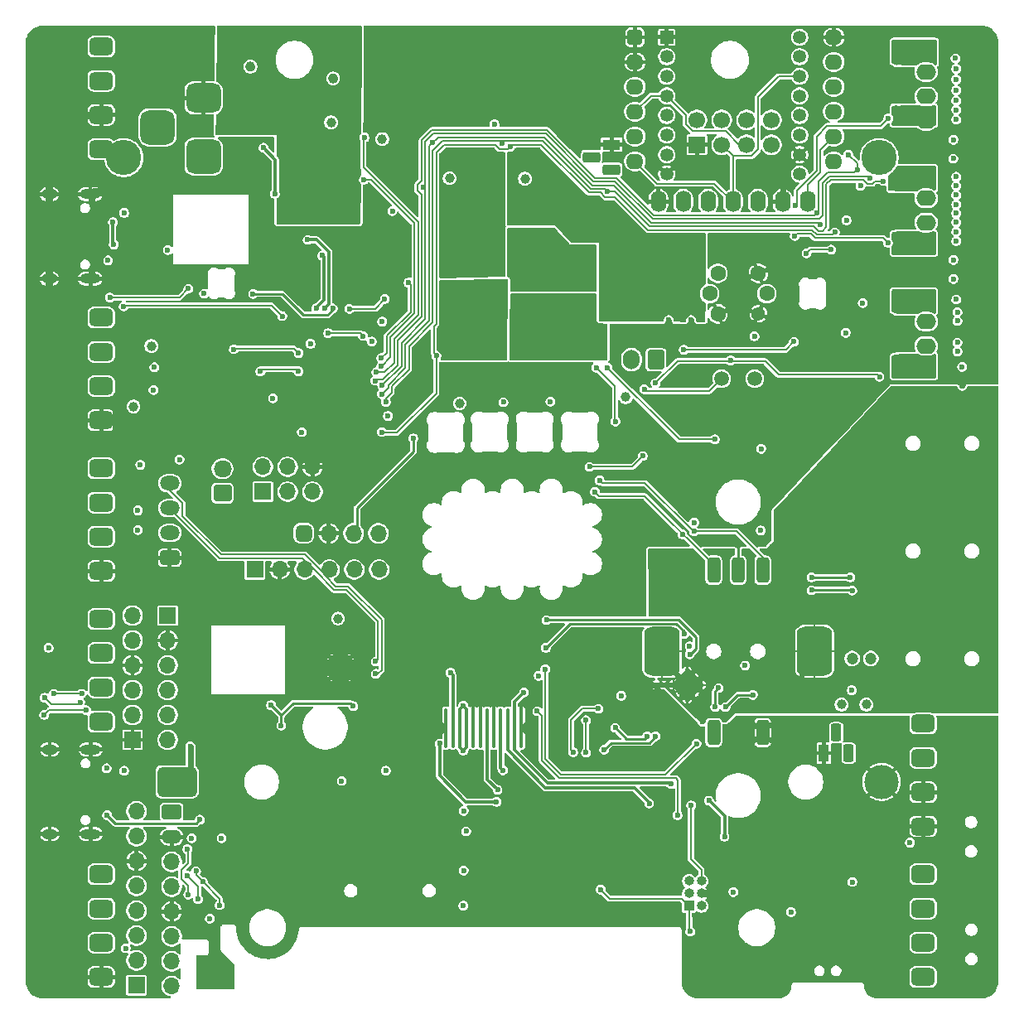
<source format=gbr>
%TF.GenerationSoftware,KiCad,Pcbnew,9.0.3*%
%TF.CreationDate,2025-08-15T14:55:13+02:00*%
%TF.ProjectId,labathome_pcb,6c616261-7468-46f6-9d65-5f7063622e6b,rev?*%
%TF.SameCoordinates,Original*%
%TF.FileFunction,Copper,L1,Top*%
%TF.FilePolarity,Positive*%
%FSLAX46Y46*%
G04 Gerber Fmt 4.6, Leading zero omitted, Abs format (unit mm)*
G04 Created by KiCad (PCBNEW 9.0.3) date 2025-08-15 14:55:13*
%MOMM*%
%LPD*%
G01*
G04 APERTURE LIST*
G04 Aperture macros list*
%AMRoundRect*
0 Rectangle with rounded corners*
0 $1 Rounding radius*
0 $2 $3 $4 $5 $6 $7 $8 $9 X,Y pos of 4 corners*
0 Add a 4 corners polygon primitive as box body*
4,1,4,$2,$3,$4,$5,$6,$7,$8,$9,$2,$3,0*
0 Add four circle primitives for the rounded corners*
1,1,$1+$1,$2,$3*
1,1,$1+$1,$4,$5*
1,1,$1+$1,$6,$7*
1,1,$1+$1,$8,$9*
0 Add four rect primitives between the rounded corners*
20,1,$1+$1,$2,$3,$4,$5,0*
20,1,$1+$1,$4,$5,$6,$7,0*
20,1,$1+$1,$6,$7,$8,$9,0*
20,1,$1+$1,$8,$9,$2,$3,0*%
%AMHorizOval*
0 Thick line with rounded ends*
0 $1 width*
0 $2 $3 position (X,Y) of the first rounded end (center of the circle)*
0 $4 $5 position (X,Y) of the second rounded end (center of the circle)*
0 Add line between two ends*
20,1,$1,$2,$3,$4,$5,0*
0 Add two circle primitives to create the rounded ends*
1,1,$1,$2,$3*
1,1,$1,$4,$5*%
%AMRotRect*
0 Rectangle, with rotation*
0 The origin of the aperture is its center*
0 $1 length*
0 $2 width*
0 $3 Rotation angle, in degrees counterclockwise*
0 Add horizontal line*
21,1,$1,$2,0,0,$3*%
G04 Aperture macros list end*
%TA.AperFunction,EtchedComponent*%
%ADD10C,0.000000*%
%TD*%
%TA.AperFunction,ComponentPad*%
%ADD11R,1.700000X1.700000*%
%TD*%
%TA.AperFunction,ComponentPad*%
%ADD12O,1.700000X1.700000*%
%TD*%
%TA.AperFunction,ComponentPad*%
%ADD13O,2.000000X1.600000*%
%TD*%
%TA.AperFunction,ComponentPad*%
%ADD14RoundRect,0.750000X-1.000000X0.750000X-1.000000X-0.750000X1.000000X-0.750000X1.000000X0.750000X0*%
%TD*%
%TA.AperFunction,ComponentPad*%
%ADD15RoundRect,0.750000X-1.000000X1.000000X-1.000000X-1.000000X1.000000X-1.000000X1.000000X1.000000X0*%
%TD*%
%TA.AperFunction,ComponentPad*%
%ADD16RoundRect,0.875000X-0.875000X0.875000X-0.875000X-0.875000X0.875000X-0.875000X0.875000X0.875000X0*%
%TD*%
%TA.AperFunction,ComponentPad*%
%ADD17RoundRect,0.450000X-0.750000X0.450000X-0.750000X-0.450000X0.750000X-0.450000X0.750000X0.450000X0*%
%TD*%
%TA.AperFunction,ComponentPad*%
%ADD18C,1.500000*%
%TD*%
%TA.AperFunction,ComponentPad*%
%ADD19R,1.100000X1.800000*%
%TD*%
%TA.AperFunction,ComponentPad*%
%ADD20RoundRect,0.275000X-0.275000X-0.625000X0.275000X-0.625000X0.275000X0.625000X-0.275000X0.625000X0*%
%TD*%
%TA.AperFunction,SMDPad,CuDef*%
%ADD21C,0.500000*%
%TD*%
%TA.AperFunction,ComponentPad*%
%ADD22RoundRect,0.450000X0.750000X-0.450000X0.750000X0.450000X-0.750000X0.450000X-0.750000X-0.450000X0*%
%TD*%
%TA.AperFunction,ComponentPad*%
%ADD23RoundRect,0.400000X-0.400000X-0.400000X0.400000X-0.400000X0.400000X0.400000X-0.400000X0.400000X0*%
%TD*%
%TA.AperFunction,ComponentPad*%
%ADD24O,1.800000X1.600000*%
%TD*%
%TA.AperFunction,ComponentPad*%
%ADD25RoundRect,0.208333X-0.791667X-0.541667X0.791667X-0.541667X0.791667X0.541667X-0.791667X0.541667X0*%
%TD*%
%TA.AperFunction,ComponentPad*%
%ADD26O,2.000000X1.400000*%
%TD*%
%TA.AperFunction,ComponentPad*%
%ADD27RoundRect,0.258929X0.741071X0.466071X-0.741071X0.466071X-0.741071X-0.466071X0.741071X-0.466071X0*%
%TD*%
%TA.AperFunction,ComponentPad*%
%ADD28O,2.000000X1.450000*%
%TD*%
%TA.AperFunction,ComponentPad*%
%ADD29O,1.600000X2.200000*%
%TD*%
%TA.AperFunction,SMDPad,CuDef*%
%ADD30RoundRect,0.087500X0.087500X1.912500X-0.087500X1.912500X-0.087500X-1.912500X0.087500X-1.912500X0*%
%TD*%
%TA.AperFunction,ComponentPad*%
%ADD31C,1.700000*%
%TD*%
%TA.AperFunction,ComponentPad*%
%ADD32R,1.350000X1.350000*%
%TD*%
%TA.AperFunction,ComponentPad*%
%ADD33C,1.350000*%
%TD*%
%TA.AperFunction,ComponentPad*%
%ADD34C,1.200000*%
%TD*%
%TA.AperFunction,SMDPad,CuDef*%
%ADD35RoundRect,0.325000X0.325000X0.975000X-0.325000X0.975000X-0.325000X-0.975000X0.325000X-0.975000X0*%
%TD*%
%TA.AperFunction,SMDPad,CuDef*%
%ADD36RoundRect,0.750000X1.050000X1.750000X-1.050000X1.750000X-1.050000X-1.750000X1.050000X-1.750000X0*%
%TD*%
%TA.AperFunction,ComponentPad*%
%ADD37RoundRect,0.250000X0.675000X-0.600000X0.675000X0.600000X-0.675000X0.600000X-0.675000X-0.600000X0*%
%TD*%
%TA.AperFunction,ComponentPad*%
%ADD38O,1.850000X1.700000*%
%TD*%
%TA.AperFunction,ComponentPad*%
%ADD39RoundRect,0.500000X0.350000X-0.350000X0.350000X0.350000X-0.350000X0.350000X-0.350000X-0.350000X0*%
%TD*%
%TA.AperFunction,ComponentPad*%
%ADD40HorizOval,1.400000X0.000000X0.000000X0.000000X0.000000X0*%
%TD*%
%TA.AperFunction,ComponentPad*%
%ADD41C,1.600000*%
%TD*%
%TA.AperFunction,ComponentPad*%
%ADD42C,3.600000*%
%TD*%
%TA.AperFunction,ComponentPad*%
%ADD43C,1.000000*%
%TD*%
%TA.AperFunction,HeatsinkPad*%
%ADD44C,0.600000*%
%TD*%
%TA.AperFunction,HeatsinkPad*%
%ADD45R,2.850000X5.400000*%
%TD*%
%TA.AperFunction,HeatsinkPad*%
%ADD46C,0.500000*%
%TD*%
%TA.AperFunction,HeatsinkPad*%
%ADD47R,2.300000X2.300000*%
%TD*%
%TA.AperFunction,ComponentPad*%
%ADD48O,1.600000X1.000000*%
%TD*%
%TA.AperFunction,ComponentPad*%
%ADD49O,2.100000X1.000000*%
%TD*%
%TA.AperFunction,HeatsinkPad*%
%ADD50RotRect,2.500000X2.500000X135.000000*%
%TD*%
%TA.AperFunction,HeatsinkPad*%
%ADD51R,3.300000X3.300000*%
%TD*%
%TA.AperFunction,ComponentPad*%
%ADD52R,1.000000X1.000000*%
%TD*%
%TA.AperFunction,ComponentPad*%
%ADD53O,1.000000X1.000000*%
%TD*%
%TA.AperFunction,ComponentPad*%
%ADD54RoundRect,0.250000X0.600000X0.750000X-0.600000X0.750000X-0.600000X-0.750000X0.600000X-0.750000X0*%
%TD*%
%TA.AperFunction,ComponentPad*%
%ADD55O,1.700000X2.000000*%
%TD*%
%TA.AperFunction,ComponentPad*%
%ADD56RoundRect,0.428571X-1.571429X-1.071429X1.571429X-1.071429X1.571429X1.071429X-1.571429X1.071429X0*%
%TD*%
%TA.AperFunction,ComponentPad*%
%ADD57C,3.500000*%
%TD*%
%TA.AperFunction,ComponentPad*%
%ADD58R,1.800000X1.100000*%
%TD*%
%TA.AperFunction,ComponentPad*%
%ADD59RoundRect,0.275000X-0.625000X0.275000X-0.625000X-0.275000X0.625000X-0.275000X0.625000X0.275000X0*%
%TD*%
%TA.AperFunction,ViaPad*%
%ADD60C,0.600000*%
%TD*%
%TA.AperFunction,ViaPad*%
%ADD61C,1.000000*%
%TD*%
%TA.AperFunction,Conductor*%
%ADD62C,0.600000*%
%TD*%
%TA.AperFunction,Conductor*%
%ADD63C,0.400000*%
%TD*%
%TA.AperFunction,Conductor*%
%ADD64C,0.300000*%
%TD*%
%TA.AperFunction,Conductor*%
%ADD65C,0.500000*%
%TD*%
%TA.AperFunction,Conductor*%
%ADD66C,0.200000*%
%TD*%
%TA.AperFunction,Conductor*%
%ADD67C,0.800000*%
%TD*%
%TA.AperFunction,Conductor*%
%ADD68C,0.250000*%
%TD*%
G04 APERTURE END LIST*
D10*
%TA.AperFunction,EtchedComponent*%
%TO.C,NT1*%
G36*
X165500000Y-117950000D02*
G01*
X164500000Y-117950000D01*
X164500000Y-117450000D01*
X165500000Y-117450000D01*
X165500000Y-117950000D01*
G37*
%TD.AperFunction*%
%TD*%
D11*
%TO.P,J12,1,Pin_1*%
%TO.N,unconnected-(J12-Pin_1-Pad1)*%
X111600000Y-148380000D03*
D12*
%TO.P,J12,2,Pin_2*%
%TO.N,I2C_IRQ*%
X111600000Y-145840000D03*
%TO.P,J12,3,Pin_3*%
%TO.N,SDA*%
X111600000Y-143300000D03*
%TO.P,J12,4,Pin_4*%
%TO.N,SCL*%
X111600000Y-140760000D03*
%TO.P,J12,5,Pin_5*%
%TO.N,+3V3*%
X111600000Y-138220000D03*
%TO.P,J12,6,Pin_6*%
%TO.N,GND*%
X111600000Y-135680000D03*
%TO.P,J12,7,Pin_7*%
%TO.N,unconnected-(J12-Pin_7-Pad7)*%
X111600000Y-133140000D03*
%TO.P,J12,8,Pin_8*%
%TO.N,unconnected-(J12-Pin_8-Pad8)*%
X111600000Y-130600000D03*
%TD*%
D11*
%TO.P,J10,1,Pin_1*%
%TO.N,+3V3*%
X114800000Y-110600000D03*
D12*
%TO.P,J10,2,Pin_2*%
%TO.N,GND*%
X114800000Y-113140000D03*
%TO.P,J10,3,Pin_3*%
%TO.N,SCL*%
X114800000Y-115680000D03*
%TO.P,J10,4,Pin_4*%
%TO.N,SDA*%
X114800000Y-118220000D03*
%TO.P,J10,5,Pin_5*%
%TO.N,unconnected-(J10-Pin_5-Pad5)*%
X114800000Y-120760000D03*
%TO.P,J10,6,Pin_6*%
%TO.N,unconnected-(J10-Pin_6-Pad6)*%
X114800000Y-123300000D03*
%TD*%
D13*
%TO.P,J30,1,Pin_1*%
%TO.N,Net-(J30-Pin_1)*%
X192300000Y-72950000D03*
%TO.P,J30,2,Pin_2*%
%TO.N,Net-(J30-Pin_2)*%
X192300000Y-70450000D03*
%TO.P,J30,3,Pin_3*%
%TO.N,Net-(J30-Pin_3)*%
X192300000Y-67950000D03*
%TO.P,J30,4,Pin_4*%
%TO.N,Net-(J30-Pin_4)*%
X192300000Y-65450000D03*
%TD*%
D14*
%TO.P,J9,1*%
%TO.N,GND*%
X118457500Y-57700000D03*
D15*
%TO.P,J9,2*%
%TO.N,5-24V*%
X118457500Y-63700000D03*
D16*
%TO.P,J9,3*%
%TO.N,unconnected-(J9-Pad3)*%
X113757500Y-60700000D03*
%TD*%
D17*
%TO.P,J27,1,Pin_1*%
%TO.N,DAC0*%
X108005000Y-110950000D03*
%TO.P,J27,2,Pin_2*%
%TO.N,DAC1x*%
X108005000Y-114450000D03*
%TO.P,J27,3,Pin_3*%
%TO.N,ADC0_U1T*%
X108005000Y-117950000D03*
%TO.P,J27,4,Pin_4*%
%TO.N,ADC1_U1R*%
X108005000Y-121450000D03*
%TD*%
D18*
%TO.P,R32,1*%
%TO.N,+3V3*%
X174800000Y-86400000D03*
%TO.P,R32,2*%
%TO.N,BRIGHTNESS*%
X171400000Y-86400000D03*
%TD*%
D19*
%TO.P,U13,1,GND*%
%TO.N,GND*%
X181850000Y-124650000D03*
D20*
%TO.P,U13,2,DQ*%
%TO.N,1wire*%
X183120000Y-122580000D03*
%TO.P,U13,3,V_{DD}*%
%TO.N,+3V3*%
X184390000Y-124650000D03*
%TD*%
D21*
%TO.P,NT1,1,1*%
%TO.N,GND*%
X164500000Y-117700000D03*
%TO.P,NT1,2,2*%
%TO.N,GNDA*%
X165500000Y-117700000D03*
%TD*%
D22*
%TO.P,J15,1,Pin_1*%
%TO.N,CANH*%
X192000000Y-147550000D03*
%TO.P,J15,2,Pin_2*%
%TO.N,CANL*%
X192000000Y-144050000D03*
%TO.P,J15,3,Pin_3*%
%TO.N,RS485B*%
X192000000Y-140550000D03*
%TO.P,J15,4,Pin_4*%
%TO.N,RS485A*%
X192000000Y-137050000D03*
%TD*%
D11*
%TO.P,J26,1,Pin_1*%
%TO.N,+3V3*%
X124520000Y-97940000D03*
D12*
%TO.P,J26,2,Pin_2*%
%TO.N,OPAMP3+*%
X124520000Y-95400000D03*
%TO.P,J26,3,Pin_3*%
%TO.N,OPAMP3-*%
X127060000Y-97940000D03*
%TO.P,J26,4,Pin_4*%
%TO.N,PB12*%
X127060000Y-95400000D03*
%TO.P,J26,5,Pin_5*%
%TO.N,OPAMP3Q*%
X129600000Y-97940000D03*
%TO.P,J26,6,Pin_6*%
%TO.N,GND*%
X129600000Y-95400000D03*
%TD*%
D17*
%TO.P,J2,1,Pin_1*%
%TO.N,SCL*%
X108005000Y-137050000D03*
%TO.P,J2,2,Pin_2*%
%TO.N,SDA*%
X108005000Y-140550000D03*
%TO.P,J2,3,Pin_3*%
%TO.N,+3V3*%
X108005000Y-144050000D03*
%TO.P,J2,4,Pin_4*%
%TO.N,GND*%
X108005000Y-147550000D03*
%TD*%
%TO.P,J1,1,Pin_1*%
%TO.N,Net-(J1-Pin_1)*%
X108005000Y-95550000D03*
%TO.P,J1,2,Pin_2*%
%TO.N,Net-(J1-Pin_2)*%
X108005000Y-99050000D03*
%TO.P,J1,3,Pin_3*%
%TO.N,Net-(J1-Pin_3)*%
X108005000Y-102550000D03*
%TO.P,J1,4,Pin_4*%
%TO.N,GND*%
X108005000Y-106050000D03*
%TD*%
D23*
%TO.P,M1,1,GND*%
%TO.N,GND*%
X162540000Y-51500000D03*
D24*
%TO.P,M1,2,GND*%
X162540000Y-54040000D03*
%TO.P,M1,3,MOSI*%
%TO.N,EXT_MOSI*%
X162540000Y-56580000D03*
%TO.P,M1,4,SCLK*%
%TO.N,EXT_CLK*%
X162540000Y-59120000D03*
%TO.P,M1,5,~{CS}[PU]*%
%TO.N,EXT_CS*%
X162540000Y-61660000D03*
%TO.P,M1,6,~{INT}[PU]*%
%TO.N,EXT_IO1*%
X162540000Y-64200000D03*
%TO.P,M1,7,MISO*%
%TO.N,EXT_MISO*%
X182860000Y-64200000D03*
%TO.P,M1,8,~{RST}[PU]*%
%TO.N,EXT_IO2*%
X182860000Y-61660000D03*
%TO.P,M1,9,NC*%
%TO.N,unconnected-(M1-NC-Pad9)*%
X182860000Y-59120000D03*
%TO.P,M1,10,3V3*%
%TO.N,+3V3*%
X182860000Y-56580000D03*
%TO.P,M1,11,3V3*%
X182860000Y-54040000D03*
%TO.P,M1,12,GND*%
%TO.N,GND*%
X182860000Y-51500000D03*
%TD*%
D13*
%TO.P,J24,1,Pin_1*%
%TO.N,Net-(J24-Pin_1)*%
X192300000Y-60050000D03*
%TO.P,J24,2,Pin_2*%
%TO.N,Net-(J24-Pin_2)*%
X192300000Y-57550000D03*
%TO.P,J24,3,Pin_3*%
%TO.N,Net-(J24-Pin_3)*%
X192300000Y-55050000D03*
%TO.P,J24,4,Pin_4*%
%TO.N,Net-(J24-Pin_4)*%
X192300000Y-52550000D03*
%TD*%
D11*
%TO.P,J19,1,Pin_1*%
%TO.N,GND*%
X111200000Y-123300000D03*
D12*
%TO.P,J19,2,Pin_2*%
%TO.N,SDA*%
X111200000Y-120760000D03*
%TO.P,J19,3,Pin_3*%
%TO.N,SCL*%
X111200000Y-118220000D03*
%TO.P,J19,4,Pin_4*%
%TO.N,GND*%
X111200000Y-115680000D03*
%TO.P,J19,5,Pin_5*%
%TO.N,+3V3*%
X111200000Y-113140000D03*
%TO.P,J19,6,Pin_6*%
%TO.N,unconnected-(J19-Pin_6-Pad6)*%
X111200000Y-110600000D03*
%TD*%
D25*
%TO.P,J20,1,Pin_1*%
%TO.N,+3V3*%
X115200000Y-130680000D03*
D26*
%TO.P,J20,2,Pin_2*%
%TO.N,GND*%
X115200000Y-133220000D03*
D12*
%TO.P,J20,3,Pin_3*%
%TO.N,SCL*%
X115200000Y-135760000D03*
%TO.P,J20,4,Pin_4*%
%TO.N,SDA*%
X115200000Y-138300000D03*
%TO.P,J20,5,Pin_5*%
%TO.N,GND*%
X115200000Y-140840000D03*
%TO.P,J20,6,Pin_6*%
%TO.N,I2C_IRQ*%
X115200000Y-143380000D03*
%TO.P,J20,7,Pin_7*%
%TO.N,unconnected-(J20-Pin_7-Pad7)*%
X115200000Y-145920000D03*
%TO.P,J20,8,Pin_8*%
%TO.N,unconnected-(J20-Pin_8-Pad8)*%
X115200000Y-148460000D03*
%TD*%
D27*
%TO.P,J4,1,Pin_1*%
%TO.N,GND*%
X115000000Y-104700000D03*
D28*
%TO.P,J4,2,Pin_2*%
%TO.N,+3V3*%
X115000000Y-102160000D03*
%TO.P,J4,3,Pin_3*%
%TO.N,SCL*%
X115000000Y-99620000D03*
%TO.P,J4,4,Pin_4*%
%TO.N,SDA*%
X115000000Y-97080000D03*
%TD*%
D29*
%TO.P,X3,1,G-GND*%
%TO.N,GND*%
X164950000Y-68300000D03*
%TO.P,X3,2,R-RXD*%
%TO.N,EXT_MOSI*%
X167490000Y-68300000D03*
%TO.P,X3,3,T-TX*%
%TO.N,EXT_MISO*%
X170030000Y-68300000D03*
%TO.P,X3,4,K-PWRKEY*%
%TO.N,EXT_IO1*%
X172570000Y-68300000D03*
%TO.P,X3,5,V-VCC*%
%TO.N,+3V3*%
X175110000Y-68300000D03*
%TO.P,X3,6,G-GND*%
%TO.N,GND*%
X177650000Y-68300000D03*
%TO.P,X3,7,S-SLEEP*%
%TO.N,EXT_IO2*%
X180190000Y-68300000D03*
%TD*%
D17*
%TO.P,J22,1,Pin_1*%
%TO.N,+3V3*%
X108005000Y-52450000D03*
%TO.P,J22,2,Pin_2*%
%TO.N,+5V*%
X108005000Y-55950000D03*
%TO.P,J22,3,Pin_3*%
%TO.N,GND*%
X108005000Y-59450000D03*
%TO.P,J22,4,Pin_4*%
%TO.N,5-24V*%
X108005000Y-62950000D03*
%TD*%
D30*
%TO.P,X2,1,GND*%
%TO.N,GND*%
X143230000Y-122110000D03*
%TO.P,X2,2,LEDK*%
%TO.N,LCD_LED*%
X143930000Y-122110000D03*
%TO.P,X2,3,LEDA*%
%TO.N,+3V3*%
X144630000Y-122110000D03*
%TO.P,X2,4,VDD*%
X145330000Y-122110000D03*
%TO.P,X2,5,GND*%
%TO.N,GND*%
X146030000Y-122110000D03*
%TO.P,X2,6,GND*%
X146730000Y-122110000D03*
%TO.P,X2,7,DC*%
%TO.N,LCD_DC*%
X147430000Y-122110000D03*
%TO.P,X2,8,CS*%
%TO.N,GND*%
X148130000Y-122110000D03*
%TO.P,X2,9,SCL*%
%TO.N,LCD_CLK*%
X148830000Y-122110000D03*
%TO.P,X2,10,SDA*%
%TO.N,LCD_DAT*%
X149530000Y-122110000D03*
%TO.P,X2,11,RESET*%
%TO.N,LCD_RES*%
X150230000Y-122110000D03*
%TO.P,X2,12,GND*%
%TO.N,GND*%
X150930000Y-122110000D03*
%TD*%
D11*
%TO.P,U15,1,GND*%
%TO.N,GND*%
X168875000Y-62489500D03*
D31*
%TO.P,U15,2,VCC*%
%TO.N,+3V3*%
X168875000Y-59949500D03*
%TO.P,U15,3,CE*%
%TO.N,EXT_IO1*%
X171415000Y-62489500D03*
%TO.P,U15,4,~{CSN}*%
%TO.N,EXT_CS*%
X171415000Y-59949500D03*
%TO.P,U15,5,SCK*%
%TO.N,EXT_CLK*%
X173955000Y-62489500D03*
%TO.P,U15,6,MOSI*%
%TO.N,EXT_MOSI*%
X173955000Y-59949500D03*
%TO.P,U15,7,MISO*%
%TO.N,EXT_MISO*%
X176495000Y-62489500D03*
%TO.P,U15,8,IRQ*%
%TO.N,EXT_IO2*%
X176495000Y-59949500D03*
%TD*%
D32*
%TO.P,U6,1,GND*%
%TO.N,GND*%
X165792500Y-51492500D03*
D33*
%TO.P,U6,2,MISO*%
%TO.N,EXT_MISO*%
X165792500Y-53492500D03*
%TO.P,U6,3,MOSI*%
%TO.N,EXT_MOSI*%
X165792500Y-55492500D03*
%TO.P,U6,4,SCK*%
%TO.N,EXT_CLK*%
X165792500Y-57492500D03*
%TO.P,U6,5,NSS*%
%TO.N,EXT_CS*%
X165792500Y-59492500D03*
%TO.P,U6,6,RESET*%
%TO.N,unconnected-(U6-RESET-Pad6)*%
X165792500Y-61492500D03*
%TO.P,U6,7,DIO5*%
%TO.N,unconnected-(U6-DIO5-Pad7)*%
X165792500Y-63492500D03*
%TO.P,U6,8,GND*%
%TO.N,GND*%
X165792500Y-65492500D03*
%TO.P,U6,9,ANT*%
%TO.N,unconnected-(U6-ANT-Pad9)*%
X179392500Y-65492500D03*
%TO.P,U6,10,GND*%
%TO.N,GND*%
X179392500Y-63492500D03*
%TO.P,U6,11,DIO3*%
%TO.N,unconnected-(U6-DIO3-Pad11)*%
X179392500Y-61492500D03*
%TO.P,U6,12,DIO4*%
%TO.N,unconnected-(U6-DIO4-Pad12)*%
X179392500Y-59492500D03*
%TO.P,U6,13,3.3V*%
%TO.N,+3V3*%
X179392500Y-57492500D03*
%TO.P,U6,14,DIO0*%
%TO.N,EXT_IO1*%
X179392500Y-55492500D03*
%TO.P,U6,15,DIO1*%
%TO.N,EXT_IO2*%
X179392500Y-53492500D03*
%TO.P,U6,16,DIO2*%
%TO.N,unconnected-(U6-DIO2-Pad16)*%
X179392500Y-51492500D03*
%TD*%
D13*
%TO.P,J31,1,Pin_1*%
%TO.N,Net-(J31-Pin_1)*%
X192300000Y-85550000D03*
%TO.P,J31,2,Pin_2*%
%TO.N,Net-(J31-Pin_2)*%
X192300000Y-83050000D03*
%TO.P,J31,3,Pin_3*%
%TO.N,Net-(J31-Pin_3)*%
X192300000Y-80550000D03*
%TO.P,J31,4,Pin_4*%
%TO.N,Net-(J31-Pin_4)*%
X192300000Y-78050000D03*
%TD*%
D34*
%TO.P,MK1,1,-*%
%TO.N,Net-(MK1--)*%
X186650000Y-115000000D03*
%TO.P,MK1,2,+*%
%TO.N,Net-(MK1-+)*%
X184750000Y-115000000D03*
%TD*%
D35*
%TO.P,SW6,A,A*%
%TO.N,ROT_A*%
X175600000Y-105961000D03*
%TO.P,SW6,B,B*%
%TO.N,ROT_B*%
X170600000Y-105961000D03*
%TO.P,SW6,C,C*%
%TO.N,GND*%
X173100000Y-105961000D03*
D36*
%TO.P,SW6,MP,MP*%
%TO.N,GNDA*%
X180900000Y-114261000D03*
X165300000Y-114261000D03*
D35*
%TO.P,SW6,S1,S1*%
%TO.N,GND*%
X175600000Y-122561000D03*
%TO.P,SW6,S2,S2*%
%TO.N,Net-(R66-Pad1)*%
X170600000Y-122561000D03*
%TD*%
D11*
%TO.P,J23,1,Pin_1*%
%TO.N,+3V3*%
X123700000Y-105900000D03*
D12*
%TO.P,J23,2,Pin_2*%
%TO.N,GND*%
X126240000Y-105900000D03*
%TO.P,J23,3,Pin_3*%
%TO.N,SCL*%
X128780000Y-105900000D03*
%TO.P,J23,4,Pin_4*%
%TO.N,SDA*%
X131320000Y-105900000D03*
%TO.P,J23,5,Pin_5*%
%TO.N,I2C_IRQ*%
X133860000Y-105900000D03*
%TO.P,J23,6,Pin_6*%
%TO.N,unconnected-(J23-Pin_6-Pad6)*%
X136400000Y-105900000D03*
%TD*%
D37*
%TO.P,J18,1,Pin_1*%
%TO.N,ADC1_U1R*%
X120400000Y-98100000D03*
D38*
%TO.P,J18,2,Pin_2*%
%TO.N,5-24V*%
X120400000Y-95600000D03*
%TO.P,J18,3,Pin_3*%
%TO.N,GND*%
X120400000Y-93100000D03*
%TD*%
D39*
%TO.P,J8,1,Pin_1*%
%TO.N,+3V3*%
X128700000Y-102200000D03*
D12*
%TO.P,J8,2,Pin_2*%
%TO.N,GND*%
X131240000Y-102200000D03*
%TO.P,J8,3,Pin_3*%
%TO.N,Net-(D17-DOUT)*%
X133780000Y-102200000D03*
%TO.P,J8,4,Pin_4*%
%TO.N,+5V*%
X136320000Y-102200000D03*
%TD*%
D22*
%TO.P,J21,1,Pin_1*%
%TO.N,GND*%
X192000000Y-132150000D03*
%TO.P,J21,2,Pin_2*%
X192000000Y-128650000D03*
%TO.P,J21,3,Pin_3*%
%TO.N,+3V3*%
X192000000Y-125150000D03*
%TO.P,J21,4,Pin_4*%
%TO.N,1wire*%
X192000000Y-121650000D03*
%TD*%
D40*
%TO.P,U22,1,SENS*%
%TO.N,GND*%
X175165869Y-79767990D03*
D41*
%TO.P,U22,2,OEN*%
%TO.N,Net-(U22-OEN)*%
X176023080Y-77698500D03*
%TO.P,U22,3,VSS_GND*%
%TO.N,GND*%
X175167990Y-75634131D03*
%TO.P,U22,4,VDD*%
%TO.N,+3V3*%
X171034131Y-75632010D03*
%TO.P,U22,5,OUT*%
%TO.N,MOVE*%
X170176920Y-77701500D03*
%TO.P,U22,6,TIME*%
%TO.N,GND*%
X171032010Y-79765869D03*
%TD*%
D17*
%TO.P,J28,1,Pin_1*%
%TO.N,Net-(J28-Pin_1)*%
X108005000Y-80150000D03*
%TO.P,J28,2,Pin_2*%
%TO.N,Net-(J28-Pin_2)*%
X108005000Y-83650000D03*
%TO.P,J28,3,Pin_3*%
%TO.N,Net-(J28-Pin_3)*%
X108005000Y-87150000D03*
%TO.P,J28,4,Pin_4*%
%TO.N,GND*%
X108005000Y-90650000D03*
%TD*%
D42*
%TO.P,R33,1*%
%TO.N,5-24V*%
X110300000Y-63800000D03*
%TO.P,R33,2*%
%TO.N,HEATER_SW*%
X187500000Y-63800000D03*
%TD*%
D43*
%TO.P,TP6,1,1*%
%TO.N,Net-(U10-RLIN{slash}GPIO3)*%
X183655000Y-119685000D03*
%TD*%
D44*
%TO.P,U3,29,EP_GND*%
%TO.N,GND*%
X116600000Y-84500000D03*
X116600000Y-86100000D03*
X116600000Y-87700000D03*
X116600000Y-89300000D03*
D45*
X117725000Y-86900000D03*
D44*
X118850000Y-84500000D03*
X118850000Y-86100000D03*
X118850000Y-87700000D03*
X118850000Y-89300000D03*
%TD*%
D46*
%TO.P,U2,9*%
%TO.N,GND*%
X133350000Y-116825000D03*
X133350000Y-115025000D03*
D47*
X132450000Y-115925000D03*
D46*
X131550000Y-116825000D03*
X131550000Y-115025000D03*
%TD*%
D48*
%TO.P,J13,S1,SHIELD*%
%TO.N,GND*%
X102700000Y-76170000D03*
D49*
X106880000Y-76170000D03*
D48*
X102700000Y-67530000D03*
D49*
X106880000Y-67530000D03*
%TD*%
D44*
%TO.P,U10,33,EXPOSED_PAD*%
%TO.N,GNDA*%
X167900000Y-119114214D03*
X168607107Y-118407107D03*
X169314214Y-117700000D03*
X167192893Y-118407107D03*
X167900000Y-117700000D03*
D50*
X167900000Y-117700000D03*
D44*
X168607107Y-116992893D03*
X166485786Y-117700000D03*
X167192893Y-116992893D03*
X167900000Y-116285786D03*
%TD*%
D46*
%TO.P,U19,29,PAD*%
%TO.N,GND*%
X186050000Y-70700000D03*
X186750000Y-70700000D03*
X187450000Y-70700000D03*
X188150000Y-70700000D03*
X188850000Y-70700000D03*
X186050000Y-70000000D03*
X186750000Y-70000000D03*
X187450000Y-70000000D03*
X188150000Y-70000000D03*
X188850000Y-70000000D03*
X186050000Y-69300000D03*
X186750000Y-69300000D03*
X187450000Y-69300000D03*
D51*
X187450000Y-69300000D03*
D46*
X188150000Y-69300000D03*
X188850000Y-69300000D03*
X186050000Y-68600000D03*
X186750000Y-68600000D03*
X187450000Y-68600000D03*
X188150000Y-68600000D03*
X188850000Y-68600000D03*
X186050000Y-67900000D03*
X186750000Y-67900000D03*
X187450000Y-67900000D03*
X188150000Y-67900000D03*
X188850000Y-67900000D03*
%TD*%
%TO.P,U20,29,PAD*%
%TO.N,GND*%
X186050000Y-83200000D03*
X186750000Y-83200000D03*
X187450000Y-83200000D03*
X188150000Y-83200000D03*
X188850000Y-83200000D03*
X186050000Y-82500000D03*
X186750000Y-82500000D03*
X187450000Y-82500000D03*
X188150000Y-82500000D03*
X188850000Y-82500000D03*
X186050000Y-81800000D03*
X186750000Y-81800000D03*
X187450000Y-81800000D03*
D51*
X187450000Y-81800000D03*
D46*
X188150000Y-81800000D03*
X188850000Y-81800000D03*
X186050000Y-81100000D03*
X186750000Y-81100000D03*
X187450000Y-81100000D03*
X188150000Y-81100000D03*
X188850000Y-81100000D03*
X186050000Y-80400000D03*
X186750000Y-80400000D03*
X187450000Y-80400000D03*
X188150000Y-80400000D03*
X188850000Y-80400000D03*
%TD*%
D52*
%TO.P,J6,1,Pin_1*%
%TO.N,PROG_EN*%
X168065000Y-140270000D03*
D53*
%TO.P,J6,2,Pin_2*%
%TO.N,+3V3*%
X169335000Y-140270000D03*
%TO.P,J6,3,Pin_3*%
%TO.N,PROG_TX*%
X168065000Y-139000000D03*
%TO.P,J6,4,Pin_4*%
%TO.N,GND*%
X169335000Y-139000000D03*
%TO.P,J6,5,Pin_5*%
%TO.N,PROG_RX*%
X168065000Y-137730000D03*
%TO.P,J6,6,Pin_6*%
%TO.N,BTN_GRN*%
X169335000Y-137730000D03*
%TD*%
D54*
%TO.P,J7,1,Pin_1*%
%TO.N,+5V*%
X164700000Y-84450000D03*
D55*
%TO.P,J7,2,Pin_2*%
%TO.N,Net-(J7-Pin_2)*%
X162200000Y-84450000D03*
%TD*%
D56*
%TO.P,BT1,1,+*%
%TO.N,+BATT*%
X115745000Y-127600000D03*
D57*
%TO.P,BT1,2,-*%
%TO.N,GND*%
X187745000Y-127600000D03*
%TD*%
D46*
%TO.P,U14,29,PAD*%
%TO.N,GND*%
X186050000Y-57800000D03*
X186750000Y-57800000D03*
X187450000Y-57800000D03*
X188150000Y-57800000D03*
X188850000Y-57800000D03*
X186050000Y-57100000D03*
X186750000Y-57100000D03*
X187450000Y-57100000D03*
X188150000Y-57100000D03*
X188850000Y-57100000D03*
X186050000Y-56400000D03*
X186750000Y-56400000D03*
X187450000Y-56400000D03*
D51*
X187450000Y-56400000D03*
D46*
X188150000Y-56400000D03*
X188850000Y-56400000D03*
X186050000Y-55700000D03*
X186750000Y-55700000D03*
X187450000Y-55700000D03*
X188150000Y-55700000D03*
X188850000Y-55700000D03*
X186050000Y-55000000D03*
X186750000Y-55000000D03*
X187450000Y-55000000D03*
X188150000Y-55000000D03*
X188850000Y-55000000D03*
%TD*%
D58*
%TO.P,U17,1,GND*%
%TO.N,GND*%
X160170000Y-62480000D03*
D59*
%TO.P,U17,2,DQ*%
%TO.N,1wire*%
X158100000Y-63750000D03*
%TO.P,U17,3,V_{DD}*%
%TO.N,+3V3*%
X160170000Y-65020000D03*
%TD*%
D48*
%TO.P,J5,S1,SHIELD*%
%TO.N,GND*%
X102742500Y-132920000D03*
D49*
X106922500Y-132920000D03*
D48*
X102742500Y-124280000D03*
D49*
X106922500Y-124280000D03*
%TD*%
D43*
%TO.P,TP1,1,1*%
%TO.N,/audioamplifier/JACK_DETECT*%
X186195000Y-119685000D03*
%TD*%
D60*
%TO.N,+BATT*%
X117100000Y-123950000D03*
%TO.N,GND*%
X168000000Y-146900000D03*
X147200000Y-119450000D03*
X105500000Y-128600000D03*
X118600000Y-94700000D03*
X175200000Y-64400000D03*
X127800000Y-133500000D03*
D61*
X131700000Y-55700000D03*
D60*
X125900000Y-80650000D03*
X102750000Y-109750000D03*
X113600000Y-147500000D03*
X139400000Y-100700000D03*
X122050000Y-131200000D03*
X148100000Y-108400000D03*
X110200000Y-79800000D03*
X139900000Y-98200000D03*
X107400000Y-101100000D03*
X115300000Y-75100000D03*
X129330991Y-90776901D03*
X198800000Y-55100000D03*
X198100000Y-56300000D03*
X106300000Y-109800000D03*
X145600000Y-94300000D03*
X167500000Y-142100000D03*
X160800000Y-120200000D03*
X150200000Y-94300000D03*
X115600000Y-83600000D03*
X143000000Y-129200000D03*
X199300000Y-145700000D03*
X198700000Y-66600000D03*
X108900000Y-88800000D03*
X153900000Y-128900000D03*
X121750000Y-64150000D03*
X183300000Y-85300000D03*
X176700000Y-52600000D03*
X189700000Y-62300000D03*
X166000000Y-80400000D03*
X117600000Y-112600000D03*
X190400000Y-142900000D03*
X199000000Y-133300000D03*
X102600000Y-63700000D03*
X111300000Y-81350000D03*
X139450000Y-131450000D03*
X113600000Y-65100000D03*
X143150000Y-111550000D03*
X132600000Y-105000000D03*
X175250000Y-66500000D03*
X182400000Y-136900000D03*
X171600000Y-147000000D03*
X140200000Y-88825000D03*
X194600000Y-140300000D03*
X104100000Y-64700000D03*
X155500000Y-109550000D03*
X168300000Y-80400000D03*
X195550000Y-51900000D03*
X102100000Y-148400000D03*
X145950000Y-110400000D03*
X137200000Y-138650000D03*
X106900000Y-107650000D03*
X166950000Y-133000000D03*
X141900000Y-97200000D03*
X121800000Y-141100000D03*
X160900000Y-137000000D03*
X182800000Y-135600000D03*
X153000000Y-51700000D03*
X198500000Y-71100000D03*
X166650000Y-82900000D03*
X119250000Y-91150000D03*
X128575000Y-87025000D03*
X140900000Y-129750000D03*
X174900000Y-72550000D03*
X187300000Y-149000000D03*
X119250000Y-132950000D03*
X163700000Y-134400000D03*
X132850000Y-75550000D03*
X135100000Y-103000000D03*
X164100000Y-56200000D03*
X119100000Y-86850000D03*
X105100000Y-114575000D03*
X172900000Y-91300000D03*
X117700000Y-83900000D03*
X128050000Y-91000000D03*
X176100000Y-124700000D03*
X167000000Y-57200000D03*
X141500000Y-57500000D03*
X151300000Y-141400000D03*
X164400000Y-103100000D03*
X161900000Y-141600000D03*
X143000000Y-56500000D03*
X150800000Y-137450000D03*
X197100000Y-78400000D03*
X127600000Y-108750000D03*
X110200000Y-129850000D03*
X188400000Y-139000000D03*
D61*
X123250000Y-54500000D03*
D60*
X121350000Y-94000000D03*
X171100000Y-146000000D03*
X190900000Y-130050000D03*
X161800000Y-65600000D03*
X186400000Y-146800000D03*
X116796587Y-142596587D03*
X179800000Y-129900000D03*
X183100000Y-127300000D03*
X188700000Y-147400000D03*
X171500735Y-73049265D03*
X118300000Y-91200000D03*
X112450000Y-68400000D03*
X113600000Y-149400000D03*
X198100000Y-82000000D03*
X115900000Y-81150000D03*
X121500000Y-124300000D03*
X130350000Y-134350000D03*
X113600000Y-140500000D03*
X199400000Y-142200000D03*
X140000000Y-141300000D03*
X137800000Y-110700000D03*
X199400000Y-129900000D03*
X187550000Y-121300000D03*
X147300000Y-112500000D03*
X135700000Y-96700000D03*
X112200000Y-92250000D03*
X182350000Y-133950000D03*
X172400000Y-147900000D03*
X117250000Y-81100000D03*
X143250000Y-139600000D03*
X187200000Y-51900000D03*
X171400000Y-78400000D03*
X104850000Y-100100000D03*
X112800000Y-100950000D03*
X110900000Y-106200000D03*
X196000000Y-87125000D03*
X198000000Y-138700000D03*
X108600000Y-132000000D03*
X121700000Y-101800000D03*
X156000000Y-137400000D03*
X145000000Y-57500000D03*
X143150000Y-113350000D03*
X197112500Y-76175000D03*
X177900000Y-96400000D03*
X158980990Y-89529769D03*
X172900000Y-61000000D03*
X182700000Y-145200000D03*
X104950000Y-135850000D03*
X160850000Y-140400000D03*
X156050000Y-96350000D03*
X108500000Y-112700000D03*
X169000000Y-148500000D03*
X198100000Y-57200000D03*
X125900000Y-96500000D03*
X108800000Y-116250000D03*
X116400000Y-75900000D03*
X131600000Y-87250000D03*
X127400000Y-81775000D03*
X113050000Y-70250000D03*
X177200000Y-64200000D03*
X169500000Y-128400000D03*
X190800000Y-62300000D03*
X161500000Y-89700000D03*
X196600000Y-124300000D03*
X195500000Y-50900000D03*
X113000000Y-102500000D03*
X173050000Y-103200000D03*
X119800000Y-108900000D03*
X169800000Y-126600000D03*
X189500000Y-76400000D03*
X182800000Y-137950000D03*
X151200000Y-131600000D03*
X132275000Y-73900000D03*
X176900000Y-140800000D03*
X152950000Y-112850000D03*
X102300000Y-127500000D03*
X152100000Y-108350000D03*
X130600000Y-89500000D03*
X173200000Y-88500000D03*
X120800000Y-63000000D03*
X159100000Y-52800000D03*
X198500000Y-74300000D03*
X147500000Y-56800000D03*
X120800000Y-64150000D03*
X198100000Y-59500000D03*
X106800000Y-104400000D03*
X114100000Y-52200000D03*
X197800000Y-143900000D03*
X161200000Y-51000000D03*
X104900000Y-125200000D03*
X163700000Y-141800000D03*
X194000000Y-136800000D03*
X126900000Y-110950000D03*
X126200000Y-108900000D03*
X177700000Y-134050000D03*
X103900000Y-97100000D03*
X131300000Y-94600000D03*
X177800000Y-51300000D03*
X102300000Y-129500000D03*
X105800000Y-73200000D03*
X127300000Y-71700000D03*
X133700000Y-121300000D03*
X163700000Y-132700000D03*
X157800000Y-133350000D03*
X178500000Y-137800000D03*
X162100000Y-133100000D03*
X169700000Y-130600000D03*
X109550000Y-122900000D03*
X151000000Y-134500000D03*
X156300000Y-110400000D03*
X173000000Y-95600000D03*
X154800000Y-114000000D03*
X189250000Y-137800000D03*
X111800000Y-74100000D03*
X198100000Y-78800000D03*
X123700000Y-121700000D03*
X184100000Y-128600000D03*
X124300000Y-65100000D03*
X183500000Y-142800000D03*
X118700000Y-83450000D03*
X123800000Y-74050000D03*
X145408751Y-89517458D03*
X148100000Y-119450000D03*
X118400000Y-132950000D03*
X154650000Y-58050000D03*
X105400000Y-87100000D03*
X177700000Y-143300000D03*
X128600000Y-83075000D03*
X181300000Y-90700000D03*
X140675000Y-83580153D03*
X120550000Y-91600000D03*
X111050000Y-80350000D03*
X145450000Y-95900000D03*
X143800000Y-130150000D03*
X182798821Y-68864913D03*
X160400000Y-81400000D03*
X198050000Y-60850000D03*
X111600000Y-66400000D03*
X198500000Y-75800000D03*
X125250000Y-69825000D03*
X105600000Y-70600000D03*
X150950000Y-116600000D03*
X156550000Y-112250000D03*
X101800000Y-69100000D03*
X151000000Y-95000000D03*
X105400000Y-81300000D03*
X197661827Y-86436827D03*
X143850000Y-112450000D03*
X184900000Y-77500000D03*
X177100000Y-144350000D03*
X175600000Y-127600000D03*
X198700000Y-61600000D03*
X194400000Y-149400000D03*
X193825000Y-56400000D03*
X140100000Y-96200000D03*
X198000000Y-147000000D03*
X157400000Y-136050000D03*
X156100000Y-130150000D03*
X182700000Y-68000000D03*
X178300000Y-90700000D03*
X149550000Y-119150000D03*
X108550000Y-75400000D03*
X134300000Y-82900000D03*
X121850000Y-65100000D03*
X188500000Y-76400000D03*
X164500000Y-101000000D03*
X137500000Y-91300000D03*
X136700000Y-98300000D03*
X103500000Y-69500000D03*
X138600000Y-79725000D03*
X138700000Y-57500000D03*
X146220000Y-119445325D03*
X165900000Y-102900000D03*
X178300000Y-121500000D03*
X118500000Y-106950000D03*
X128100000Y-123100000D03*
X197112500Y-66100000D03*
X182400000Y-129700000D03*
X133225000Y-90350000D03*
X195600000Y-126900000D03*
X115300000Y-76800000D03*
X161300000Y-124900000D03*
X139625000Y-126500000D03*
X166000000Y-98100000D03*
X112800000Y-73100000D03*
X142550000Y-137100000D03*
X177100000Y-149300000D03*
X198800000Y-53100000D03*
X164700000Y-82600000D03*
X158400000Y-57700000D03*
X174100000Y-65800000D03*
X148650000Y-110350000D03*
X129600000Y-86300000D03*
X103500000Y-87100000D03*
X108050000Y-65250000D03*
X160550000Y-56550000D03*
X168300000Y-81900000D03*
X116800000Y-67200000D03*
X160150000Y-134900000D03*
X169300000Y-81200000D03*
X104300000Y-146700000D03*
X101900000Y-74400000D03*
X166000000Y-81900000D03*
X198700000Y-63000000D03*
X102500000Y-91400000D03*
X197112500Y-61925000D03*
X189600000Y-136050000D03*
X152100000Y-109650000D03*
X198100000Y-80000000D03*
X128000000Y-122100000D03*
X139900000Y-104700000D03*
X155000000Y-94200000D03*
X192000000Y-149200000D03*
X184000000Y-55525000D03*
X168600000Y-88800000D03*
X159300000Y-141400000D03*
X157500000Y-96850000D03*
X134000000Y-83800000D03*
X106500000Y-88800000D03*
X136475000Y-89300000D03*
X173300000Y-132900000D03*
X117650000Y-85300000D03*
X159800000Y-59900000D03*
X106000000Y-149000000D03*
X136700000Y-109800000D03*
X139300000Y-103500000D03*
X152400000Y-96400000D03*
X183600000Y-90700000D03*
X176800000Y-132900000D03*
X180900000Y-54150000D03*
X103200000Y-92900000D03*
X115600000Y-67200000D03*
X130000000Y-108300000D03*
X109850000Y-81150000D03*
X189200000Y-123400000D03*
X116800000Y-65800000D03*
X148650000Y-96350000D03*
X112450000Y-66850000D03*
X134350000Y-90100000D03*
X132550000Y-84450000D03*
X136300000Y-95100000D03*
X105500000Y-116900000D03*
X197112500Y-69625000D03*
X199300000Y-124000000D03*
X117100000Y-75200000D03*
X101600000Y-143000000D03*
X153200000Y-136900000D03*
X141600000Y-130450000D03*
X173200000Y-121800000D03*
X120850000Y-81900000D03*
X113000000Y-105000000D03*
X163400000Y-136200000D03*
X118400000Y-92700000D03*
X104600000Y-109200000D03*
X107900000Y-135300000D03*
X190800000Y-63400000D03*
X151000000Y-112750000D03*
X100800000Y-141600000D03*
X149450000Y-117650000D03*
X149600000Y-133100000D03*
X122900000Y-88950000D03*
X194600000Y-121700000D03*
X126900000Y-109450000D03*
X122800000Y-85450000D03*
X188700000Y-50950000D03*
X123050000Y-86250000D03*
X104200000Y-127800000D03*
X128300000Y-88200000D03*
X121520000Y-91110000D03*
X113700000Y-73100000D03*
X113700000Y-145400000D03*
X116300000Y-95900000D03*
X169500000Y-64300000D03*
X102500000Y-94600000D03*
X177300000Y-137300000D03*
X109600000Y-116650000D03*
X198100000Y-83200000D03*
X126700000Y-80800000D03*
X160300000Y-133100000D03*
X103400000Y-110800000D03*
X150000000Y-129800000D03*
X103800000Y-145200000D03*
X108600000Y-139000000D03*
X163100000Y-131050000D03*
X103900000Y-141850000D03*
X170400000Y-65700000D03*
X133400000Y-130050000D03*
X185130000Y-79400000D03*
X102850000Y-82950000D03*
X192750000Y-145800000D03*
X167000000Y-123300000D03*
X148700000Y-112800000D03*
X182400000Y-76300000D03*
X122938819Y-82250000D03*
X176400000Y-64900000D03*
X171600000Y-140800000D03*
X151100000Y-135950000D03*
X109000000Y-149100000D03*
X134800000Y-141300000D03*
X164100000Y-53600000D03*
X152900000Y-142000000D03*
X102400000Y-131200000D03*
X145100000Y-52400000D03*
X106400000Y-106450000D03*
X167200000Y-91800000D03*
X115750000Y-57000000D03*
X122000000Y-96400000D03*
X187100000Y-78450000D03*
X137400000Y-56300000D03*
X117300000Y-91200000D03*
X144050000Y-126450000D03*
X181400000Y-132100000D03*
X166400000Y-142100000D03*
X174200000Y-149100000D03*
X115600000Y-82200000D03*
X198700000Y-65400000D03*
X198400000Y-77500000D03*
X116800000Y-82200000D03*
X109400000Y-123700000D03*
X115600000Y-82900000D03*
X191100000Y-123300000D03*
X170850000Y-88700000D03*
X138800000Y-108200000D03*
X168500000Y-99500000D03*
X102800000Y-102500000D03*
X110200000Y-146700000D03*
X118000000Y-143000000D03*
X177000000Y-123900000D03*
X175850000Y-90150000D03*
X105900000Y-79600000D03*
X107300000Y-138800000D03*
X117000000Y-98700000D03*
X144050000Y-140900000D03*
X140050000Y-62050000D03*
X121750000Y-63000000D03*
X162800000Y-65800000D03*
X148400000Y-51800000D03*
X156000000Y-119900000D03*
X103700000Y-88800000D03*
X161900000Y-134600000D03*
X116150000Y-86900000D03*
X175600000Y-122561000D03*
X167600000Y-145300000D03*
X105700000Y-138750000D03*
X151900000Y-128100000D03*
X101600000Y-137900000D03*
X174600000Y-133300000D03*
X113650000Y-95710000D03*
X116200000Y-66500000D03*
X195800000Y-138700000D03*
X196900000Y-138700000D03*
X168850000Y-91450000D03*
X135700000Y-88200000D03*
X160200000Y-125000000D03*
X130104117Y-82294174D03*
X198700000Y-67400000D03*
X105500000Y-83400000D03*
X104200000Y-116100000D03*
X128400000Y-129100000D03*
X124600000Y-67400000D03*
X140800000Y-93200000D03*
X117700000Y-86900000D03*
X180850000Y-79450000D03*
X179800000Y-94300000D03*
X131300000Y-86000000D03*
X131800000Y-88900000D03*
X184150000Y-57200000D03*
X142400000Y-131200000D03*
X192100000Y-134900000D03*
X161200000Y-129450000D03*
X181600000Y-88200000D03*
X126850000Y-126400000D03*
X167100000Y-81200000D03*
X187200000Y-53058884D03*
X127550000Y-111700000D03*
X128500000Y-140900000D03*
X156900000Y-129000000D03*
X121400000Y-81100000D03*
X141500000Y-52800000D03*
X189400000Y-142200000D03*
X177000000Y-84900000D03*
X197112500Y-81200000D03*
X187800000Y-77300000D03*
X169500000Y-145800000D03*
X150800000Y-127100000D03*
X188700000Y-144700000D03*
X148900000Y-141900000D03*
X139000000Y-93300000D03*
X198100000Y-58400000D03*
X119150000Y-85250000D03*
X162700000Y-113800000D03*
X102500000Y-145000000D03*
X155300000Y-141900000D03*
X161300000Y-131000000D03*
X115200000Y-80100000D03*
X140300000Y-129100000D03*
X165000000Y-141800000D03*
X119600000Y-85950000D03*
X119700000Y-124200000D03*
X194700000Y-143100000D03*
X184200000Y-140900000D03*
X194100000Y-147700000D03*
X149200000Y-116600000D03*
X180300000Y-85000000D03*
X178500000Y-88200000D03*
X102200000Y-140900000D03*
X112200000Y-65200000D03*
X113200000Y-106600000D03*
X197400000Y-50900000D03*
X116550000Y-108850000D03*
X127700000Y-132000000D03*
X172900000Y-123200000D03*
X111200000Y-93900000D03*
X105350000Y-122050000D03*
X108700000Y-68600000D03*
X159100000Y-129700000D03*
X197112500Y-68600000D03*
X181150000Y-145350000D03*
X115600000Y-65800000D03*
X167500000Y-58400000D03*
X198900000Y-60300000D03*
X110600000Y-52200000D03*
X110400000Y-83400000D03*
X132100000Y-130600000D03*
X134050000Y-84900000D03*
X108400000Y-107700000D03*
X123800000Y-75200000D03*
X181500000Y-121500000D03*
X157600000Y-130000000D03*
X139800000Y-106500000D03*
X116200000Y-85300000D03*
X197112500Y-59650000D03*
X117750000Y-82900000D03*
X193600000Y-50600000D03*
X108400000Y-93400000D03*
X127600000Y-110250000D03*
X164500000Y-62000000D03*
X160200000Y-116000000D03*
X167200000Y-51200000D03*
X102150000Y-88400000D03*
X122100000Y-92600000D03*
X118600000Y-104200000D03*
X125150000Y-65100000D03*
X146750000Y-118800000D03*
X197800000Y-122200000D03*
X160600000Y-84500000D03*
X152850000Y-130000000D03*
X101000000Y-146800000D03*
X118900000Y-81100000D03*
X198700000Y-64100000D03*
X137200000Y-134000000D03*
X198100000Y-84300000D03*
X185000000Y-73200000D03*
X116650000Y-83550000D03*
X131000000Y-139600000D03*
X104900000Y-148100000D03*
X118000000Y-145600000D03*
X141200000Y-107850000D03*
X108000000Y-142300000D03*
X139211464Y-75218283D03*
X124600000Y-124100000D03*
X105100000Y-89800000D03*
X180800000Y-92800000D03*
X136000000Y-52400000D03*
X110800000Y-82500000D03*
X199400000Y-135900000D03*
X198100000Y-54100000D03*
X178600000Y-131400000D03*
X168700000Y-57200000D03*
X178600000Y-123300000D03*
X104350000Y-121650000D03*
X158100000Y-61850000D03*
X164200000Y-58900000D03*
X131250000Y-127250000D03*
X197112500Y-63900000D03*
X178200000Y-93000000D03*
X173100000Y-141100000D03*
X114300000Y-92700000D03*
X111800000Y-73100000D03*
X194900000Y-124000000D03*
X110000000Y-119500000D03*
X107200000Y-61200000D03*
X116200000Y-92700000D03*
X138400000Y-90900000D03*
X101400000Y-51700000D03*
X193050000Y-69200000D03*
X170400000Y-58400000D03*
X106300000Y-143700000D03*
X139800000Y-87000000D03*
X156900000Y-108150000D03*
X147050000Y-118000000D03*
X125200000Y-80100000D03*
X183000000Y-80500000D03*
X198700000Y-51100000D03*
X146550000Y-141900000D03*
X173000000Y-125800000D03*
X187800000Y-133600000D03*
X123500000Y-65100000D03*
X141500000Y-110950000D03*
X103600000Y-74500000D03*
X188100000Y-50700000D03*
X105000000Y-96100000D03*
X139900000Y-56200000D03*
X198600000Y-69100000D03*
X164900000Y-81200000D03*
X130500000Y-87500000D03*
X109100000Y-76900000D03*
X158700000Y-131800000D03*
X192500000Y-138700000D03*
X122250000Y-81450000D03*
X149882544Y-89517458D03*
X135700000Y-121100000D03*
X168000000Y-65300000D03*
X120200000Y-147200000D03*
X112150000Y-70300000D03*
X158600000Y-117400000D03*
X121500000Y-103000000D03*
X199400000Y-86300000D03*
X107000000Y-93950000D03*
X130400000Y-109700000D03*
X185600000Y-51800000D03*
X100600000Y-136600000D03*
X147600000Y-109600000D03*
D61*
X163250000Y-82750000D03*
D60*
X162200000Y-115700000D03*
X171000000Y-63900000D03*
X187200000Y-76425000D03*
X198100000Y-81100000D03*
X102600000Y-97800000D03*
X154650000Y-130500000D03*
X164900000Y-64400000D03*
X112800000Y-71500000D03*
X194000000Y-127000000D03*
X169600000Y-53200000D03*
X197112500Y-72125000D03*
X158050000Y-134750000D03*
X189150000Y-133600000D03*
X115300000Y-75900000D03*
X138200000Y-129950000D03*
X121300000Y-106600000D03*
X104400000Y-92200000D03*
X154445735Y-89545735D03*
X121900000Y-99200000D03*
X104300000Y-143700000D03*
X163200000Y-140500000D03*
X125700000Y-91800000D03*
X135800000Y-131200000D03*
X180200000Y-72500000D03*
X181200000Y-51400000D03*
X132600000Y-133500000D03*
X126200000Y-110600000D03*
X111500000Y-68900000D03*
X181500000Y-82600000D03*
X162000000Y-119700000D03*
X106300000Y-91300000D03*
X186550000Y-145250000D03*
X116700000Y-102300000D03*
X199200000Y-127200000D03*
X119700000Y-99700000D03*
X197112500Y-74200000D03*
X121950000Y-85300000D03*
X122650000Y-65100000D03*
X105500000Y-139700000D03*
X185100000Y-53900000D03*
X182300000Y-147600000D03*
X103500000Y-125500000D03*
X195800000Y-127700000D03*
X169350000Y-133000000D03*
X132275000Y-72425000D03*
X139100000Y-124050000D03*
X169500000Y-96100000D03*
X198000000Y-127700000D03*
X163800000Y-120300000D03*
X148900000Y-57600000D03*
X137650000Y-109800000D03*
X167500000Y-95200000D03*
X184300000Y-88300000D03*
X158700000Y-137200000D03*
X198400000Y-72200000D03*
D61*
%TO.N,+3V3*%
X128400000Y-68300000D03*
D60*
X136712500Y-80550000D03*
X145000000Y-140250000D03*
X172600000Y-138850000D03*
X137100000Y-126450000D03*
X178500000Y-140900000D03*
D61*
X132000000Y-69900000D03*
D60*
X184168811Y-70208266D03*
X135657307Y-82600000D03*
D61*
X128400000Y-66800000D03*
X132000000Y-66800000D03*
X132000000Y-62300000D03*
D60*
X184772500Y-137822500D03*
X173800000Y-115700000D03*
X184700000Y-118235000D03*
X128500000Y-91850000D03*
X185825000Y-78650000D03*
D61*
X126800000Y-63800000D03*
D60*
X175400000Y-101900000D03*
D61*
X126800000Y-62300000D03*
D60*
X120300000Y-133350000D03*
X145050000Y-130550000D03*
D61*
X126800000Y-66800000D03*
D60*
X132580000Y-127500000D03*
X174760570Y-82060570D03*
X161150000Y-118800000D03*
D61*
X129100000Y-60700000D03*
D60*
X129400000Y-82825000D03*
X111750000Y-101850000D03*
X145050000Y-136650000D03*
X185600000Y-66700000D03*
D61*
X130200000Y-66800000D03*
D60*
X145000000Y-124400000D03*
X152700000Y-116750000D03*
D61*
X130200000Y-69900000D03*
X133800000Y-69900000D03*
X130200000Y-68300000D03*
D60*
X137300000Y-90200000D03*
D61*
X124050000Y-60700000D03*
D60*
X116000000Y-94650000D03*
D61*
X134100000Y-55100000D03*
D60*
X111750000Y-99850000D03*
X190650000Y-133800000D03*
D61*
X120400000Y-51800000D03*
X126800000Y-60700000D03*
D60*
X145000000Y-119800000D03*
D61*
X132000000Y-68300000D03*
D60*
X117250000Y-133350000D03*
D61*
X132000000Y-63800000D03*
D60*
X168600000Y-101100000D03*
D61*
X132000000Y-65300000D03*
D60*
X112000000Y-95200000D03*
X145300000Y-132650000D03*
X184100000Y-81700000D03*
D61*
X129100000Y-63800000D03*
X129100000Y-62300000D03*
D60*
X118513686Y-77686314D03*
X175450000Y-93550000D03*
%TO.N,PROG_EN*%
X168200000Y-142900000D03*
X159050000Y-138600000D03*
%TO.N,GNDA*%
X182100000Y-96900000D03*
X182600000Y-118300000D03*
X185000000Y-92600000D03*
X192400000Y-103300000D03*
X199300000Y-119600000D03*
X186500000Y-104300000D03*
X193600000Y-117100000D03*
X176100000Y-113200000D03*
X179400000Y-100900000D03*
X194100000Y-109050000D03*
X177800000Y-105350000D03*
X190500000Y-110400000D03*
X194250000Y-107250000D03*
X188600000Y-106600000D03*
X188300000Y-108700000D03*
X184100000Y-113400000D03*
X198300000Y-91200000D03*
X173950000Y-104150000D03*
X195200000Y-105300000D03*
X191400000Y-112300000D03*
X184700000Y-95000000D03*
X182900000Y-99500000D03*
X195700000Y-114000000D03*
X167700000Y-109500000D03*
X188200000Y-103900000D03*
X188550000Y-93100000D03*
X195600000Y-116800000D03*
X180000000Y-111125000D03*
X199400000Y-116800000D03*
X180200000Y-104900000D03*
X179600000Y-116800000D03*
X190600000Y-113400000D03*
X198300000Y-87800000D03*
X186100000Y-112000000D03*
X164950000Y-107650000D03*
X174100000Y-116600000D03*
X195100000Y-94700000D03*
X196400000Y-110400000D03*
X188650000Y-97400000D03*
X198800000Y-105250000D03*
X165150000Y-104550000D03*
X197250000Y-102700000D03*
X193000000Y-105300000D03*
X195000000Y-119150000D03*
X190200000Y-92000000D03*
X196300000Y-88200000D03*
X199000000Y-97800000D03*
X190500000Y-90500000D03*
X193000000Y-114900000D03*
X188300000Y-116000000D03*
X195900000Y-102450000D03*
X175700000Y-117900000D03*
X193300000Y-94300000D03*
X184600000Y-105400000D03*
X176900000Y-115900000D03*
X174900000Y-115800000D03*
X197200000Y-105700000D03*
X192700000Y-111700000D03*
X197300000Y-116800000D03*
X194900000Y-97500000D03*
X169100000Y-111000000D03*
X179200000Y-105800000D03*
X183300000Y-112000000D03*
X184800000Y-99500000D03*
X188500000Y-118000000D03*
X179600000Y-118300000D03*
X196150000Y-91250000D03*
X176550000Y-103600000D03*
X195050000Y-115500000D03*
X199400000Y-107000000D03*
X187000000Y-92200000D03*
X192500000Y-116900000D03*
X180400000Y-112700000D03*
X172150000Y-104150000D03*
X185800000Y-97100000D03*
X193600000Y-120000000D03*
X192700000Y-92250000D03*
X188600000Y-113300000D03*
X192200000Y-90600000D03*
X186500000Y-100300000D03*
X190750000Y-99600000D03*
X198300000Y-98800000D03*
X180500000Y-99700000D03*
X198300000Y-102200000D03*
X179000000Y-107500000D03*
X179150000Y-104050000D03*
X189600000Y-114800000D03*
X197300000Y-109200000D03*
X186000000Y-113800000D03*
X192200000Y-107700000D03*
X182800000Y-95000000D03*
X196400000Y-112200000D03*
X192100000Y-96700000D03*
X189400000Y-103100000D03*
X182300000Y-112800000D03*
X169466786Y-121471872D03*
X197300000Y-98200000D03*
X198900000Y-114850000D03*
X188350000Y-116950000D03*
X198400000Y-109700000D03*
X192000000Y-102000000D03*
X176700000Y-117900000D03*
X197300000Y-94800000D03*
X188735000Y-119685000D03*
X199250000Y-94500000D03*
X184800000Y-111600000D03*
X182600000Y-103400000D03*
X188300000Y-92000000D03*
X194000000Y-118800000D03*
X172200000Y-112600000D03*
X195400000Y-95900000D03*
X197000000Y-100400000D03*
%TO.N,/psu/BOOT*%
X124600000Y-62800000D03*
X125750000Y-67500000D03*
%TO.N,+5V*%
X168141942Y-113741942D03*
D61*
X161599999Y-88281370D03*
X143600000Y-65900000D03*
X136720000Y-61900000D03*
D60*
X153900000Y-88725000D03*
D61*
X132200000Y-110900000D03*
X131500000Y-60200000D03*
D60*
X137750000Y-69250000D03*
D61*
X151300000Y-65950000D03*
X144634401Y-88925000D03*
D60*
X149100000Y-88800000D03*
%TO.N,/actors/D12_COOL*%
X148700000Y-71700000D03*
X145900000Y-73200000D03*
X147000000Y-73200000D03*
X147900000Y-73200000D03*
X145300000Y-72700000D03*
X145300000Y-70800000D03*
X148700000Y-69900000D03*
X145300000Y-69900000D03*
X145300000Y-71700000D03*
X148700000Y-70800000D03*
X148700000Y-72700000D03*
%TO.N,/actors/D10_COOL*%
X148700000Y-77000000D03*
X148700000Y-79600000D03*
X145200000Y-79600000D03*
X147000000Y-80300000D03*
X148100000Y-80300000D03*
X145200000Y-78700000D03*
X148700000Y-77800000D03*
X145200000Y-77800000D03*
X148700000Y-78700000D03*
X145200000Y-77000000D03*
X145800000Y-80300000D03*
%TO.N,/actors/D11_COOL*%
X154400000Y-83500000D03*
X150200000Y-80700000D03*
X154400000Y-82600000D03*
X152200000Y-80700000D03*
X153200000Y-82600000D03*
X153200000Y-83500000D03*
X153200000Y-81600000D03*
X151200000Y-80700000D03*
X150200000Y-79600000D03*
X151200000Y-79600000D03*
X153200000Y-80700000D03*
X154400000Y-81600000D03*
X154400000Y-80700000D03*
%TO.N,/actors/D13_COOL*%
X151200000Y-76300000D03*
X154800000Y-74400000D03*
X153000000Y-73500000D03*
X154800000Y-73500000D03*
X154800000Y-77200000D03*
X151200000Y-77200000D03*
X153900000Y-73500000D03*
X154800000Y-76300000D03*
X151200000Y-75400000D03*
X151200000Y-74400000D03*
X154800000Y-75400000D03*
X151200000Y-73500000D03*
X152100000Y-73500000D03*
%TO.N,/actors/D9_COOL*%
X162000000Y-77000000D03*
X154800000Y-68700000D03*
X151300000Y-69500000D03*
X167100000Y-75000000D03*
X160000000Y-79000000D03*
X163000000Y-79000000D03*
X159100000Y-79000000D03*
X151300000Y-68700000D03*
X159100000Y-78000000D03*
X165100000Y-77000000D03*
X167100000Y-74000000D03*
X159100000Y-76000000D03*
X163000000Y-79900000D03*
X162000000Y-79900000D03*
X159100000Y-73000000D03*
X168200000Y-73200000D03*
X167100000Y-76000000D03*
X164000000Y-78000000D03*
X162000000Y-78000000D03*
X167100000Y-77000000D03*
X159100000Y-77000000D03*
X166100000Y-76000000D03*
X161000000Y-79900000D03*
X159100000Y-75000000D03*
X160000000Y-79900000D03*
X164000000Y-79000000D03*
X167100000Y-73000000D03*
X159100000Y-74000000D03*
X164000000Y-77000000D03*
X166100000Y-73000000D03*
X151300000Y-70400000D03*
X163000000Y-77000000D03*
X164000000Y-79900000D03*
X160000000Y-78000000D03*
X159100000Y-79900000D03*
X168200000Y-74900000D03*
X154800000Y-69500000D03*
X160000000Y-77000000D03*
X168200000Y-74000000D03*
X166100000Y-75000000D03*
X151300000Y-67900000D03*
X166100000Y-74000000D03*
X161000000Y-78000000D03*
X166100000Y-77000000D03*
X161000000Y-77000000D03*
X162000000Y-79000000D03*
X161000000Y-79000000D03*
X163000000Y-78000000D03*
%TO.N,Net-(D14-A)*%
X182600000Y-73200000D03*
X180076655Y-73581588D03*
%TO.N,Net-(D17-DOUT)*%
X139900000Y-92500000D03*
%TO.N,SCL*%
X156229622Y-124558870D03*
X110300000Y-79000000D03*
X103150000Y-118600000D03*
X117900000Y-139600000D03*
X116800000Y-137175000D03*
X158812500Y-120112500D03*
X126500000Y-80000000D03*
X106000000Y-118575000D03*
X136050000Y-115300000D03*
%TO.N,SDA*%
X117689958Y-136703804D03*
X118400000Y-137819785D03*
X105850000Y-119450000D03*
X102225000Y-119000000D03*
X157537500Y-121300000D03*
X108900000Y-78100000D03*
X120100000Y-140200000D03*
X136050000Y-116550000D03*
X116900000Y-77200000D03*
X157537500Y-124600000D03*
%TO.N,Net-(R4-Pad2)*%
X126400000Y-121850000D03*
X133750000Y-119850000D03*
X125350000Y-119750000D03*
%TO.N,STEPPER_STEP3*%
X136687500Y-87962500D03*
X141860000Y-62288900D03*
X181500000Y-70659699D03*
%TO.N,STEPPER_DIR1*%
X136625000Y-85100000D03*
X134850000Y-66050000D03*
%TO.N,ROT_A*%
X158950000Y-96800000D03*
X168600000Y-102000000D03*
%TO.N,LED_WHITE_P*%
X159750000Y-67245880D03*
X149000000Y-62325000D03*
X137097857Y-88775001D03*
X187949999Y-66199828D03*
%TO.N,ROT_B*%
X158450000Y-97950000D03*
X167382345Y-102299741D03*
%TO.N,1wire*%
X152563603Y-120363603D03*
X166900000Y-131000000D03*
%TO.N,HEATER*%
X178800000Y-82600000D03*
X167533272Y-83433272D03*
%TO.N,I2C_IRQ*%
X116807063Y-134487038D03*
X116900000Y-139100000D03*
X106489265Y-120285735D03*
X102175000Y-120760570D03*
%TO.N,Net-(U10-LMICN)*%
X171800000Y-119951357D03*
X174600000Y-118700000D03*
%TO.N,Net-(U10-LMICP)*%
X170747591Y-119951358D03*
X171100000Y-118000000D03*
%TO.N,Net-(U10-LSPKOUT)*%
X153500000Y-111050000D03*
X168150000Y-114550000D03*
%TO.N,Net-(U10-RSPKOUT)*%
X167574999Y-112500000D03*
X153450000Y-113900000D03*
%TO.N,LCD_RES*%
X131186925Y-81743096D03*
X160550000Y-90769493D03*
X166250000Y-127825000D03*
X134757307Y-82030835D03*
X151203223Y-118446777D03*
X158600000Y-85275000D03*
%TO.N,STEPPER_STEP1*%
X134900000Y-61750000D03*
X136122793Y-85722793D03*
%TO.N,Net-(C16-Pad2)*%
X180600000Y-108000000D03*
X184750000Y-108050000D03*
%TO.N,Net-(C17-Pad2)*%
X180600000Y-106700000D03*
X184550000Y-106700000D03*
%TO.N,Net-(D21-DIN)*%
X157900000Y-95400000D03*
X163350000Y-94300000D03*
%TO.N,I2S_DAC*%
X160528059Y-122063057D03*
X163800000Y-122935000D03*
%TO.N,I2S_FS*%
X159400000Y-124300000D03*
X164642376Y-122935000D03*
%TO.N,STEPPER_STEP2*%
X140900000Y-66850000D03*
X136725000Y-87100000D03*
X186553891Y-65868937D03*
%TO.N,BL_RESET*%
X121548577Y-83388205D03*
X128174999Y-83775000D03*
%TO.N,UART4_TX*%
X129990000Y-79200000D03*
X130600000Y-73800000D03*
%TO.N,USBPD_CC2*%
X109287680Y-72676467D03*
X109200000Y-70400000D03*
%TO.N,Net-(R66-Pad1)*%
X170600000Y-122561000D03*
%TO.N,UART4_RX*%
X130812224Y-79192985D03*
X129100000Y-72200000D03*
%TO.N,LCD_DC*%
X148500000Y-128400000D03*
%TO.N,LCD_DAT*%
X164000000Y-129800000D03*
%TO.N,LCD_CLK*%
X149061397Y-126411397D03*
%TO.N,LCD_BACKLIGHT*%
X148400000Y-129650000D03*
X142580001Y-123681696D03*
%TO.N,BTN_YEL*%
X168830000Y-123700000D03*
X153383222Y-116083222D03*
%TO.N,BTN_RED*%
X170720000Y-92600000D03*
X159725000Y-85275000D03*
%TO.N,BTN_GRN*%
X168300000Y-130000000D03*
%TO.N,Net-(R40-Pad2)*%
X170100000Y-129500000D03*
X171700000Y-133200000D03*
%TO.N,BL_ENABLEx*%
X128156849Y-85642927D03*
X124250372Y-85648345D03*
%TO.N,STM32_RESET*%
X136625000Y-84273527D03*
X139400000Y-76570000D03*
%TO.N,Net-(U12-VDD)*%
X110500000Y-144600000D03*
X119100000Y-141575000D03*
%TO.N,BRIGHTNESS*%
X163506524Y-87466270D03*
%TO.N,STEPPER_EN*%
X187531438Y-86185000D03*
X178876655Y-71800000D03*
X188434761Y-59801165D03*
X172325735Y-84525735D03*
X178920236Y-68715433D03*
X164646876Y-86850000D03*
X188400000Y-72500000D03*
%TO.N,LED_INFO*%
X123521814Y-77721814D03*
X131675000Y-79225000D03*
%TO.N,BL_ISENSE*%
X113350000Y-87550000D03*
X125550000Y-88400000D03*
X113425000Y-85225000D03*
%TO.N,24V_INPUT*%
X136985002Y-78250000D03*
X133375000Y-79250000D03*
%TO.N,STEPPER_UART*%
X184350000Y-63500000D03*
X185250000Y-65050000D03*
X136000000Y-86600000D03*
X181125000Y-69466832D03*
%TO.N,FAN_DRIVE*%
X182975000Y-71425000D03*
X136675000Y-91850000D03*
X149800000Y-62700000D03*
X142250000Y-84047246D03*
%TO.N,5V_USB*%
X108600000Y-131000000D03*
X108557502Y-126210986D03*
X118081242Y-131461330D03*
%TO.N,5V_PD*%
X114800000Y-73250000D03*
X110353955Y-126457332D03*
%TO.N,Net-(J24-Pin_4)*%
X189100000Y-52100000D03*
X189300000Y-54050000D03*
X189100000Y-53100000D03*
%TO.N,Net-(J24-Pin_1)*%
X189250000Y-59600000D03*
X189950000Y-59150000D03*
X189250000Y-58750000D03*
%TO.N,Net-(J30-Pin_4)*%
X189200000Y-65350000D03*
X189350000Y-66950000D03*
X189350000Y-66150000D03*
%TO.N,Net-(J30-Pin_1)*%
X189300000Y-71650000D03*
X189200000Y-73450000D03*
X189200000Y-72400000D03*
%TO.N,Net-(J31-Pin_4)*%
X189300000Y-79450000D03*
X189150000Y-77600000D03*
X189300000Y-78600000D03*
%TO.N,Net-(J31-Pin_1)*%
X189300000Y-84200000D03*
X189200000Y-85700000D03*
X189150000Y-84900000D03*
%TO.N,5-24V*%
X195375000Y-57975000D03*
X102620000Y-113900000D03*
X195375000Y-69475000D03*
X195375000Y-67625000D03*
X195100000Y-74250000D03*
X195375000Y-78300000D03*
X148200000Y-60400000D03*
X195375000Y-56925000D03*
X108700000Y-74300000D03*
X195975000Y-85175000D03*
X195375000Y-65750000D03*
X110350000Y-69450000D03*
X195500000Y-83600000D03*
D61*
X113125000Y-83050000D03*
D60*
X195100000Y-76200000D03*
X195500000Y-82700000D03*
X195375000Y-70400000D03*
X195375000Y-54725000D03*
X195375000Y-72325000D03*
D61*
X111300000Y-89230000D03*
D60*
X195375000Y-58925000D03*
X195375000Y-66675000D03*
X195375000Y-55825000D03*
X195100000Y-61975000D03*
X195375000Y-68575000D03*
X195375000Y-71375000D03*
X195312500Y-53662500D03*
X195075000Y-63900000D03*
X195500000Y-80500000D03*
X195375000Y-59925000D03*
X195500000Y-79600000D03*
%TO.N,LCD_LED*%
X143700000Y-116450000D03*
%TD*%
D62*
%TO.N,+BATT*%
X117100000Y-123950000D02*
X117100000Y-126245000D01*
X117100000Y-126245000D02*
X115745000Y-127600000D01*
D63*
%TO.N,GND*%
X107260000Y-67100000D02*
X110300000Y-67100000D01*
D64*
X148130000Y-119480000D02*
X148100000Y-119450000D01*
D65*
X164500000Y-117700000D02*
X162800000Y-117700000D01*
D66*
X162540000Y-51500000D02*
X161700000Y-51500000D01*
D64*
X147200000Y-119450000D02*
X146730000Y-119920000D01*
X146220000Y-119445325D02*
X146030000Y-119635325D01*
D65*
X106830000Y-67530000D02*
X107179000Y-67879000D01*
X107179000Y-75821000D02*
X106830000Y-76170000D01*
D67*
X171000000Y-139000000D02*
X173100000Y-141100000D01*
D65*
X107179000Y-67879000D02*
X107179000Y-75821000D01*
D64*
X150930000Y-119870000D02*
X150950000Y-119850000D01*
D67*
X108005000Y-59450000D02*
X104550000Y-59450000D01*
D64*
X146030000Y-119635325D02*
X146030000Y-122110000D01*
D67*
X104550000Y-59450000D02*
X102650000Y-61350000D01*
D64*
X148130000Y-122110000D02*
X148130000Y-119480000D01*
D63*
X106900000Y-76240000D02*
X106900000Y-78600000D01*
D65*
X162200000Y-117100000D02*
X162200000Y-115700000D01*
D62*
X176400000Y-65150000D02*
X176400000Y-64900000D01*
D64*
X146730000Y-119920000D02*
X146730000Y-122110000D01*
D68*
X173100000Y-103250000D02*
X173100000Y-105961000D01*
D67*
X102650000Y-82750000D02*
X102850000Y-82950000D01*
D63*
X102650000Y-67530000D02*
X102650000Y-64650000D01*
D66*
X162540000Y-51500000D02*
X165785000Y-51500000D01*
D63*
X106900000Y-78600000D02*
X105900000Y-79600000D01*
D64*
X150930000Y-122110000D02*
X150930000Y-119870000D01*
D67*
X102650000Y-74500000D02*
X102650000Y-76170000D01*
D66*
X165792500Y-51492500D02*
X166907500Y-51492500D01*
D63*
X102650000Y-67530000D02*
X102650000Y-81400000D01*
D65*
X162800000Y-117700000D02*
X162200000Y-117100000D01*
D67*
X102650000Y-74500000D02*
X102650000Y-82750000D01*
D68*
X173050000Y-103200000D02*
X173100000Y-103250000D01*
D66*
X161700000Y-51500000D02*
X161200000Y-51000000D01*
D67*
X169335000Y-139000000D02*
X171000000Y-139000000D01*
X102650000Y-61350000D02*
X102650000Y-74500000D01*
D62*
X177650000Y-68300000D02*
X177650000Y-66400000D01*
X177650000Y-66400000D02*
X176400000Y-65150000D01*
D66*
X166907500Y-51492500D02*
X167200000Y-51200000D01*
D64*
%TO.N,+3V3*%
X144630000Y-124030000D02*
X145000000Y-124400000D01*
X144630000Y-120170000D02*
X144630000Y-122110000D01*
X145330000Y-124070000D02*
X145000000Y-124400000D01*
X145000000Y-119800000D02*
X144630000Y-120170000D01*
X145000000Y-119800000D02*
X145330000Y-120130000D01*
X145330000Y-120130000D02*
X145330000Y-122110000D01*
X145330000Y-122110000D02*
X145330000Y-124070000D01*
X144630000Y-122110000D02*
X144630000Y-124030000D01*
D66*
%TO.N,PROG_EN*%
X159050000Y-138600000D02*
X159991092Y-139541092D01*
X168100000Y-142800000D02*
X168100000Y-141500000D01*
X159991092Y-139541092D02*
X167336092Y-139541092D01*
X168200000Y-142900000D02*
X168100000Y-142800000D01*
X168100000Y-141500000D02*
X168065000Y-141465000D01*
X168065000Y-141465000D02*
X168065000Y-140270000D01*
X167336092Y-139541092D02*
X168065000Y-140270000D01*
D65*
%TO.N,GNDA*%
X165300000Y-115100000D02*
X167192893Y-116992893D01*
X165500000Y-117700000D02*
X166485786Y-117700000D01*
D64*
%TO.N,/psu/BOOT*%
X125800000Y-67450000D02*
X125800000Y-64000000D01*
X125800000Y-64000000D02*
X124600000Y-62800000D01*
X125750000Y-67500000D02*
X125800000Y-67450000D01*
D66*
%TO.N,Net-(D14-A)*%
X180458243Y-73200000D02*
X182600000Y-73200000D01*
X180076655Y-73581588D02*
X180458243Y-73200000D01*
D68*
%TO.N,Net-(D17-DOUT)*%
X139900000Y-93816116D02*
X134130000Y-99586116D01*
X139900000Y-92500000D02*
X139900000Y-93816116D01*
X134130000Y-99586116D02*
X134130000Y-101500000D01*
D66*
%TO.N,EXT_IO2*%
X180190000Y-68300000D02*
X180190000Y-66604189D01*
X181475000Y-65319189D02*
X181475000Y-63045000D01*
X180190000Y-66604189D02*
X181475000Y-65319189D01*
X181475000Y-63045000D02*
X182860000Y-61660000D01*
%TO.N,SCL*%
X136300000Y-111200000D02*
X133075000Y-107975000D01*
X136050000Y-115300000D02*
X136300000Y-115050000D01*
X110300000Y-79000000D02*
X110400000Y-78900000D01*
X125400000Y-78900000D02*
X126500000Y-80000000D01*
X117900000Y-138275000D02*
X116800000Y-137175000D01*
X157187500Y-120112500D02*
X158812500Y-120112500D01*
X129812500Y-105987500D02*
X129725000Y-105900000D01*
X110400000Y-78900000D02*
X125400000Y-78900000D01*
X120100000Y-104750000D02*
X115000000Y-99650000D01*
X105975000Y-118600000D02*
X103150000Y-118600000D01*
X136300000Y-115050000D02*
X136300000Y-111200000D01*
X156229622Y-124558870D02*
X156000000Y-124329248D01*
X133075000Y-107975000D02*
X131800000Y-107975000D01*
X106000000Y-118575000D02*
X105975000Y-118600000D01*
X156000000Y-124329248D02*
X156000000Y-121300000D01*
X128575000Y-104750000D02*
X129812500Y-105987500D01*
X129725000Y-105900000D02*
X128780000Y-105900000D01*
X117900000Y-139600000D02*
X117900000Y-138275000D01*
X127425000Y-104750000D02*
X128575000Y-104750000D01*
X131800000Y-107975000D02*
X129812500Y-105987500D01*
X127425000Y-104750000D02*
X120100000Y-104750000D01*
X156000000Y-121300000D02*
X157187500Y-120112500D01*
%TO.N,SDA*%
X133230330Y-107600000D02*
X131955330Y-107600000D01*
X128845991Y-104375000D02*
X128250000Y-104375000D01*
X130890165Y-106534835D02*
X130890165Y-106419174D01*
X130890165Y-106419174D02*
X128845991Y-104375000D01*
X120100000Y-139519785D02*
X118400000Y-137819785D01*
X136675000Y-111044670D02*
X133230330Y-107600000D01*
X116300000Y-99100000D02*
X115000000Y-97800000D01*
X116300000Y-100419670D02*
X116300000Y-99100000D01*
X105625000Y-119675000D02*
X102900000Y-119675000D01*
X136050000Y-116550000D02*
X136300000Y-116550000D01*
X131955330Y-107600000D02*
X130890165Y-106534835D01*
X102900000Y-119675000D02*
X102225000Y-119000000D01*
X120255330Y-104375000D02*
X116300000Y-100419670D01*
X105850000Y-119450000D02*
X105625000Y-119675000D01*
X136300000Y-116550000D02*
X136675000Y-116175000D01*
X117689958Y-137109743D02*
X118400000Y-137819785D01*
X117689958Y-136703804D02*
X117689958Y-137109743D01*
X157537500Y-124600000D02*
X157537500Y-121300000D01*
X136675000Y-116175000D02*
X136675000Y-111044670D01*
X120100000Y-140200000D02*
X120100000Y-139519785D01*
X116000000Y-78100000D02*
X108900000Y-78100000D01*
X116900000Y-77200000D02*
X116000000Y-78100000D01*
X128250000Y-104375000D02*
X120255330Y-104375000D01*
D68*
%TO.N,Net-(R4-Pad2)*%
X127627452Y-119572548D02*
X133472548Y-119572548D01*
X126400000Y-121850000D02*
X126400000Y-120800000D01*
X133472548Y-119572548D02*
X133750000Y-119850000D01*
X126400000Y-120800000D02*
X127627452Y-119572548D01*
X126400000Y-120800000D02*
X125350000Y-119750000D01*
D66*
%TO.N,STEPPER_STEP3*%
X136711029Y-87962500D02*
X136687500Y-87962500D01*
X164183705Y-70450000D02*
X160353705Y-66620000D01*
X158159340Y-66620000D02*
X153264340Y-61725000D01*
X141624450Y-62524450D02*
X141500000Y-62648900D01*
X141500000Y-62648900D02*
X141500000Y-80469670D01*
X181290301Y-70450000D02*
X164183705Y-70450000D01*
X139075000Y-85280330D02*
X137325000Y-87030330D01*
X139075000Y-82894670D02*
X139075000Y-85280330D01*
X181500000Y-70659699D02*
X181290301Y-70450000D01*
X137325000Y-87348529D02*
X136711029Y-87962500D01*
X160353705Y-66620000D02*
X158159340Y-66620000D01*
X153264340Y-61725000D02*
X142423900Y-61725000D01*
X142423900Y-61725000D02*
X141624450Y-62524450D01*
X137325000Y-87030330D02*
X137325000Y-87348529D01*
X141860000Y-62288900D02*
X141624450Y-62524450D01*
X141500000Y-80469670D02*
X139075000Y-82894670D01*
%TO.N,STEPPER_DIR1*%
X136625000Y-85100000D02*
X136647056Y-85100000D01*
X137550000Y-84197056D02*
X137550000Y-82180330D01*
X136647056Y-85100000D02*
X137550000Y-84197056D01*
X140000000Y-70502500D02*
X135547500Y-66050000D01*
X135547500Y-66050000D02*
X134850000Y-66050000D01*
X140000000Y-79730330D02*
X140000000Y-70502500D01*
X137550000Y-82180330D02*
X140000000Y-79730330D01*
%TO.N,ROT_A*%
X168600000Y-102000000D02*
X172938999Y-102000000D01*
X163568154Y-97068154D02*
X168500000Y-102000000D01*
X172938999Y-102000000D02*
X175600000Y-104661001D01*
X158950000Y-96800000D02*
X159218154Y-97068154D01*
X175600000Y-104661001D02*
X175600000Y-105961000D01*
X159218154Y-97068154D02*
X163568154Y-97068154D01*
X168500000Y-102000000D02*
X168600000Y-102000000D01*
%TO.N,LED_WHITE_P*%
X148775000Y-62100000D02*
X148400000Y-62100000D01*
X180816772Y-70825000D02*
X164028375Y-70825000D01*
X185911425Y-66075000D02*
X182555330Y-66075000D01*
X137700000Y-87798529D02*
X137097857Y-88400672D01*
X181266772Y-71275000D02*
X180816772Y-70825000D01*
X148400000Y-62100000D02*
X142900000Y-62100000D01*
X158004010Y-66995000D02*
X153109010Y-62100000D01*
X182555330Y-66075000D02*
X182100000Y-66530330D01*
X137700000Y-87185660D02*
X137700000Y-87798529D01*
X182100000Y-70908228D02*
X181733228Y-71275000D01*
X148400000Y-62100000D02*
X153109010Y-62100000D01*
X160449255Y-67245880D02*
X159750000Y-67245880D01*
X137097857Y-88400672D02*
X137097857Y-88775001D01*
X159750000Y-67245880D02*
X159499120Y-66995000D01*
X181733228Y-71275000D02*
X181266772Y-71275000D01*
X142900000Y-62100000D02*
X141875000Y-63125000D01*
X186802420Y-66468937D02*
X186305362Y-66468937D01*
X187071529Y-66199828D02*
X186802420Y-66468937D01*
X139450000Y-85435660D02*
X137700000Y-87185660D01*
X139450000Y-83050000D02*
X139450000Y-85435660D01*
X187949999Y-66199828D02*
X187071529Y-66199828D01*
X182100000Y-66530330D02*
X182100000Y-70908228D01*
X141875000Y-80625000D02*
X139450000Y-83050000D01*
X164028375Y-70825000D02*
X160449255Y-67245880D01*
X159499120Y-66995000D02*
X158004010Y-66995000D01*
X141875000Y-63125000D02*
X141875000Y-80625000D01*
X149000000Y-62325000D02*
X148775000Y-62100000D01*
X186305362Y-66468937D02*
X185911425Y-66075000D01*
%TO.N,ROT_B*%
X158900000Y-98400000D02*
X163569670Y-98400000D01*
X158450000Y-97950000D02*
X158900000Y-98400000D01*
X163569670Y-98400000D02*
X170600000Y-105430330D01*
%TO.N,1wire*%
X166900000Y-131000000D02*
X166950000Y-130950000D01*
X166950000Y-130950000D02*
X166950000Y-127450000D01*
X166725000Y-127225000D02*
X154825000Y-127225000D01*
X153025000Y-120825000D02*
X152563603Y-120363603D01*
X154825000Y-127225000D02*
X153025000Y-125425000D01*
X166950000Y-127450000D02*
X166725000Y-127225000D01*
X153025000Y-125425000D02*
X153025000Y-120825000D01*
%TO.N,HEATER*%
X178800000Y-82600000D02*
X177966728Y-83433272D01*
X177966728Y-83433272D02*
X167533272Y-83433272D01*
%TO.N,I2C_IRQ*%
X116900000Y-134579975D02*
X116807063Y-134487038D01*
X116200000Y-136600000D02*
X116900000Y-135900000D01*
X116900000Y-139100000D02*
X116900000Y-138200000D01*
X102175000Y-120760570D02*
X102649835Y-120285735D01*
X102649835Y-120285735D02*
X106489265Y-120285735D01*
X116900000Y-135900000D02*
X116900000Y-134579975D01*
X116200000Y-137500000D02*
X116200000Y-136600000D01*
X116900000Y-138200000D02*
X116200000Y-137500000D01*
D68*
%TO.N,Net-(U10-LMICN)*%
X173051357Y-118700000D02*
X174600000Y-118700000D01*
X171800000Y-119951357D02*
X173051357Y-118700000D01*
%TO.N,Net-(U10-LMICP)*%
X170700000Y-119903767D02*
X170700000Y-118400000D01*
X170700000Y-118400000D02*
X171100000Y-118000000D01*
X170747591Y-119951358D02*
X170700000Y-119903767D01*
%TO.N,Net-(U10-LSPKOUT)*%
X153514000Y-111036000D02*
X167036000Y-111036000D01*
X168217768Y-114550000D02*
X168150000Y-114550000D01*
X167036000Y-111036000D02*
X168791942Y-112791942D01*
X153514000Y-111036000D02*
X153500000Y-111050000D01*
X168791942Y-112791942D02*
X168791942Y-113975826D01*
X168791942Y-113975826D02*
X168217768Y-114550000D01*
%TO.N,Net-(U10-RSPKOUT)*%
X155889000Y-111461000D02*
X153450000Y-113900000D01*
X155889000Y-111461000D02*
X166784926Y-111461000D01*
X166784926Y-111461000D02*
X167574999Y-112251073D01*
X167574999Y-112251073D02*
X167574999Y-112500000D01*
D64*
%TO.N,LCD_RES*%
X166250000Y-127825000D02*
X166150000Y-127725000D01*
X151203223Y-118446777D02*
X150230000Y-119420000D01*
X150230000Y-124358248D02*
X150230000Y-122110000D01*
D66*
X160500000Y-87175000D02*
X160500000Y-90719493D01*
D64*
X153596752Y-127725000D02*
X150230000Y-124358248D01*
X166150000Y-127725000D02*
X153596752Y-127725000D01*
X150230000Y-119420000D02*
X150230000Y-122110000D01*
D66*
X134757307Y-82030835D02*
X134469568Y-81743096D01*
X158600000Y-85275000D02*
X160500000Y-87175000D01*
X160500000Y-90719493D02*
X160550000Y-90769493D01*
X134469568Y-81743096D02*
X131186925Y-81743096D01*
%TO.N,STEPPER_STEP1*%
X140375000Y-79885660D02*
X140375000Y-70347170D01*
X136977207Y-85722793D02*
X137925000Y-84775000D01*
X134800000Y-61850000D02*
X134900000Y-61750000D01*
X137925000Y-82335660D02*
X140375000Y-79885660D01*
X137925000Y-84775000D02*
X137925000Y-82335660D01*
X136122793Y-85722793D02*
X136977207Y-85722793D01*
X134800000Y-64772170D02*
X134800000Y-61850000D01*
X140375000Y-70347170D02*
X134800000Y-64772170D01*
D68*
%TO.N,Net-(C16-Pad2)*%
X180600000Y-108000000D02*
X184700000Y-108000000D01*
X184700000Y-108000000D02*
X184750000Y-108050000D01*
%TO.N,Net-(C17-Pad2)*%
X180600000Y-106700000D02*
X184550000Y-106700000D01*
D66*
%TO.N,Net-(D21-DIN)*%
X162250000Y-95400000D02*
X157900000Y-95400000D01*
X163350000Y-94300000D02*
X162250000Y-95400000D01*
D68*
%TO.N,I2S_DAC*%
X161640002Y-123175000D02*
X163560000Y-123175000D01*
X163560000Y-123175000D02*
X163800000Y-122935000D01*
X160528059Y-122063057D02*
X161640002Y-123175000D01*
%TO.N,I2S_FS*%
X164642376Y-122976508D02*
X164018884Y-123600000D01*
X164018884Y-123600000D02*
X160100000Y-123600000D01*
X160100000Y-123600000D02*
X159400000Y-124300000D01*
X164642376Y-122935000D02*
X164642376Y-122976508D01*
D66*
%TO.N,STEPPER_STEP2*%
X140900000Y-66850000D02*
X141125000Y-67075000D01*
X141125000Y-80314340D02*
X138700000Y-82739340D01*
X141125000Y-66625000D02*
X141125000Y-62175371D01*
X181725000Y-66375000D02*
X182400000Y-65700000D01*
X182400000Y-65700000D02*
X186384954Y-65700000D01*
X158314670Y-66245000D02*
X160509035Y-66245000D01*
X153419670Y-61350000D02*
X158314670Y-66245000D01*
X138700000Y-82739340D02*
X138700000Y-85125000D01*
X141125000Y-62175371D02*
X141950371Y-61350000D01*
X141950371Y-61350000D02*
X153419670Y-61350000D01*
X138700000Y-85125000D02*
X136725000Y-87100000D01*
X140900000Y-66850000D02*
X141125000Y-66625000D01*
X160509035Y-66245000D02*
X164339035Y-70075000D01*
X181725000Y-69715361D02*
X181725000Y-66375000D01*
X186384954Y-65700000D02*
X186553891Y-65868937D01*
X164339035Y-70075000D02*
X181365361Y-70075000D01*
X181365361Y-70075000D02*
X181725000Y-69715361D01*
X141125000Y-67075000D02*
X141125000Y-80314340D01*
%TO.N,BL_RESET*%
X127724999Y-83325000D02*
X128174999Y-83775000D01*
X121611782Y-83325000D02*
X127724999Y-83325000D01*
X121548577Y-83388205D02*
X121611782Y-83325000D01*
D64*
%TO.N,UART4_TX*%
X129990000Y-79095969D02*
X129990000Y-79200000D01*
X130775000Y-78310969D02*
X129990000Y-79095969D01*
X130775000Y-73975000D02*
X130775000Y-78310969D01*
X130600000Y-73800000D02*
X130775000Y-73975000D01*
%TO.N,USBPD_CC2*%
X109200000Y-72588787D02*
X109200000Y-70400000D01*
X109287680Y-72676467D02*
X109200000Y-72588787D01*
%TO.N,UART4_RX*%
X131250000Y-73416726D02*
X130033274Y-72200000D01*
X131250000Y-78730761D02*
X131250000Y-73416726D01*
X130812224Y-79192985D02*
X130812224Y-79168537D01*
X130033274Y-72200000D02*
X129100000Y-72200000D01*
X130812224Y-79168537D02*
X131250000Y-78730761D01*
%TO.N,LCD_DC*%
X148500000Y-128400000D02*
X147430000Y-127330000D01*
X147430000Y-127330000D02*
X147430000Y-122110000D01*
%TO.N,LCD_DAT*%
X153400000Y-128200000D02*
X162500000Y-128200000D01*
X164000000Y-129700000D02*
X164000000Y-129800000D01*
X162500000Y-128200000D02*
X164000000Y-129700000D01*
X149530000Y-124330000D02*
X153400000Y-128200000D01*
X149530000Y-122110000D02*
X149530000Y-124330000D01*
%TO.N,LCD_CLK*%
X149061397Y-126411397D02*
X148830000Y-126180000D01*
X148830000Y-126180000D02*
X148830000Y-122110000D01*
%TO.N,LCD_BACKLIGHT*%
X142580001Y-123681696D02*
X142580001Y-126980001D01*
X145250000Y-129650000D02*
X148400000Y-129650000D01*
X142580001Y-126980001D02*
X145250000Y-129650000D01*
D66*
%TO.N,BTN_YEL*%
X153400000Y-116100000D02*
X153383222Y-116083222D01*
X154980330Y-126850000D02*
X153400000Y-125269670D01*
X153400000Y-125269670D02*
X153400000Y-116100000D01*
X165680000Y-126850000D02*
X154980330Y-126850000D01*
X168830000Y-123700000D02*
X165680000Y-126850000D01*
%TO.N,BTN_RED*%
X170720000Y-92600000D02*
X167050000Y-92600000D01*
X167050000Y-92600000D02*
X159725000Y-85275000D01*
%TO.N,BTN_GRN*%
X168266700Y-130033300D02*
X168266700Y-135511792D01*
X168300000Y-130000000D02*
X168266700Y-130033300D01*
X169335000Y-136580092D02*
X169335000Y-137730000D01*
X168266700Y-135511792D02*
X169335000Y-136580092D01*
D64*
%TO.N,Net-(R40-Pad2)*%
X171700000Y-133200000D02*
X171700000Y-131100000D01*
X171700000Y-131100000D02*
X170100000Y-129500000D01*
D66*
%TO.N,BL_ENABLEx*%
X124448717Y-85450000D02*
X127963922Y-85450000D01*
X124250372Y-85648345D02*
X124448717Y-85450000D01*
X127963922Y-85450000D02*
X128156849Y-85642927D01*
%TO.N,STM32_RESET*%
X139625000Y-79575000D02*
X137175000Y-82025000D01*
X137175000Y-83723527D02*
X136625000Y-84273527D01*
X139625000Y-76795000D02*
X139625000Y-79575000D01*
X139400000Y-76570000D02*
X139625000Y-76795000D01*
X137175000Y-82025000D02*
X137175000Y-83723527D01*
%TO.N,EXT_CLK*%
X168399154Y-61100000D02*
X167725000Y-60425846D01*
X173955000Y-62489500D02*
X173189500Y-62489500D01*
X164167500Y-57492500D02*
X162540000Y-59120000D01*
X167725000Y-59473529D02*
X165792500Y-57541029D01*
X164167500Y-57492500D02*
X165792500Y-57492500D01*
X167725000Y-60425846D02*
X167725000Y-59473529D01*
X171800000Y-61100000D02*
X168399154Y-61100000D01*
X173189500Y-62489500D02*
X171800000Y-61100000D01*
%TO.N,EXT_IO1*%
X172570000Y-68300000D02*
X172570000Y-63644500D01*
X175105000Y-62965846D02*
X174431346Y-63639500D01*
X175105000Y-57595000D02*
X175105000Y-62965846D01*
X172500000Y-68300000D02*
X170667500Y-66467500D01*
X170667500Y-66467500D02*
X164807500Y-66467500D01*
X172570000Y-63644500D02*
X172565000Y-63639500D01*
X174431346Y-63639500D02*
X172565000Y-63639500D01*
X164807500Y-66467500D02*
X162540000Y-64200000D01*
X172565000Y-63639500D02*
X171415000Y-62489500D01*
X177207500Y-55492500D02*
X175105000Y-57595000D01*
X179300000Y-55492500D02*
X177207500Y-55492500D01*
%TO.N,BRIGHTNESS*%
X163506524Y-87466270D02*
X163699999Y-87659745D01*
X170140255Y-87659745D02*
X171350000Y-86450000D01*
X163699999Y-87659745D02*
X170140255Y-87659745D01*
%TO.N,STEPPER_EN*%
X180956112Y-72025000D02*
X187925000Y-72025000D01*
X177251471Y-86000000D02*
X175851471Y-84600000D01*
X179101655Y-71575000D02*
X180506112Y-71575000D01*
X180506112Y-71575000D02*
X180956112Y-72025000D01*
X179796359Y-66467500D02*
X181100000Y-65163859D01*
X179090000Y-68545669D02*
X179090000Y-67160000D01*
X166896876Y-84600000D02*
X164646876Y-86850000D01*
X182191471Y-60560000D02*
X187675926Y-60560000D01*
X179090000Y-67160000D02*
X179782500Y-66467500D01*
X175851471Y-84600000D02*
X166896876Y-84600000D01*
X181100000Y-61651471D02*
X182191471Y-60560000D01*
X187925000Y-72025000D02*
X188400000Y-72500000D01*
X187346438Y-86000000D02*
X177251471Y-86000000D01*
X187531438Y-86185000D02*
X187346438Y-86000000D01*
X179782500Y-66467500D02*
X179796359Y-66467500D01*
X178876655Y-71800000D02*
X179101655Y-71575000D01*
X187675926Y-60560000D02*
X188434761Y-59801165D01*
X181100000Y-65163859D02*
X181100000Y-61651471D01*
X178920236Y-68715433D02*
X179090000Y-68545669D01*
D68*
%TO.N,LED_INFO*%
X131124090Y-79878688D02*
X128678688Y-79878688D01*
X131675000Y-79327778D02*
X131124090Y-79878688D01*
X128678688Y-79878688D02*
X126521814Y-77721814D01*
X126521814Y-77721814D02*
X123521814Y-77721814D01*
X131675000Y-79225000D02*
X131675000Y-79327778D01*
D66*
%TO.N,24V_INPUT*%
X136985002Y-78250000D02*
X135985002Y-79250000D01*
X135985002Y-79250000D02*
X133375000Y-79250000D01*
%TO.N,STEPPER_UART*%
X141795041Y-60975000D02*
X140750000Y-62020041D01*
X184975000Y-65325000D02*
X182225000Y-65325000D01*
X140750000Y-66150000D02*
X140300000Y-66600000D01*
X140750000Y-80040990D02*
X138300000Y-82490990D01*
X140750000Y-67600000D02*
X140750000Y-80040990D01*
X182225000Y-65325000D02*
X181350000Y-66200000D01*
X140300000Y-66600000D02*
X140300000Y-67150000D01*
X160664365Y-65870000D02*
X158470000Y-65870000D01*
X158470000Y-65870000D02*
X153575000Y-60975000D01*
X140300000Y-67150000D02*
X140750000Y-67600000D01*
X181350000Y-66200000D02*
X181350000Y-69241832D01*
X181125000Y-69466832D02*
X180891832Y-69700000D01*
X140750000Y-62020041D02*
X140750000Y-66150000D01*
X138300000Y-84994670D02*
X136794670Y-86500000D01*
X181350000Y-69241832D02*
X181125000Y-69466832D01*
X136100000Y-86500000D02*
X136000000Y-86600000D01*
X164494365Y-69700000D02*
X160664365Y-65870000D01*
X185250000Y-64400000D02*
X184350000Y-63500000D01*
X138300000Y-82490990D02*
X138300000Y-84994670D01*
X185250000Y-65050000D02*
X185250000Y-64400000D01*
X180891832Y-69700000D02*
X164494365Y-69700000D01*
X185250000Y-65050000D02*
X184975000Y-65325000D01*
X153575000Y-60975000D02*
X141795041Y-60975000D01*
X136794670Y-86500000D02*
X136100000Y-86500000D01*
%TO.N,FAN_DRIVE*%
X181111442Y-71650000D02*
X182750000Y-71650000D01*
X142250000Y-87898529D02*
X138248529Y-91900000D01*
X143055330Y-62475000D02*
X142250000Y-63280330D01*
X149800000Y-62700000D02*
X150025000Y-62475000D01*
X149800000Y-62700000D02*
X149575000Y-62925000D01*
X142000000Y-83797246D02*
X142250000Y-84047246D01*
X157848680Y-67370000D02*
X159025591Y-67370000D01*
X160586522Y-67913478D02*
X163873045Y-71200000D01*
X142250000Y-84047246D02*
X142250000Y-87898529D01*
X142000000Y-81030330D02*
X142000000Y-83797246D01*
X160518924Y-67845880D02*
X160586522Y-67913478D01*
X159025591Y-67370000D02*
X159501471Y-67845880D01*
X138248529Y-91900000D02*
X136725000Y-91900000D01*
X148751471Y-62925000D02*
X148301470Y-62475000D01*
X163873045Y-71200000D02*
X180661442Y-71200000D01*
X136725000Y-91900000D02*
X136675000Y-91850000D01*
X159501471Y-67845880D02*
X160518924Y-67845880D01*
X182750000Y-71650000D02*
X182975000Y-71425000D01*
X150025000Y-62475000D02*
X152953680Y-62475000D01*
X149575000Y-62925000D02*
X148751471Y-62925000D01*
X142250000Y-80780330D02*
X142000000Y-81030330D01*
X142250000Y-63280330D02*
X142250000Y-80780330D01*
X180661442Y-71200000D02*
X181111442Y-71650000D01*
X148301470Y-62475000D02*
X143055330Y-62475000D01*
X152953680Y-62475000D02*
X157848680Y-67370000D01*
D68*
%TO.N,5V_USB*%
X109455000Y-131855000D02*
X108600000Y-131000000D01*
X118081242Y-131461330D02*
X117687572Y-131855000D01*
X117687572Y-131855000D02*
X109455000Y-131855000D01*
D64*
%TO.N,LCD_LED*%
X143700000Y-116450000D02*
X143930000Y-116680000D01*
X143930000Y-116680000D02*
X143930000Y-122110000D01*
%TD*%
%TA.AperFunction,Conductor*%
%TO.N,GND*%
G36*
X188992686Y-54450500D02*
G01*
X189106814Y-54516392D01*
X189234108Y-54550500D01*
X189234110Y-54550500D01*
X189365890Y-54550500D01*
X189365892Y-54550500D01*
X189493186Y-54516392D01*
X189600000Y-54454722D01*
X189600000Y-58300000D01*
X189471578Y-58300000D01*
X189443187Y-58283608D01*
X189379539Y-58266554D01*
X189315892Y-58249500D01*
X189184108Y-58249500D01*
X189056812Y-58283608D01*
X189028421Y-58300000D01*
X185400000Y-58300000D01*
X185400000Y-54400000D01*
X188942186Y-54400000D01*
X188992686Y-54450500D01*
G37*
%TD.AperFunction*%
%TD*%
%TA.AperFunction,Conductor*%
%TO.N,GND*%
G36*
X189156814Y-67416392D02*
G01*
X189284108Y-67450500D01*
X189284110Y-67450500D01*
X189300000Y-67450500D01*
X189300000Y-71149500D01*
X189234108Y-71149500D01*
X189106812Y-71183608D01*
X189078421Y-71200000D01*
X185500000Y-71200000D01*
X185500000Y-67400000D01*
X189128422Y-67400000D01*
X189156814Y-67416392D01*
G37*
%TD.AperFunction*%
%TD*%
%TA.AperFunction,Conductor*%
%TO.N,GND*%
G36*
X188992686Y-79850500D02*
G01*
X189106814Y-79916392D01*
X189234108Y-79950500D01*
X189234110Y-79950500D01*
X189365889Y-79950500D01*
X189365892Y-79950500D01*
X189400000Y-79941360D01*
X189400000Y-83708639D01*
X189365892Y-83699500D01*
X189234108Y-83699500D01*
X189106812Y-83733608D01*
X188992686Y-83799500D01*
X188992683Y-83799502D01*
X188992185Y-83800000D01*
X185300000Y-83800000D01*
X185300000Y-79800000D01*
X188942186Y-79800000D01*
X188992686Y-79850500D01*
G37*
%TD.AperFunction*%
%TD*%
%TA.AperFunction,Conductor*%
%TO.N,Net-(J30-Pin_1)*%
G36*
X191681147Y-71359439D02*
G01*
X191710466Y-71371583D01*
X191808165Y-71412051D01*
X191831567Y-71416706D01*
X192001456Y-71450500D01*
X192001459Y-71450500D01*
X192598543Y-71450500D01*
X192695849Y-71431143D01*
X192791835Y-71412051D01*
X192918853Y-71359439D01*
X192927029Y-71357812D01*
X192931370Y-71355023D01*
X192966305Y-71350000D01*
X193176000Y-71350000D01*
X193243039Y-71369685D01*
X193288794Y-71422489D01*
X193300000Y-71474000D01*
X193300000Y-73626000D01*
X193280315Y-73693039D01*
X193227511Y-73738794D01*
X193176000Y-73750000D01*
X188924000Y-73750000D01*
X188856961Y-73730315D01*
X188811206Y-73677511D01*
X188800000Y-73626000D01*
X188800000Y-72841405D01*
X188816612Y-72779406D01*
X188866392Y-72693186D01*
X188900500Y-72565892D01*
X188900500Y-72434108D01*
X188866392Y-72306814D01*
X188816613Y-72220594D01*
X188800000Y-72158594D01*
X188800000Y-71529500D01*
X188819685Y-71462461D01*
X188872489Y-71416706D01*
X188924000Y-71405500D01*
X189078425Y-71405500D01*
X189085247Y-71405244D01*
X189093780Y-71404925D01*
X189181173Y-71377967D01*
X189181182Y-71377961D01*
X189181759Y-71377711D01*
X189199270Y-71371583D01*
X189245394Y-71359225D01*
X189277485Y-71355000D01*
X189300003Y-71355000D01*
X189300003Y-71354999D01*
X189337456Y-71350780D01*
X189351340Y-71350000D01*
X191633695Y-71350000D01*
X191681147Y-71359439D01*
G37*
%TD.AperFunction*%
%TD*%
%TA.AperFunction,Conductor*%
%TO.N,+3V3*%
G36*
X134590302Y-50320185D02*
G01*
X134636057Y-50372989D01*
X134647259Y-50425404D01*
X134635336Y-52058938D01*
X134567707Y-61324017D01*
X134547533Y-61390911D01*
X134531392Y-61410792D01*
X134499500Y-61442684D01*
X134433609Y-61556810D01*
X134433609Y-61556811D01*
X134433608Y-61556813D01*
X134433608Y-61556814D01*
X134399500Y-61684108D01*
X134399500Y-61815892D01*
X134433608Y-61943186D01*
X134482887Y-62028540D01*
X134499500Y-62090539D01*
X134499500Y-64811732D01*
X134505767Y-64835121D01*
X134519979Y-64888160D01*
X134519981Y-64888163D01*
X134524567Y-64896107D01*
X134541174Y-64959007D01*
X134536457Y-65605267D01*
X134516283Y-65672161D01*
X134500143Y-65692042D01*
X134449501Y-65742685D01*
X134383608Y-65856813D01*
X134349500Y-65984108D01*
X134349500Y-66115891D01*
X134383608Y-66243187D01*
X134410902Y-66290460D01*
X134449500Y-66357314D01*
X134449502Y-66357316D01*
X134493683Y-66401497D01*
X134527168Y-66462820D01*
X134529999Y-66490083D01*
X134500898Y-70476905D01*
X134480724Y-70543799D01*
X134427588Y-70589167D01*
X134376901Y-70600000D01*
X126024000Y-70600000D01*
X125956961Y-70580315D01*
X125911206Y-70527511D01*
X125900000Y-70476000D01*
X125900000Y-68062916D01*
X125919685Y-67995877D01*
X125961998Y-67955530D01*
X126057314Y-67900500D01*
X126150500Y-67807314D01*
X126216392Y-67693186D01*
X126250500Y-67565892D01*
X126250500Y-67434108D01*
X126216392Y-67306814D01*
X126167113Y-67221460D01*
X126150500Y-67159460D01*
X126150500Y-63953858D01*
X126150500Y-63953856D01*
X126126614Y-63864712D01*
X126126611Y-63864706D01*
X126080473Y-63784794D01*
X126080470Y-63784791D01*
X126080469Y-63784788D01*
X126015212Y-63719531D01*
X125979289Y-63683608D01*
X125936318Y-63640636D01*
X125924491Y-63618977D01*
X125902833Y-63579312D01*
X125902833Y-63579306D01*
X125900000Y-63552955D01*
X125900000Y-61500000D01*
X119825635Y-61500000D01*
X119758596Y-61480315D01*
X119712841Y-61427511D01*
X119701646Y-61374376D01*
X119709902Y-60744111D01*
X119716126Y-60268995D01*
X130799499Y-60268995D01*
X130826418Y-60404322D01*
X130826421Y-60404332D01*
X130879221Y-60531804D01*
X130879228Y-60531817D01*
X130955885Y-60646541D01*
X130955888Y-60646545D01*
X131053454Y-60744111D01*
X131053458Y-60744114D01*
X131168182Y-60820771D01*
X131168195Y-60820778D01*
X131295667Y-60873578D01*
X131295672Y-60873580D01*
X131295676Y-60873580D01*
X131295677Y-60873581D01*
X131431004Y-60900500D01*
X131431007Y-60900500D01*
X131568995Y-60900500D01*
X131660041Y-60882389D01*
X131704328Y-60873580D01*
X131831811Y-60820775D01*
X131946542Y-60744114D01*
X132044114Y-60646542D01*
X132120775Y-60531811D01*
X132173580Y-60404328D01*
X132200500Y-60268993D01*
X132200500Y-60131007D01*
X132200500Y-60131004D01*
X132173581Y-59995677D01*
X132173580Y-59995676D01*
X132173580Y-59995672D01*
X132173578Y-59995667D01*
X132120778Y-59868195D01*
X132120771Y-59868182D01*
X132044114Y-59753458D01*
X132044111Y-59753454D01*
X131946545Y-59655888D01*
X131946541Y-59655885D01*
X131831817Y-59579228D01*
X131831804Y-59579221D01*
X131704332Y-59526421D01*
X131704322Y-59526418D01*
X131568995Y-59499500D01*
X131568993Y-59499500D01*
X131431007Y-59499500D01*
X131431005Y-59499500D01*
X131295677Y-59526418D01*
X131295667Y-59526421D01*
X131168195Y-59579221D01*
X131168182Y-59579228D01*
X131053458Y-59655885D01*
X131053454Y-59655888D01*
X130955888Y-59753454D01*
X130955885Y-59753458D01*
X130879228Y-59868182D01*
X130879221Y-59868195D01*
X130826421Y-59995667D01*
X130826418Y-59995677D01*
X130799500Y-60131004D01*
X130799500Y-60131007D01*
X130799500Y-60268993D01*
X130799500Y-60268995D01*
X130799499Y-60268995D01*
X119716126Y-60268995D01*
X119726810Y-59453454D01*
X119747370Y-59386684D01*
X119800768Y-59341625D01*
X119806111Y-59339694D01*
X119806062Y-59339572D01*
X119811897Y-59337240D01*
X119811898Y-59337239D01*
X119811906Y-59337237D01*
X119983251Y-59247734D01*
X120133071Y-59125571D01*
X120255234Y-58975751D01*
X120344737Y-58804406D01*
X120397917Y-58618552D01*
X120408000Y-58505138D01*
X120408000Y-56894862D01*
X120397917Y-56781448D01*
X120344737Y-56595594D01*
X120255234Y-56424249D01*
X120170864Y-56320778D01*
X120133071Y-56274428D01*
X120041200Y-56199518D01*
X119983251Y-56152266D01*
X119839083Y-56076959D01*
X119788775Y-56028472D01*
X119772505Y-55965426D01*
X119773306Y-55904332D01*
X119775079Y-55768995D01*
X130999499Y-55768995D01*
X131026418Y-55904322D01*
X131026421Y-55904332D01*
X131079221Y-56031804D01*
X131079228Y-56031817D01*
X131155885Y-56146541D01*
X131155888Y-56146545D01*
X131253454Y-56244111D01*
X131253458Y-56244114D01*
X131368182Y-56320771D01*
X131368195Y-56320778D01*
X131495667Y-56373578D01*
X131495672Y-56373580D01*
X131495676Y-56373580D01*
X131495677Y-56373581D01*
X131631004Y-56400500D01*
X131631007Y-56400500D01*
X131768995Y-56400500D01*
X131860041Y-56382389D01*
X131904328Y-56373580D01*
X132031811Y-56320775D01*
X132146542Y-56244114D01*
X132244114Y-56146542D01*
X132320775Y-56031811D01*
X132373580Y-55904328D01*
X132400500Y-55768993D01*
X132400500Y-55631007D01*
X132400500Y-55631004D01*
X132373581Y-55495677D01*
X132373580Y-55495676D01*
X132373580Y-55495672D01*
X132339790Y-55414095D01*
X132320778Y-55368195D01*
X132320771Y-55368182D01*
X132244114Y-55253458D01*
X132244111Y-55253454D01*
X132146545Y-55155888D01*
X132146541Y-55155885D01*
X132031817Y-55079228D01*
X132031804Y-55079221D01*
X131904332Y-55026421D01*
X131904322Y-55026418D01*
X131768995Y-54999500D01*
X131768993Y-54999500D01*
X131631007Y-54999500D01*
X131631005Y-54999500D01*
X131495677Y-55026418D01*
X131495667Y-55026421D01*
X131368195Y-55079221D01*
X131368182Y-55079228D01*
X131253458Y-55155885D01*
X131253454Y-55155888D01*
X131155888Y-55253454D01*
X131155885Y-55253458D01*
X131079228Y-55368182D01*
X131079221Y-55368195D01*
X131026421Y-55495667D01*
X131026418Y-55495677D01*
X130999500Y-55631004D01*
X130999500Y-55631007D01*
X130999500Y-55768993D01*
X130999500Y-55768995D01*
X130999499Y-55768995D01*
X119775079Y-55768995D01*
X119790799Y-54568995D01*
X122549499Y-54568995D01*
X122576418Y-54704322D01*
X122576421Y-54704332D01*
X122629221Y-54831804D01*
X122629228Y-54831817D01*
X122705885Y-54946541D01*
X122705888Y-54946545D01*
X122803454Y-55044111D01*
X122803458Y-55044114D01*
X122918182Y-55120771D01*
X122918195Y-55120778D01*
X123045667Y-55173578D01*
X123045672Y-55173580D01*
X123045676Y-55173580D01*
X123045677Y-55173581D01*
X123181004Y-55200500D01*
X123181007Y-55200500D01*
X123318995Y-55200500D01*
X123410041Y-55182389D01*
X123454328Y-55173580D01*
X123581811Y-55120775D01*
X123696542Y-55044114D01*
X123794114Y-54946542D01*
X123870775Y-54831811D01*
X123923580Y-54704328D01*
X123950500Y-54568993D01*
X123950500Y-54431007D01*
X123950500Y-54431004D01*
X123923581Y-54295677D01*
X123923580Y-54295676D01*
X123923580Y-54295672D01*
X123875138Y-54178722D01*
X123870778Y-54168195D01*
X123870771Y-54168182D01*
X123794114Y-54053458D01*
X123794111Y-54053454D01*
X123696545Y-53955888D01*
X123696541Y-53955885D01*
X123581817Y-53879228D01*
X123581804Y-53879221D01*
X123454332Y-53826421D01*
X123454322Y-53826418D01*
X123318995Y-53799500D01*
X123318993Y-53799500D01*
X123181007Y-53799500D01*
X123181005Y-53799500D01*
X123045677Y-53826418D01*
X123045667Y-53826421D01*
X122918195Y-53879221D01*
X122918182Y-53879228D01*
X122803458Y-53955885D01*
X122803454Y-53955888D01*
X122705888Y-54053454D01*
X122705885Y-54053458D01*
X122629228Y-54168182D01*
X122629221Y-54168195D01*
X122576421Y-54295667D01*
X122576418Y-54295677D01*
X122549500Y-54431004D01*
X122549500Y-54431007D01*
X122549500Y-54568993D01*
X122549500Y-54568995D01*
X122549499Y-54568995D01*
X119790799Y-54568995D01*
X119802537Y-53673028D01*
X125812900Y-53673028D01*
X125812900Y-53926971D01*
X125840505Y-54136644D01*
X125846045Y-54178720D01*
X125911766Y-54423995D01*
X125911769Y-54424005D01*
X125971825Y-54568993D01*
X126008940Y-54658596D01*
X126135905Y-54878504D01*
X126135910Y-54878510D01*
X126135911Y-54878512D01*
X126290484Y-55079957D01*
X126290490Y-55079964D01*
X126470035Y-55259509D01*
X126470041Y-55259514D01*
X126671496Y-55414095D01*
X126891404Y-55541060D01*
X127126004Y-55638234D01*
X127371280Y-55703955D01*
X127623036Y-55737100D01*
X127623043Y-55737100D01*
X127876957Y-55737100D01*
X127876964Y-55737100D01*
X128128720Y-55703955D01*
X128373996Y-55638234D01*
X128608596Y-55541060D01*
X128828504Y-55414095D01*
X129029959Y-55259514D01*
X129209514Y-55079959D01*
X129364095Y-54878504D01*
X129491060Y-54658596D01*
X129588234Y-54423996D01*
X129653955Y-54178720D01*
X129687100Y-53926964D01*
X129687100Y-53673036D01*
X129653955Y-53421280D01*
X129588234Y-53176004D01*
X129491060Y-52941404D01*
X129364095Y-52721496D01*
X129209514Y-52520041D01*
X129209509Y-52520035D01*
X129029964Y-52340490D01*
X129029957Y-52340484D01*
X128828512Y-52185911D01*
X128828510Y-52185910D01*
X128828504Y-52185905D01*
X128608596Y-52058940D01*
X128608592Y-52058938D01*
X128374005Y-51961769D01*
X128373998Y-51961767D01*
X128373996Y-51961766D01*
X128128720Y-51896045D01*
X128086644Y-51890505D01*
X127876971Y-51862900D01*
X127876964Y-51862900D01*
X127623036Y-51862900D01*
X127623028Y-51862900D01*
X127383401Y-51894449D01*
X127371280Y-51896045D01*
X127126004Y-51961766D01*
X127125994Y-51961769D01*
X126891407Y-52058938D01*
X126891403Y-52058940D01*
X126671496Y-52185905D01*
X126671487Y-52185911D01*
X126470042Y-52340484D01*
X126470035Y-52340490D01*
X126290490Y-52520035D01*
X126290484Y-52520042D01*
X126135911Y-52721487D01*
X126135905Y-52721496D01*
X126008940Y-52941403D01*
X126008938Y-52941407D01*
X125911769Y-53175994D01*
X125911766Y-53176004D01*
X125846046Y-53421277D01*
X125846044Y-53421288D01*
X125812900Y-53673028D01*
X119802537Y-53673028D01*
X119845115Y-50422875D01*
X119865676Y-50356100D01*
X119919074Y-50311041D01*
X119969104Y-50300500D01*
X134523263Y-50300500D01*
X134590302Y-50320185D01*
G37*
%TD.AperFunction*%
%TD*%
%TA.AperFunction,Conductor*%
%TO.N,Net-(J31-Pin_1)*%
G36*
X191525856Y-83869685D02*
G01*
X191527708Y-83870898D01*
X191626079Y-83936628D01*
X191626092Y-83936635D01*
X191764508Y-83993968D01*
X191808165Y-84012051D01*
X191808169Y-84012051D01*
X191808170Y-84012052D01*
X192001456Y-84050500D01*
X192001459Y-84050500D01*
X192598543Y-84050500D01*
X192728582Y-84024632D01*
X192791835Y-84012051D01*
X192973914Y-83936632D01*
X193072292Y-83870898D01*
X193090338Y-83865247D01*
X193106248Y-83855023D01*
X193137207Y-83850571D01*
X193138969Y-83850020D01*
X193141183Y-83850000D01*
X193176000Y-83850000D01*
X193243039Y-83869685D01*
X193288794Y-83922489D01*
X193300000Y-83974000D01*
X193300000Y-86226000D01*
X193280315Y-86293039D01*
X193227511Y-86338794D01*
X193176000Y-86350000D01*
X188924000Y-86350000D01*
X188856961Y-86330315D01*
X188811206Y-86277511D01*
X188800000Y-86226000D01*
X188800000Y-84129500D01*
X188800550Y-84127623D01*
X188800057Y-84125731D01*
X188810357Y-84094225D01*
X188819685Y-84062461D01*
X188821161Y-84061181D01*
X188821770Y-84059321D01*
X188847469Y-84038385D01*
X188872489Y-84016706D01*
X188874904Y-84016036D01*
X188875941Y-84015192D01*
X188883315Y-84013704D01*
X188910092Y-84006282D01*
X188917020Y-84005500D01*
X188992185Y-84005500D01*
X189060057Y-83993968D01*
X189069006Y-83988344D01*
X189078443Y-83987279D01*
X189095434Y-83977468D01*
X189095435Y-83977469D01*
X189171995Y-83933264D01*
X189201896Y-83920879D01*
X189245399Y-83909223D01*
X189277485Y-83905000D01*
X189323049Y-83905000D01*
X189352908Y-83908649D01*
X189354270Y-83908987D01*
X189354272Y-83908987D01*
X189445727Y-83908987D01*
X189445728Y-83908987D01*
X189528127Y-83869305D01*
X189528126Y-83869305D01*
X189540715Y-83863243D01*
X189542607Y-83867173D01*
X189583121Y-83850642D01*
X189595725Y-83850000D01*
X191458817Y-83850000D01*
X191525856Y-83869685D01*
G37*
%TD.AperFunction*%
%TD*%
%TA.AperFunction,Conductor*%
%TO.N,/actors/D11_COOL*%
G36*
X158566195Y-77725185D02*
G01*
X158611950Y-77777989D01*
X158621894Y-77847147D01*
X158618934Y-77861576D01*
X158599500Y-77934108D01*
X158599500Y-77934110D01*
X158599500Y-78065891D01*
X158633608Y-78193186D01*
X158635059Y-78196688D01*
X158644500Y-78244145D01*
X158644500Y-78755854D01*
X158635062Y-78803303D01*
X158633610Y-78806808D01*
X158599500Y-78934108D01*
X158599500Y-79065891D01*
X158633608Y-79193186D01*
X158635059Y-79196688D01*
X158644500Y-79244145D01*
X158644500Y-79655854D01*
X158635062Y-79703303D01*
X158633610Y-79706808D01*
X158599500Y-79834108D01*
X158599500Y-79965891D01*
X158633608Y-80093186D01*
X158635059Y-80096688D01*
X158644500Y-80144145D01*
X158644500Y-80426567D01*
X158649097Y-80469790D01*
X158649098Y-80469794D01*
X158658571Y-80513829D01*
X158660068Y-80520784D01*
X158662410Y-80530513D01*
X158700068Y-80601969D01*
X158705051Y-80611424D01*
X158744233Y-80657063D01*
X158750561Y-80664434D01*
X158768070Y-80682469D01*
X158847682Y-80727482D01*
X158847686Y-80727483D01*
X158847688Y-80727484D01*
X158914625Y-80747473D01*
X158914629Y-80747474D01*
X158972472Y-80756062D01*
X158972476Y-80756062D01*
X158972488Y-80756064D01*
X159621844Y-80759042D01*
X159688790Y-80779034D01*
X159734302Y-80832047D01*
X159745273Y-80882879D01*
X159749838Y-84375838D01*
X159730241Y-84442903D01*
X159677497Y-84488727D01*
X159625838Y-84500000D01*
X149831018Y-84500000D01*
X149763979Y-84480315D01*
X149718224Y-84427511D01*
X149707027Y-84374506D01*
X149749627Y-80838662D01*
X149785900Y-77827930D01*
X149806391Y-77761135D01*
X149859742Y-77716019D01*
X149910925Y-77707103D01*
X149910925Y-77705500D01*
X158499156Y-77705500D01*
X158566195Y-77725185D01*
G37*
%TD.AperFunction*%
%TD*%
%TA.AperFunction,Conductor*%
%TO.N,Net-(J24-Pin_1)*%
G36*
X191681147Y-58459439D02*
G01*
X191709628Y-58471236D01*
X191808165Y-58512051D01*
X191831567Y-58516706D01*
X192001456Y-58550500D01*
X192001459Y-58550500D01*
X192598543Y-58550500D01*
X192695849Y-58531143D01*
X192791835Y-58512051D01*
X192911994Y-58462280D01*
X192918853Y-58459439D01*
X192927029Y-58457812D01*
X192931370Y-58455023D01*
X192966305Y-58450000D01*
X193176000Y-58450000D01*
X193243039Y-58469685D01*
X193288794Y-58522489D01*
X193300000Y-58574000D01*
X193300000Y-60426000D01*
X193280315Y-60493039D01*
X193227511Y-60538794D01*
X193176000Y-60550000D01*
X188924000Y-60550000D01*
X188856961Y-60530315D01*
X188811206Y-60477511D01*
X188800000Y-60426000D01*
X188800000Y-60195102D01*
X188819685Y-60128063D01*
X188831150Y-60113834D01*
X188835253Y-60108486D01*
X188835261Y-60108479D01*
X188901153Y-59994351D01*
X188935261Y-59867057D01*
X188935261Y-59735273D01*
X188901153Y-59607979D01*
X188835261Y-59493851D01*
X188835256Y-59493846D01*
X188830314Y-59487405D01*
X188831658Y-59486373D01*
X188802834Y-59433586D01*
X188800000Y-59407228D01*
X188800000Y-58629500D01*
X188819685Y-58562461D01*
X188872489Y-58516706D01*
X188924000Y-58505500D01*
X189028425Y-58505500D01*
X189035247Y-58505244D01*
X189043780Y-58504925D01*
X189131173Y-58477967D01*
X189131182Y-58477961D01*
X189131759Y-58477711D01*
X189149270Y-58471583D01*
X189195394Y-58459225D01*
X189227485Y-58455000D01*
X189272513Y-58455000D01*
X189304602Y-58459223D01*
X189349444Y-58471238D01*
X189375283Y-58481379D01*
X189382415Y-58485149D01*
X189382418Y-58485149D01*
X189382419Y-58485150D01*
X189471573Y-58505499D01*
X189471578Y-58505500D01*
X189600003Y-58505500D01*
X189600003Y-58505499D01*
X189645728Y-58500348D01*
X189724776Y-58462280D01*
X189778578Y-58450000D01*
X191633695Y-58450000D01*
X191681147Y-58459439D01*
G37*
%TD.AperFunction*%
%TD*%
%TA.AperFunction,Conductor*%
%TO.N,/actors/D12_COOL*%
G36*
X148192676Y-62795185D02*
G01*
X148213318Y-62811819D01*
X148566960Y-63165460D01*
X148635483Y-63205022D01*
X148691425Y-63220010D01*
X148691432Y-63220014D01*
X148691432Y-63220012D01*
X148711909Y-63225500D01*
X148711910Y-63225500D01*
X148791033Y-63225500D01*
X149170500Y-63225500D01*
X149237539Y-63245185D01*
X149283294Y-63297989D01*
X149294500Y-63349500D01*
X149294500Y-70626007D01*
X149299197Y-70669686D01*
X149310397Y-70721174D01*
X149312890Y-70731372D01*
X149312892Y-70731379D01*
X149346649Y-70794726D01*
X149360804Y-70863147D01*
X149345438Y-70913573D01*
X149322511Y-70954562D01*
X149322509Y-70954564D01*
X149302826Y-71021596D01*
X149294500Y-71079503D01*
X149294500Y-75877231D01*
X149274815Y-75944270D01*
X149222011Y-75990025D01*
X149172456Y-76001216D01*
X142676456Y-76103678D01*
X142609114Y-76085053D01*
X142562532Y-76032977D01*
X142550500Y-75979693D01*
X142550500Y-65968995D01*
X142899499Y-65968995D01*
X142926418Y-66104322D01*
X142926421Y-66104332D01*
X142979221Y-66231804D01*
X142979228Y-66231817D01*
X143055885Y-66346541D01*
X143055888Y-66346545D01*
X143153454Y-66444111D01*
X143153458Y-66444114D01*
X143268182Y-66520771D01*
X143268195Y-66520778D01*
X143395667Y-66573578D01*
X143395672Y-66573580D01*
X143395676Y-66573580D01*
X143395677Y-66573581D01*
X143531004Y-66600500D01*
X143531007Y-66600500D01*
X143668995Y-66600500D01*
X143760041Y-66582389D01*
X143804328Y-66573580D01*
X143931811Y-66520775D01*
X144046542Y-66444114D01*
X144144114Y-66346542D01*
X144220775Y-66231811D01*
X144273580Y-66104328D01*
X144300500Y-65968993D01*
X144300500Y-65831007D01*
X144300500Y-65831004D01*
X144273581Y-65695677D01*
X144273580Y-65695676D01*
X144273580Y-65695672D01*
X144248223Y-65634454D01*
X144220778Y-65568195D01*
X144220771Y-65568182D01*
X144144114Y-65453458D01*
X144144111Y-65453454D01*
X144046545Y-65355888D01*
X144046541Y-65355885D01*
X143931817Y-65279228D01*
X143931804Y-65279221D01*
X143804332Y-65226421D01*
X143804322Y-65226418D01*
X143668995Y-65199500D01*
X143668993Y-65199500D01*
X143531007Y-65199500D01*
X143531005Y-65199500D01*
X143395677Y-65226418D01*
X143395667Y-65226421D01*
X143268195Y-65279221D01*
X143268182Y-65279228D01*
X143153458Y-65355885D01*
X143153454Y-65355888D01*
X143055888Y-65453454D01*
X143055885Y-65453458D01*
X142979228Y-65568182D01*
X142979221Y-65568195D01*
X142926421Y-65695667D01*
X142926418Y-65695677D01*
X142899500Y-65831004D01*
X142899500Y-65831007D01*
X142899500Y-65968993D01*
X142899500Y-65968995D01*
X142899499Y-65968995D01*
X142550500Y-65968995D01*
X142550500Y-63456163D01*
X142570185Y-63389124D01*
X142586819Y-63368482D01*
X143143482Y-62811819D01*
X143204805Y-62778334D01*
X143231163Y-62775500D01*
X148125637Y-62775500D01*
X148192676Y-62795185D01*
G37*
%TD.AperFunction*%
%TD*%
%TA.AperFunction,Conductor*%
%TO.N,/actors/D13_COOL*%
G36*
X154321836Y-70975185D02*
G01*
X154346313Y-70995829D01*
X154645450Y-71323010D01*
X155811463Y-72598336D01*
X155830639Y-72616760D01*
X155855116Y-72637404D01*
X155929707Y-72677490D01*
X155960331Y-72686482D01*
X155996738Y-72697173D01*
X155996740Y-72697173D01*
X155996746Y-72697175D01*
X156054644Y-72705500D01*
X158499156Y-72705500D01*
X158566195Y-72725185D01*
X158611950Y-72777989D01*
X158621894Y-72847147D01*
X158618934Y-72861576D01*
X158599500Y-72934108D01*
X158599500Y-72934110D01*
X158599500Y-73065891D01*
X158633608Y-73193186D01*
X158635059Y-73196688D01*
X158644500Y-73244145D01*
X158644500Y-73755854D01*
X158635062Y-73803303D01*
X158633610Y-73806808D01*
X158599500Y-73934108D01*
X158599500Y-74065891D01*
X158633608Y-74193186D01*
X158635059Y-74196688D01*
X158644500Y-74244145D01*
X158644500Y-74755854D01*
X158635062Y-74803303D01*
X158633610Y-74806808D01*
X158599500Y-74934108D01*
X158599500Y-75065891D01*
X158633608Y-75193186D01*
X158635059Y-75196688D01*
X158644500Y-75244145D01*
X158644500Y-75755854D01*
X158635062Y-75803303D01*
X158633610Y-75806808D01*
X158633608Y-75806812D01*
X158633608Y-75806814D01*
X158599500Y-75934108D01*
X158599500Y-76065892D01*
X158618206Y-76135705D01*
X158633608Y-76193186D01*
X158635059Y-76196688D01*
X158644500Y-76244145D01*
X158644500Y-76755854D01*
X158635062Y-76803303D01*
X158633610Y-76806808D01*
X158599500Y-76934108D01*
X158599500Y-77065891D01*
X158633608Y-77193186D01*
X158635059Y-77196688D01*
X158636686Y-77204867D01*
X158639477Y-77209210D01*
X158644500Y-77244145D01*
X158644500Y-77376000D01*
X158624815Y-77443039D01*
X158572011Y-77488794D01*
X158520500Y-77500000D01*
X149915354Y-77500000D01*
X149848315Y-77480315D01*
X149802560Y-77427511D01*
X149791363Y-77374506D01*
X149791961Y-77324924D01*
X149803948Y-76329965D01*
X149799185Y-76283433D01*
X149787162Y-76228655D01*
X149783882Y-76215728D01*
X149739605Y-76135705D01*
X149693023Y-76083629D01*
X149693019Y-76083625D01*
X149675153Y-76065955D01*
X149675152Y-76065954D01*
X149594639Y-76022571D01*
X149594628Y-76022566D01*
X149590935Y-76021545D01*
X149588822Y-76020233D01*
X149588171Y-76019972D01*
X149588216Y-76019857D01*
X149531572Y-75984697D01*
X149501554Y-75921605D01*
X149500000Y-75902035D01*
X149500000Y-71079500D01*
X149519685Y-71012461D01*
X149572489Y-70966706D01*
X149624000Y-70955500D01*
X154254797Y-70955500D01*
X154321836Y-70975185D01*
G37*
%TD.AperFunction*%
%TD*%
%TA.AperFunction,Conductor*%
%TO.N,/actors/D9_COOL*%
G36*
X152844886Y-62795185D02*
G01*
X152865528Y-62811819D01*
X157608220Y-67554511D01*
X157664169Y-67610460D01*
X157664171Y-67610461D01*
X157664175Y-67610464D01*
X157732684Y-67650017D01*
X157732691Y-67650021D01*
X157809118Y-67670500D01*
X157888242Y-67670500D01*
X158849758Y-67670500D01*
X158916797Y-67690185D01*
X158937439Y-67706819D01*
X159261011Y-68030391D01*
X159316960Y-68086340D01*
X159316962Y-68086341D01*
X159316966Y-68086344D01*
X159385475Y-68125897D01*
X159385482Y-68125901D01*
X159461909Y-68146380D01*
X160343091Y-68146380D01*
X160410130Y-68166065D01*
X160430772Y-68182699D01*
X162082614Y-69834540D01*
X163688534Y-71440460D01*
X163757057Y-71480022D01*
X163833483Y-71500500D01*
X163833485Y-71500500D01*
X169673741Y-71500500D01*
X169740780Y-71520185D01*
X169786535Y-71572989D01*
X169797739Y-71625160D01*
X169770717Y-76705012D01*
X169750676Y-76771945D01*
X169707890Y-76811216D01*
X169708070Y-76811484D01*
X169706338Y-76812640D01*
X169705176Y-76813708D01*
X169703003Y-76814869D01*
X169539142Y-76924357D01*
X169539134Y-76924363D01*
X169399783Y-77063714D01*
X169399780Y-77063718D01*
X169290291Y-77227579D01*
X169290284Y-77227592D01*
X169214870Y-77409660D01*
X169214867Y-77409670D01*
X169176420Y-77602956D01*
X169176420Y-77602959D01*
X169176420Y-77800041D01*
X169176420Y-77800043D01*
X169176419Y-77800043D01*
X169214867Y-77993329D01*
X169214870Y-77993339D01*
X169290284Y-78175407D01*
X169290291Y-78175420D01*
X169399780Y-78339281D01*
X169399783Y-78339285D01*
X169539137Y-78478639D01*
X169705034Y-78589487D01*
X169749839Y-78643099D01*
X169760141Y-78693248D01*
X169750659Y-80476091D01*
X169730618Y-80543025D01*
X169677572Y-80588499D01*
X169626092Y-80599431D01*
X168923931Y-80596209D01*
X168856983Y-80576217D01*
X168811470Y-80523203D01*
X168800500Y-80472210D01*
X168800500Y-80334110D01*
X168800500Y-80334108D01*
X168766392Y-80206814D01*
X168700500Y-80092686D01*
X168607314Y-79999500D01*
X168550250Y-79966554D01*
X168493187Y-79933608D01*
X168429539Y-79916554D01*
X168365892Y-79899500D01*
X168234108Y-79899500D01*
X168106812Y-79933608D01*
X167992686Y-79999500D01*
X167992683Y-79999502D01*
X167899502Y-80092683D01*
X167899500Y-80092686D01*
X167833608Y-80206812D01*
X167799500Y-80334108D01*
X167799500Y-80466481D01*
X167779815Y-80533520D01*
X167727011Y-80579275D01*
X167674931Y-80590480D01*
X166623931Y-80585659D01*
X166556983Y-80565667D01*
X166511471Y-80512654D01*
X166500500Y-80461660D01*
X166500500Y-80334110D01*
X166500500Y-80334108D01*
X166466392Y-80206814D01*
X166400500Y-80092686D01*
X166307314Y-79999500D01*
X166250250Y-79966554D01*
X166193187Y-79933608D01*
X166129539Y-79916554D01*
X166065892Y-79899500D01*
X165934108Y-79899500D01*
X165806812Y-79933608D01*
X165692686Y-79999500D01*
X165692683Y-79999502D01*
X165599502Y-80092683D01*
X165599500Y-80092686D01*
X165533608Y-80206812D01*
X165499500Y-80334108D01*
X165499500Y-80455931D01*
X165479815Y-80522970D01*
X165427011Y-80568725D01*
X165374931Y-80579930D01*
X158973431Y-80550566D01*
X158906483Y-80530574D01*
X158860971Y-80477561D01*
X158850000Y-80426567D01*
X158850000Y-72500000D01*
X156054644Y-72500000D01*
X155987605Y-72480315D01*
X155963128Y-72459671D01*
X154400000Y-70750000D01*
X149624000Y-70750000D01*
X149556961Y-70730315D01*
X149511206Y-70677511D01*
X149500000Y-70626000D01*
X149500000Y-66018995D01*
X150599499Y-66018995D01*
X150626418Y-66154322D01*
X150626421Y-66154332D01*
X150679221Y-66281804D01*
X150679228Y-66281817D01*
X150755885Y-66396541D01*
X150755888Y-66396545D01*
X150853454Y-66494111D01*
X150853458Y-66494114D01*
X150968182Y-66570771D01*
X150968195Y-66570778D01*
X151095667Y-66623578D01*
X151095672Y-66623580D01*
X151095676Y-66623580D01*
X151095677Y-66623581D01*
X151231004Y-66650500D01*
X151231007Y-66650500D01*
X151368995Y-66650500D01*
X151460041Y-66632389D01*
X151504328Y-66623580D01*
X151631811Y-66570775D01*
X151746542Y-66494114D01*
X151844114Y-66396542D01*
X151920775Y-66281811D01*
X151973580Y-66154328D01*
X152000500Y-66018993D01*
X152000500Y-65881007D01*
X152000500Y-65881004D01*
X151973581Y-65745677D01*
X151973580Y-65745676D01*
X151973580Y-65745672D01*
X151973578Y-65745667D01*
X151920778Y-65618195D01*
X151920771Y-65618182D01*
X151844114Y-65503458D01*
X151844111Y-65503454D01*
X151746545Y-65405888D01*
X151746541Y-65405885D01*
X151631817Y-65329228D01*
X151631804Y-65329221D01*
X151504332Y-65276421D01*
X151504322Y-65276418D01*
X151368995Y-65249500D01*
X151368993Y-65249500D01*
X151231007Y-65249500D01*
X151231005Y-65249500D01*
X151095677Y-65276418D01*
X151095667Y-65276421D01*
X150968195Y-65329221D01*
X150968182Y-65329228D01*
X150853458Y-65405885D01*
X150853454Y-65405888D01*
X150755888Y-65503454D01*
X150755885Y-65503458D01*
X150679228Y-65618182D01*
X150679221Y-65618195D01*
X150626421Y-65745667D01*
X150626418Y-65745677D01*
X150599500Y-65881004D01*
X150599500Y-65881007D01*
X150599500Y-66018993D01*
X150599500Y-66018995D01*
X150599499Y-66018995D01*
X149500000Y-66018995D01*
X149500000Y-63349327D01*
X149508160Y-63321536D01*
X149513500Y-63293062D01*
X149517885Y-63288415D01*
X149519685Y-63282288D01*
X149541573Y-63263321D01*
X149561461Y-63242253D01*
X149568777Y-63239748D01*
X149572489Y-63236533D01*
X149594160Y-63228971D01*
X149608160Y-63225500D01*
X149614562Y-63225500D01*
X149690989Y-63205021D01*
X149691161Y-63204921D01*
X149694938Y-63203985D01*
X149698970Y-63204156D01*
X149725980Y-63202394D01*
X149725980Y-63200500D01*
X149865890Y-63200500D01*
X149865892Y-63200500D01*
X149993186Y-63166392D01*
X150107314Y-63100500D01*
X150200500Y-63007314D01*
X150266392Y-62893186D01*
X150273299Y-62867405D01*
X150309664Y-62807746D01*
X150372511Y-62777217D01*
X150393074Y-62775500D01*
X152777847Y-62775500D01*
X152844886Y-62795185D01*
G37*
%TD.AperFunction*%
%TD*%
%TA.AperFunction,Conductor*%
%TO.N,Net-(J24-Pin_4)*%
G36*
X193343039Y-51769685D02*
G01*
X193388794Y-51822489D01*
X193400000Y-51874000D01*
X193400000Y-54226000D01*
X193397449Y-54234685D01*
X193398738Y-54243647D01*
X193387759Y-54267687D01*
X193380315Y-54293039D01*
X193373474Y-54298966D01*
X193369713Y-54307203D01*
X193347478Y-54321492D01*
X193327511Y-54338794D01*
X193316996Y-54341081D01*
X193310935Y-54344977D01*
X193276000Y-54350000D01*
X193266283Y-54350000D01*
X193199244Y-54330315D01*
X193178601Y-54313680D01*
X193137785Y-54272863D01*
X193137781Y-54272860D01*
X192973920Y-54163371D01*
X192973907Y-54163364D01*
X192791839Y-54087950D01*
X192791829Y-54087947D01*
X192598543Y-54049500D01*
X192598541Y-54049500D01*
X192001459Y-54049500D01*
X192001457Y-54049500D01*
X191808170Y-54087947D01*
X191808160Y-54087950D01*
X191626092Y-54163364D01*
X191626079Y-54163371D01*
X191462218Y-54272860D01*
X191462214Y-54272863D01*
X191421399Y-54313680D01*
X191360076Y-54347166D01*
X191333717Y-54350000D01*
X189837267Y-54350000D01*
X189770228Y-54330315D01*
X189757256Y-54319455D01*
X189675076Y-54263427D01*
X189675072Y-54263426D01*
X189609519Y-54253546D01*
X189584642Y-54249797D01*
X189584641Y-54249797D01*
X189497252Y-54276752D01*
X189428002Y-54316733D01*
X189398099Y-54329119D01*
X189354606Y-54340774D01*
X189322510Y-54345000D01*
X189277489Y-54345000D01*
X189245397Y-54340775D01*
X189201902Y-54329121D01*
X189171997Y-54316734D01*
X189132997Y-54294217D01*
X189107320Y-54274514D01*
X189087497Y-54254691D01*
X189080600Y-54249797D01*
X189031349Y-54214851D01*
X188986767Y-54204675D01*
X188942187Y-54194500D01*
X188942186Y-54194500D01*
X188924000Y-54194500D01*
X188856961Y-54174815D01*
X188811206Y-54122011D01*
X188800000Y-54070500D01*
X188800000Y-51874000D01*
X188819685Y-51806961D01*
X188872489Y-51761206D01*
X188924000Y-51750000D01*
X193276000Y-51750000D01*
X193343039Y-51769685D01*
G37*
%TD.AperFunction*%
%TD*%
%TA.AperFunction,Conductor*%
%TO.N,Net-(J30-Pin_4)*%
G36*
X193243039Y-64669685D02*
G01*
X193288794Y-64722489D01*
X193300000Y-64774000D01*
X193300000Y-67049263D01*
X193280315Y-67116302D01*
X193227511Y-67162057D01*
X193158353Y-67172001D01*
X193107109Y-67152365D01*
X192973920Y-67063371D01*
X192973907Y-67063364D01*
X192791839Y-66987950D01*
X192791829Y-66987947D01*
X192598543Y-66949500D01*
X192598541Y-66949500D01*
X192001459Y-66949500D01*
X192001457Y-66949500D01*
X191808170Y-66987947D01*
X191808160Y-66987950D01*
X191626092Y-67063364D01*
X191626079Y-67063371D01*
X191462218Y-67172860D01*
X191462214Y-67172863D01*
X191421399Y-67213680D01*
X191360076Y-67247166D01*
X191333717Y-67250000D01*
X189346149Y-67250000D01*
X189314057Y-67245775D01*
X189281361Y-67237014D01*
X189250556Y-67228760D01*
X189224712Y-67218617D01*
X189217585Y-67214850D01*
X189128426Y-67194500D01*
X189128422Y-67194500D01*
X188574000Y-67194500D01*
X188506961Y-67174815D01*
X188461206Y-67122011D01*
X188450000Y-67070500D01*
X188450000Y-66267582D01*
X188450499Y-66265720D01*
X188450499Y-66133936D01*
X188450000Y-66132073D01*
X188450000Y-65633086D01*
X188469685Y-65566047D01*
X188511998Y-65525700D01*
X188613803Y-65466924D01*
X188821851Y-65307282D01*
X188821855Y-65307277D01*
X188821860Y-65307274D01*
X189007274Y-65121860D01*
X189007277Y-65121855D01*
X189007282Y-65121851D01*
X189166924Y-64913803D01*
X189283434Y-64712001D01*
X189334000Y-64663785D01*
X189390821Y-64650000D01*
X193176000Y-64650000D01*
X193243039Y-64669685D01*
G37*
%TD.AperFunction*%
%TD*%
%TA.AperFunction,Conductor*%
%TO.N,Net-(J31-Pin_4)*%
G36*
X193243039Y-77269685D02*
G01*
X193288794Y-77322489D01*
X193300000Y-77374000D01*
X193300000Y-79626000D01*
X193297449Y-79634685D01*
X193298738Y-79643647D01*
X193287759Y-79667687D01*
X193280315Y-79693039D01*
X193273474Y-79698966D01*
X193269713Y-79707203D01*
X193247478Y-79721492D01*
X193227511Y-79738794D01*
X193216996Y-79741081D01*
X193210935Y-79744977D01*
X193176000Y-79750000D01*
X193141183Y-79750000D01*
X193074144Y-79730315D01*
X193072292Y-79729102D01*
X192973920Y-79663371D01*
X192973907Y-79663364D01*
X192791839Y-79587950D01*
X192791829Y-79587947D01*
X192598543Y-79549500D01*
X192598541Y-79549500D01*
X192001459Y-79549500D01*
X192001457Y-79549500D01*
X191808170Y-79587947D01*
X191808160Y-79587950D01*
X191626092Y-79663364D01*
X191626079Y-79663371D01*
X191527708Y-79729102D01*
X191461031Y-79749980D01*
X191458817Y-79750000D01*
X189488271Y-79750000D01*
X189484514Y-79749943D01*
X189460608Y-79749218D01*
X189438200Y-79739442D01*
X189346808Y-79742863D01*
X189338833Y-79745000D01*
X189277489Y-79745000D01*
X189245397Y-79740775D01*
X189201902Y-79729121D01*
X189171997Y-79716734D01*
X189132997Y-79694217D01*
X189107320Y-79674514D01*
X189087497Y-79654691D01*
X189087496Y-79654690D01*
X189031349Y-79614851D01*
X188986767Y-79604675D01*
X188942187Y-79594500D01*
X188942186Y-79594500D01*
X188924000Y-79594500D01*
X188856961Y-79574815D01*
X188811206Y-79522011D01*
X188800000Y-79470500D01*
X188800000Y-77374000D01*
X188819685Y-77306961D01*
X188872489Y-77261206D01*
X188924000Y-77250000D01*
X193176000Y-77250000D01*
X193243039Y-77269685D01*
G37*
%TD.AperFunction*%
%TD*%
%TA.AperFunction,Conductor*%
%TO.N,/actors/D10_COOL*%
G36*
X149539858Y-76220635D02*
G01*
X149586440Y-76272711D01*
X149598463Y-76327489D01*
X149501476Y-84377494D01*
X149480985Y-84444291D01*
X149427634Y-84489407D01*
X149377485Y-84500000D01*
X142781305Y-84500000D01*
X142714266Y-84480315D01*
X142668511Y-84427511D01*
X142658567Y-84358353D01*
X142673918Y-84314000D01*
X142716390Y-84240435D01*
X142716392Y-84240432D01*
X142750500Y-84113138D01*
X142750500Y-83981354D01*
X142716392Y-83854060D01*
X142650500Y-83739932D01*
X142557314Y-83646746D01*
X142443186Y-83580854D01*
X142392405Y-83567247D01*
X142332746Y-83530883D01*
X142302217Y-83468036D01*
X142300500Y-83447473D01*
X142300500Y-81206163D01*
X142320185Y-81139124D01*
X142336819Y-81118482D01*
X142396307Y-81058994D01*
X142490460Y-80964841D01*
X142519616Y-80914341D01*
X142530021Y-80896319D01*
X142550500Y-80819892D01*
X142550500Y-76433250D01*
X142570185Y-76366211D01*
X142622989Y-76320456D01*
X142672539Y-76309265D01*
X149472518Y-76202010D01*
X149539858Y-76220635D01*
G37*
%TD.AperFunction*%
%TD*%
%TA.AperFunction,Conductor*%
%TO.N,GNDA*%
G36*
X168005000Y-118189503D02*
G01*
X168010292Y-118193564D01*
X168054288Y-118195869D01*
X168101839Y-118234372D01*
X168117676Y-118293472D01*
X168116530Y-118300708D01*
X168117604Y-118302107D01*
X168499975Y-118302107D01*
X168479943Y-118322139D01*
X168457107Y-118377270D01*
X168457107Y-118436944D01*
X168479943Y-118492075D01*
X168499975Y-118512107D01*
X168117603Y-118512107D01*
X168113541Y-118517400D01*
X168111237Y-118561396D01*
X168072732Y-118608946D01*
X168013632Y-118624782D01*
X168006398Y-118623636D01*
X168005000Y-118624709D01*
X168005000Y-119007082D01*
X167984968Y-118987050D01*
X167929837Y-118964214D01*
X167870163Y-118964214D01*
X167815032Y-118987050D01*
X167795000Y-119007082D01*
X167795000Y-118624709D01*
X167789707Y-118620648D01*
X167745708Y-118618342D01*
X167698158Y-118579837D01*
X167682323Y-118520736D01*
X167683468Y-118513503D01*
X167682397Y-118512107D01*
X167300025Y-118512107D01*
X167320057Y-118492075D01*
X167342893Y-118436944D01*
X167342893Y-118377270D01*
X167320057Y-118322139D01*
X167300025Y-118302107D01*
X167682396Y-118302107D01*
X167686457Y-118296815D01*
X167688762Y-118252818D01*
X167727266Y-118205267D01*
X167786366Y-118189430D01*
X167793602Y-118190575D01*
X167795000Y-118189503D01*
X167795000Y-117807132D01*
X167815032Y-117827164D01*
X167870163Y-117850000D01*
X167929837Y-117850000D01*
X167984968Y-117827164D01*
X168005000Y-117807132D01*
X168005000Y-118189503D01*
G37*
%TD.AperFunction*%
%TA.AperFunction,Conductor*%
G36*
X167297893Y-117482396D02*
G01*
X167303185Y-117486457D01*
X167347181Y-117488762D01*
X167394732Y-117527265D01*
X167410569Y-117586365D01*
X167409423Y-117593601D01*
X167410497Y-117595000D01*
X167792868Y-117595000D01*
X167772836Y-117615032D01*
X167750000Y-117670163D01*
X167750000Y-117729837D01*
X167772836Y-117784968D01*
X167792868Y-117805000D01*
X167410496Y-117805000D01*
X167406434Y-117810293D01*
X167404130Y-117854289D01*
X167365625Y-117901839D01*
X167306525Y-117917675D01*
X167299291Y-117916529D01*
X167297893Y-117917602D01*
X167297893Y-118299975D01*
X167277861Y-118279943D01*
X167222730Y-118257107D01*
X167163056Y-118257107D01*
X167107925Y-118279943D01*
X167087893Y-118299975D01*
X167087893Y-117917602D01*
X167082600Y-117913541D01*
X167038601Y-117911235D01*
X166991051Y-117872730D01*
X166975216Y-117813629D01*
X166976361Y-117806396D01*
X166975290Y-117805000D01*
X166592918Y-117805000D01*
X166612950Y-117784968D01*
X166635786Y-117729837D01*
X166635786Y-117670163D01*
X166612950Y-117615032D01*
X166592918Y-117595000D01*
X166975289Y-117595000D01*
X166979350Y-117589708D01*
X166981655Y-117545711D01*
X167020159Y-117498160D01*
X167079259Y-117482323D01*
X167086495Y-117483468D01*
X167087893Y-117482396D01*
X167087893Y-117100025D01*
X167107925Y-117120057D01*
X167163056Y-117142893D01*
X167222730Y-117142893D01*
X167277861Y-117120057D01*
X167297893Y-117100025D01*
X167297893Y-117482396D01*
G37*
%TD.AperFunction*%
%TA.AperFunction,Conductor*%
G36*
X168712107Y-117482396D02*
G01*
X168717399Y-117486457D01*
X168761395Y-117488762D01*
X168808946Y-117527265D01*
X168824783Y-117586365D01*
X168823637Y-117593601D01*
X168824711Y-117595000D01*
X169207082Y-117595000D01*
X169187050Y-117615032D01*
X169164214Y-117670163D01*
X169164214Y-117729837D01*
X169187050Y-117784968D01*
X169207082Y-117805000D01*
X168824710Y-117805000D01*
X168820648Y-117810293D01*
X168818344Y-117854289D01*
X168779839Y-117901839D01*
X168720739Y-117917675D01*
X168713505Y-117916529D01*
X168712107Y-117917602D01*
X168712107Y-118299975D01*
X168692075Y-118279943D01*
X168636944Y-118257107D01*
X168577270Y-118257107D01*
X168522139Y-118279943D01*
X168502107Y-118299975D01*
X168502107Y-117917602D01*
X168496814Y-117913541D01*
X168452815Y-117911235D01*
X168405265Y-117872730D01*
X168389430Y-117813629D01*
X168390575Y-117806396D01*
X168389504Y-117805000D01*
X168007132Y-117805000D01*
X168027164Y-117784968D01*
X168050000Y-117729837D01*
X168050000Y-117670163D01*
X168027164Y-117615032D01*
X168007132Y-117595000D01*
X168389503Y-117595000D01*
X168393564Y-117589708D01*
X168395869Y-117545711D01*
X168434373Y-117498160D01*
X168493473Y-117482323D01*
X168500709Y-117483468D01*
X168502107Y-117482396D01*
X168502107Y-117100025D01*
X168522139Y-117120057D01*
X168577270Y-117142893D01*
X168636944Y-117142893D01*
X168692075Y-117120057D01*
X168712107Y-117100025D01*
X168712107Y-117482396D01*
G37*
%TD.AperFunction*%
%TA.AperFunction,Conductor*%
G36*
X168005000Y-116775289D02*
G01*
X168010292Y-116779350D01*
X168054288Y-116781655D01*
X168101839Y-116820158D01*
X168117676Y-116879258D01*
X168116530Y-116886494D01*
X168117604Y-116887893D01*
X168499975Y-116887893D01*
X168479943Y-116907925D01*
X168457107Y-116963056D01*
X168457107Y-117022730D01*
X168479943Y-117077861D01*
X168499975Y-117097893D01*
X168117603Y-117097893D01*
X168113541Y-117103186D01*
X168111237Y-117147182D01*
X168072732Y-117194732D01*
X168013632Y-117210568D01*
X168006398Y-117209422D01*
X168005000Y-117210495D01*
X168005000Y-117592868D01*
X167984968Y-117572836D01*
X167929837Y-117550000D01*
X167870163Y-117550000D01*
X167815032Y-117572836D01*
X167795000Y-117592868D01*
X167795000Y-117210495D01*
X167789707Y-117206434D01*
X167745708Y-117204128D01*
X167698158Y-117165623D01*
X167682323Y-117106522D01*
X167683468Y-117099289D01*
X167682397Y-117097893D01*
X167300025Y-117097893D01*
X167320057Y-117077861D01*
X167342893Y-117022730D01*
X167342893Y-116963056D01*
X167320057Y-116907925D01*
X167300025Y-116887893D01*
X167682396Y-116887893D01*
X167686457Y-116882601D01*
X167688762Y-116838604D01*
X167727266Y-116791053D01*
X167786366Y-116775216D01*
X167793602Y-116776361D01*
X167795000Y-116775289D01*
X167795000Y-116392918D01*
X167815032Y-116412950D01*
X167870163Y-116435786D01*
X167929837Y-116435786D01*
X167984968Y-116412950D01*
X168005000Y-116392918D01*
X168005000Y-116775289D01*
G37*
%TD.AperFunction*%
%TA.AperFunction,Conductor*%
G36*
X195471720Y-87172457D02*
G01*
X195507684Y-87221957D01*
X195509150Y-87226907D01*
X195515472Y-87250500D01*
X195533609Y-87318190D01*
X195599496Y-87432309D01*
X195599498Y-87432311D01*
X195599500Y-87432314D01*
X195692686Y-87525500D01*
X195692688Y-87525501D01*
X195692690Y-87525503D01*
X195806810Y-87591390D01*
X195806808Y-87591390D01*
X195806812Y-87591391D01*
X195806814Y-87591392D01*
X195934108Y-87625500D01*
X195934110Y-87625500D01*
X196065890Y-87625500D01*
X196065892Y-87625500D01*
X196193186Y-87591392D01*
X196193188Y-87591390D01*
X196193190Y-87591390D01*
X196307309Y-87525503D01*
X196307309Y-87525502D01*
X196307314Y-87525500D01*
X196400500Y-87432314D01*
X196442687Y-87359245D01*
X196466390Y-87318190D01*
X196466390Y-87318188D01*
X196466392Y-87318186D01*
X196490844Y-87226925D01*
X196524168Y-87175613D01*
X196581289Y-87153686D01*
X196586471Y-87153550D01*
X199600500Y-87153550D01*
X199658691Y-87172457D01*
X199694655Y-87221957D01*
X199699500Y-87252550D01*
X199699500Y-120501000D01*
X199680593Y-120559191D01*
X199631093Y-120595155D01*
X199600500Y-120600000D01*
X193030489Y-120600000D01*
X193002872Y-120596069D01*
X192852569Y-120552402D01*
X192852565Y-120552401D01*
X192829140Y-120550558D01*
X192815694Y-120549500D01*
X191184306Y-120549500D01*
X191171773Y-120550486D01*
X191147434Y-120552401D01*
X191147430Y-120552402D01*
X191124063Y-120559191D01*
X190997127Y-120596069D01*
X190969511Y-120600000D01*
X172750000Y-120600000D01*
X172289500Y-121060500D01*
X171878996Y-121471004D01*
X171824479Y-121498781D01*
X171808992Y-121500000D01*
X171523350Y-121500000D01*
X171465159Y-121481093D01*
X171431253Y-121437319D01*
X171387365Y-121326027D01*
X171387364Y-121326026D01*
X171387364Y-121326025D01*
X171300078Y-121210922D01*
X171184975Y-121123636D01*
X171184974Y-121123635D01*
X171184972Y-121123634D01*
X171050591Y-121070641D01*
X170966148Y-121060500D01*
X170966144Y-121060500D01*
X170233856Y-121060500D01*
X170233851Y-121060500D01*
X170149408Y-121070641D01*
X170015027Y-121123634D01*
X169899922Y-121210922D01*
X169812634Y-121326027D01*
X169768747Y-121437319D01*
X169729811Y-121484516D01*
X169676650Y-121500000D01*
X169241008Y-121500000D01*
X169182817Y-121481093D01*
X169171004Y-121471004D01*
X168760500Y-121060500D01*
X167585466Y-119885466D01*
X170247091Y-119885466D01*
X170247091Y-120017250D01*
X170271089Y-120106814D01*
X170281200Y-120144548D01*
X170347087Y-120258667D01*
X170347089Y-120258669D01*
X170347091Y-120258672D01*
X170440277Y-120351858D01*
X170440279Y-120351859D01*
X170440281Y-120351861D01*
X170554401Y-120417748D01*
X170554399Y-120417748D01*
X170554403Y-120417749D01*
X170554405Y-120417750D01*
X170681699Y-120451858D01*
X170681701Y-120451858D01*
X170813481Y-120451858D01*
X170813483Y-120451858D01*
X170940777Y-120417750D01*
X170940779Y-120417748D01*
X170940781Y-120417748D01*
X171054900Y-120351861D01*
X171054900Y-120351860D01*
X171054905Y-120351858D01*
X171148091Y-120258672D01*
X171188059Y-120189444D01*
X171233527Y-120148504D01*
X171294377Y-120142108D01*
X171347366Y-120172700D01*
X171359531Y-120189444D01*
X171399498Y-120258668D01*
X171399500Y-120258671D01*
X171492686Y-120351857D01*
X171492688Y-120351858D01*
X171492690Y-120351860D01*
X171606810Y-120417747D01*
X171606808Y-120417747D01*
X171606812Y-120417748D01*
X171606814Y-120417749D01*
X171734108Y-120451857D01*
X171734110Y-120451857D01*
X171865890Y-120451857D01*
X171865892Y-120451857D01*
X171993186Y-120417749D01*
X171993188Y-120417747D01*
X171993190Y-120417747D01*
X172107309Y-120351860D01*
X172107309Y-120351859D01*
X172107314Y-120351857D01*
X172200500Y-120258671D01*
X172200503Y-120258666D01*
X172266390Y-120144547D01*
X172266391Y-120144544D01*
X172266392Y-120144543D01*
X172300500Y-120017249D01*
X172300500Y-119952192D01*
X172319407Y-119894001D01*
X172329496Y-119882188D01*
X172595680Y-119616004D01*
X182954500Y-119616004D01*
X182954500Y-119753995D01*
X182981420Y-119889327D01*
X182981420Y-119889329D01*
X183034222Y-120016806D01*
X183034228Y-120016817D01*
X183110885Y-120131541D01*
X183208458Y-120229114D01*
X183323182Y-120305771D01*
X183323193Y-120305777D01*
X183370283Y-120325282D01*
X183450672Y-120358580D01*
X183586007Y-120385500D01*
X183586008Y-120385500D01*
X183723992Y-120385500D01*
X183723993Y-120385500D01*
X183859328Y-120358580D01*
X183986811Y-120305775D01*
X184101542Y-120229114D01*
X184199114Y-120131542D01*
X184275775Y-120016811D01*
X184328580Y-119889328D01*
X184355500Y-119753993D01*
X184355500Y-119616007D01*
X184355499Y-119616004D01*
X185494500Y-119616004D01*
X185494500Y-119753995D01*
X185521420Y-119889327D01*
X185521420Y-119889329D01*
X185574222Y-120016806D01*
X185574228Y-120016817D01*
X185650885Y-120131541D01*
X185748458Y-120229114D01*
X185863182Y-120305771D01*
X185863193Y-120305777D01*
X185910283Y-120325282D01*
X185990672Y-120358580D01*
X186126007Y-120385500D01*
X186126008Y-120385500D01*
X186263992Y-120385500D01*
X186263993Y-120385500D01*
X186399328Y-120358580D01*
X186526811Y-120305775D01*
X186641542Y-120229114D01*
X186739114Y-120131542D01*
X186815775Y-120016811D01*
X186868580Y-119889328D01*
X186895500Y-119753993D01*
X186895500Y-119616007D01*
X186868580Y-119480672D01*
X186844220Y-119421861D01*
X186815777Y-119353193D01*
X186815771Y-119353182D01*
X186739114Y-119238458D01*
X186641541Y-119140885D01*
X186526817Y-119064228D01*
X186526806Y-119064222D01*
X186399328Y-119011420D01*
X186263995Y-118984500D01*
X186263993Y-118984500D01*
X186126007Y-118984500D01*
X186126004Y-118984500D01*
X185990672Y-119011420D01*
X185990670Y-119011420D01*
X185863193Y-119064222D01*
X185863182Y-119064228D01*
X185748458Y-119140885D01*
X185650885Y-119238458D01*
X185574228Y-119353182D01*
X185574222Y-119353193D01*
X185521420Y-119480670D01*
X185521420Y-119480672D01*
X185494500Y-119616004D01*
X184355499Y-119616004D01*
X184328580Y-119480672D01*
X184304220Y-119421861D01*
X184275777Y-119353193D01*
X184275771Y-119353182D01*
X184199114Y-119238458D01*
X184101541Y-119140885D01*
X183986817Y-119064228D01*
X183986806Y-119064222D01*
X183859328Y-119011420D01*
X183723995Y-118984500D01*
X183723993Y-118984500D01*
X183586007Y-118984500D01*
X183586004Y-118984500D01*
X183450672Y-119011420D01*
X183450670Y-119011420D01*
X183323193Y-119064222D01*
X183323182Y-119064228D01*
X183208458Y-119140885D01*
X183110885Y-119238458D01*
X183034228Y-119353182D01*
X183034222Y-119353193D01*
X182981420Y-119480670D01*
X182981420Y-119480672D01*
X182954500Y-119616004D01*
X172595680Y-119616004D01*
X173157188Y-119054496D01*
X173211705Y-119026719D01*
X173227192Y-119025500D01*
X174176678Y-119025500D01*
X174234869Y-119044407D01*
X174246681Y-119054496D01*
X174292684Y-119100499D01*
X174292690Y-119100503D01*
X174406810Y-119166390D01*
X174406808Y-119166390D01*
X174406812Y-119166391D01*
X174406814Y-119166392D01*
X174534108Y-119200500D01*
X174534110Y-119200500D01*
X174665890Y-119200500D01*
X174665892Y-119200500D01*
X174793186Y-119166392D01*
X174793188Y-119166390D01*
X174793190Y-119166390D01*
X174907309Y-119100503D01*
X174907309Y-119100502D01*
X174907314Y-119100500D01*
X175000500Y-119007314D01*
X175002458Y-119003922D01*
X175066390Y-118893190D01*
X175066390Y-118893188D01*
X175066392Y-118893186D01*
X175100500Y-118765892D01*
X175100500Y-118634108D01*
X175066392Y-118506814D01*
X175066390Y-118506811D01*
X175066390Y-118506809D01*
X175000503Y-118392690D01*
X175000501Y-118392688D01*
X175000500Y-118392686D01*
X174907314Y-118299500D01*
X174907311Y-118299498D01*
X174907309Y-118299496D01*
X174818730Y-118248355D01*
X174793189Y-118233609D01*
X174793191Y-118233609D01*
X174743799Y-118220375D01*
X174665892Y-118199500D01*
X174534108Y-118199500D01*
X174456200Y-118220375D01*
X174406809Y-118233609D01*
X174292690Y-118299496D01*
X174292684Y-118299500D01*
X174246681Y-118345504D01*
X174192164Y-118373281D01*
X174176678Y-118374500D01*
X173094210Y-118374500D01*
X173008504Y-118374500D01*
X172957835Y-118388076D01*
X172925713Y-118396683D01*
X172851499Y-118439531D01*
X171869169Y-119421861D01*
X171814652Y-119449638D01*
X171799165Y-119450857D01*
X171734108Y-119450857D01*
X171656200Y-119471732D01*
X171606809Y-119484966D01*
X171492690Y-119550853D01*
X171399498Y-119644045D01*
X171359531Y-119713270D01*
X171314061Y-119754210D01*
X171253211Y-119760605D01*
X171200223Y-119730012D01*
X171188059Y-119713269D01*
X171148094Y-119644048D01*
X171148092Y-119644046D01*
X171148091Y-119644044D01*
X171054905Y-119550858D01*
X171054902Y-119550856D01*
X171054496Y-119550450D01*
X171026719Y-119495933D01*
X171025500Y-119480446D01*
X171025500Y-118599500D01*
X171044407Y-118541309D01*
X171093907Y-118505345D01*
X171124500Y-118500500D01*
X171165890Y-118500500D01*
X171165892Y-118500500D01*
X171293186Y-118466392D01*
X171293188Y-118466390D01*
X171293190Y-118466390D01*
X171407309Y-118400503D01*
X171407309Y-118400502D01*
X171407314Y-118400500D01*
X171500500Y-118307314D01*
X171504314Y-118300708D01*
X171566390Y-118193190D01*
X171566390Y-118193188D01*
X171566392Y-118193186D01*
X171572844Y-118169108D01*
X184199500Y-118169108D01*
X184199500Y-118300892D01*
X184219223Y-118374500D01*
X184233609Y-118428190D01*
X184299496Y-118542309D01*
X184299498Y-118542311D01*
X184299500Y-118542314D01*
X184392686Y-118635500D01*
X184392688Y-118635501D01*
X184392690Y-118635503D01*
X184506810Y-118701390D01*
X184506808Y-118701390D01*
X184506812Y-118701391D01*
X184506814Y-118701392D01*
X184634108Y-118735500D01*
X184634110Y-118735500D01*
X184765890Y-118735500D01*
X184765892Y-118735500D01*
X184893186Y-118701392D01*
X184893188Y-118701390D01*
X184893190Y-118701390D01*
X185007309Y-118635503D01*
X185007309Y-118635502D01*
X185007314Y-118635500D01*
X185100500Y-118542314D01*
X185117134Y-118513503D01*
X185166390Y-118428190D01*
X185166390Y-118428188D01*
X185166392Y-118428186D01*
X185200500Y-118300892D01*
X185200500Y-118169108D01*
X185166392Y-118041814D01*
X185166390Y-118041811D01*
X185166390Y-118041809D01*
X185100503Y-117927690D01*
X185100501Y-117927688D01*
X185100500Y-117927686D01*
X185007314Y-117834500D01*
X185007311Y-117834498D01*
X185007309Y-117834496D01*
X184893189Y-117768609D01*
X184893191Y-117768609D01*
X184843799Y-117755375D01*
X184765892Y-117734500D01*
X184634108Y-117734500D01*
X184556200Y-117755375D01*
X184506809Y-117768609D01*
X184392690Y-117834496D01*
X184299496Y-117927690D01*
X184233609Y-118041809D01*
X184217990Y-118100100D01*
X184199500Y-118169108D01*
X171572844Y-118169108D01*
X171600500Y-118065892D01*
X171600500Y-117934108D01*
X171566392Y-117806814D01*
X171566390Y-117806811D01*
X171566390Y-117806809D01*
X171500503Y-117692690D01*
X171500501Y-117692688D01*
X171500500Y-117692686D01*
X171407314Y-117599500D01*
X171407311Y-117599498D01*
X171407309Y-117599496D01*
X171293189Y-117533609D01*
X171293191Y-117533609D01*
X171243799Y-117520375D01*
X171165892Y-117499500D01*
X171034108Y-117499500D01*
X170956200Y-117520375D01*
X170906809Y-117533609D01*
X170792690Y-117599496D01*
X170699496Y-117692690D01*
X170633609Y-117806809D01*
X170622036Y-117850000D01*
X170601127Y-117928038D01*
X170599500Y-117934109D01*
X170599500Y-117999165D01*
X170580593Y-118057356D01*
X170570504Y-118069168D01*
X170439535Y-118200137D01*
X170439531Y-118200142D01*
X170396684Y-118274355D01*
X170396682Y-118274359D01*
X170396682Y-118274361D01*
X170382681Y-118326614D01*
X170382681Y-118326615D01*
X170382680Y-118326614D01*
X170374500Y-118357144D01*
X170374500Y-119575627D01*
X170355593Y-119633818D01*
X170349138Y-119641376D01*
X170347087Y-119644048D01*
X170281200Y-119758167D01*
X170281199Y-119758172D01*
X170247091Y-119885466D01*
X167585466Y-119885466D01*
X165057556Y-117357556D01*
X165057556Y-117357555D01*
X165016226Y-117316225D01*
X165264717Y-117316225D01*
X165499999Y-117551507D01*
X165735282Y-117316224D01*
X165673697Y-117280668D01*
X165673698Y-117280668D01*
X165559243Y-117250000D01*
X165440757Y-117250000D01*
X165326306Y-117280667D01*
X165264717Y-117316225D01*
X165016226Y-117316225D01*
X164830003Y-117130002D01*
X164802226Y-117075486D01*
X164811797Y-117015054D01*
X164855062Y-116971789D01*
X164900007Y-116960999D01*
X165194999Y-116960999D01*
X165195000Y-116960998D01*
X165405000Y-116960998D01*
X165405001Y-116960999D01*
X166405096Y-116960999D01*
X166518461Y-116950920D01*
X166587892Y-116931052D01*
X166590729Y-116927291D01*
X166640859Y-116892211D01*
X166669777Y-116887893D01*
X167085761Y-116887893D01*
X167065729Y-116907925D01*
X167042893Y-116963056D01*
X167042893Y-117022730D01*
X167065729Y-117077861D01*
X167085761Y-117097893D01*
X166703389Y-117097893D01*
X166699327Y-117103185D01*
X166697023Y-117147182D01*
X166658518Y-117194732D01*
X166599418Y-117210568D01*
X166592184Y-117209422D01*
X166590786Y-117210495D01*
X166590786Y-117592868D01*
X166570754Y-117572836D01*
X166515623Y-117550000D01*
X166455949Y-117550000D01*
X166400818Y-117572836D01*
X166380786Y-117592868D01*
X166380786Y-117210495D01*
X166292795Y-117234073D01*
X166292789Y-117234076D01*
X166178781Y-117299899D01*
X166085686Y-117392994D01*
X166049761Y-117455217D01*
X166004291Y-117496158D01*
X165943440Y-117502552D01*
X165890453Y-117471959D01*
X165885341Y-117464923D01*
X165883774Y-117464716D01*
X165648492Y-117699999D01*
X165883774Y-117935281D01*
X165889706Y-117934501D01*
X165923758Y-117903841D01*
X165984608Y-117897445D01*
X166037596Y-117928038D01*
X166049761Y-117944782D01*
X166085685Y-118007004D01*
X166178781Y-118100100D01*
X166292789Y-118165923D01*
X166292793Y-118165925D01*
X166380785Y-118189503D01*
X166380786Y-118189503D01*
X166380786Y-117807132D01*
X166400818Y-117827164D01*
X166455949Y-117850000D01*
X166515623Y-117850000D01*
X166570754Y-117827164D01*
X166590786Y-117807132D01*
X166590786Y-118189503D01*
X166596078Y-118193564D01*
X166640074Y-118195869D01*
X166687625Y-118234372D01*
X166703462Y-118293472D01*
X166702316Y-118300708D01*
X166703390Y-118302107D01*
X167085761Y-118302107D01*
X167065729Y-118322139D01*
X167042893Y-118377270D01*
X167042893Y-118436944D01*
X167065729Y-118492075D01*
X167085761Y-118512107D01*
X166703389Y-118512107D01*
X166726967Y-118600099D01*
X166726969Y-118600103D01*
X166792792Y-118714111D01*
X166885888Y-118807207D01*
X166999896Y-118873030D01*
X166999900Y-118873032D01*
X167087892Y-118896610D01*
X167087893Y-118896610D01*
X167087893Y-118514239D01*
X167107925Y-118534271D01*
X167163056Y-118557107D01*
X167222730Y-118557107D01*
X167277861Y-118534271D01*
X167297893Y-118514239D01*
X167297893Y-118896610D01*
X167303185Y-118900671D01*
X167347181Y-118902976D01*
X167394732Y-118941479D01*
X167410569Y-119000579D01*
X167409423Y-119007815D01*
X167410497Y-119009214D01*
X167792868Y-119009214D01*
X167772836Y-119029246D01*
X167750000Y-119084377D01*
X167750000Y-119144051D01*
X167772836Y-119199182D01*
X167792868Y-119219214D01*
X167410496Y-119219214D01*
X167434074Y-119307206D01*
X167434076Y-119307210D01*
X167499899Y-119421218D01*
X167592995Y-119514314D01*
X167707003Y-119580137D01*
X167707007Y-119580139D01*
X167794999Y-119603717D01*
X167795000Y-119603717D01*
X167795000Y-119221346D01*
X167815032Y-119241378D01*
X167870163Y-119264214D01*
X167929837Y-119264214D01*
X167984968Y-119241378D01*
X168005000Y-119221346D01*
X168005000Y-119603717D01*
X168092992Y-119580139D01*
X168092996Y-119580137D01*
X168207004Y-119514314D01*
X168300100Y-119421218D01*
X168365923Y-119307210D01*
X168365925Y-119307206D01*
X168389504Y-119219214D01*
X168007132Y-119219214D01*
X168027164Y-119199182D01*
X168050000Y-119144051D01*
X168050000Y-119084377D01*
X168027164Y-119029246D01*
X168007132Y-119009214D01*
X168389503Y-119009214D01*
X168393564Y-119003922D01*
X168395869Y-118959925D01*
X168434373Y-118912374D01*
X168493473Y-118896537D01*
X168500709Y-118897682D01*
X168502107Y-118896610D01*
X168502107Y-118514239D01*
X168522139Y-118534271D01*
X168577270Y-118557107D01*
X168636944Y-118557107D01*
X168692075Y-118534271D01*
X168712107Y-118514239D01*
X168712107Y-118896610D01*
X168800099Y-118873032D01*
X168800103Y-118873030D01*
X168914111Y-118807207D01*
X169007207Y-118714111D01*
X169073030Y-118600103D01*
X169073032Y-118600099D01*
X169096611Y-118512107D01*
X168714239Y-118512107D01*
X168734271Y-118492075D01*
X168757107Y-118436944D01*
X168757107Y-118377270D01*
X168734271Y-118322139D01*
X168714239Y-118302107D01*
X169096610Y-118302107D01*
X169100671Y-118296815D01*
X169102976Y-118252818D01*
X169141480Y-118205267D01*
X169200580Y-118189430D01*
X169207816Y-118190575D01*
X169209214Y-118189503D01*
X169209214Y-117807132D01*
X169229246Y-117827164D01*
X169284377Y-117850000D01*
X169344051Y-117850000D01*
X169399182Y-117827164D01*
X169419214Y-117807132D01*
X169419214Y-118189503D01*
X169507206Y-118165925D01*
X169507210Y-118165923D01*
X169621218Y-118100100D01*
X169714314Y-118007004D01*
X169780137Y-117892996D01*
X169780139Y-117892992D01*
X169803718Y-117805000D01*
X169421346Y-117805000D01*
X169441378Y-117784968D01*
X169464214Y-117729837D01*
X169464214Y-117670163D01*
X169441378Y-117615032D01*
X169421346Y-117595000D01*
X169803717Y-117595000D01*
X169803717Y-117594999D01*
X169780139Y-117507007D01*
X169780137Y-117507003D01*
X169714314Y-117392995D01*
X169621218Y-117299899D01*
X169507210Y-117234076D01*
X169507204Y-117234073D01*
X169419214Y-117210495D01*
X169419214Y-117592868D01*
X169399182Y-117572836D01*
X169344051Y-117550000D01*
X169284377Y-117550000D01*
X169229246Y-117572836D01*
X169209214Y-117592868D01*
X169209214Y-117210495D01*
X169203921Y-117206434D01*
X169159922Y-117204128D01*
X169112372Y-117165623D01*
X169096537Y-117106522D01*
X169097682Y-117099289D01*
X169096611Y-117097893D01*
X168714239Y-117097893D01*
X168734271Y-117077861D01*
X168757107Y-117022730D01*
X168757107Y-116963056D01*
X168734271Y-116907925D01*
X168714239Y-116887893D01*
X169096610Y-116887893D01*
X169096610Y-116887892D01*
X169073032Y-116799900D01*
X169073030Y-116799896D01*
X169007207Y-116685888D01*
X168914111Y-116592792D01*
X168800103Y-116526969D01*
X168800097Y-116526966D01*
X168712107Y-116503388D01*
X168712107Y-116885761D01*
X168692075Y-116865729D01*
X168636944Y-116842893D01*
X168577270Y-116842893D01*
X168522139Y-116865729D01*
X168502107Y-116885761D01*
X168502107Y-116503388D01*
X168496814Y-116499327D01*
X168452815Y-116497021D01*
X168405265Y-116458516D01*
X168389430Y-116399415D01*
X168390575Y-116392182D01*
X168389504Y-116390786D01*
X168007132Y-116390786D01*
X168027164Y-116370754D01*
X168050000Y-116315623D01*
X168050000Y-116255949D01*
X168027164Y-116200818D01*
X168007132Y-116180786D01*
X168389503Y-116180786D01*
X168389503Y-116180785D01*
X168365925Y-116092793D01*
X168365923Y-116092789D01*
X168300100Y-115978781D01*
X168207004Y-115885685D01*
X168092996Y-115819862D01*
X168092990Y-115819859D01*
X168005000Y-115796281D01*
X168005000Y-116178654D01*
X167984968Y-116158622D01*
X167929837Y-116135786D01*
X167870163Y-116135786D01*
X167815032Y-116158622D01*
X167795000Y-116178654D01*
X167795000Y-115796281D01*
X167707009Y-115819859D01*
X167707003Y-115819862D01*
X167592995Y-115885685D01*
X167499899Y-115978781D01*
X167484736Y-116005045D01*
X167439267Y-116045986D01*
X167378416Y-116052382D01*
X167325428Y-116021789D01*
X167300542Y-115965893D01*
X167300000Y-115955545D01*
X167300000Y-115634108D01*
X173299500Y-115634108D01*
X173299500Y-115765892D01*
X173313961Y-115819862D01*
X173333609Y-115893190D01*
X173399496Y-116007309D01*
X173399498Y-116007311D01*
X173399500Y-116007314D01*
X173492686Y-116100500D01*
X173492688Y-116100501D01*
X173492690Y-116100503D01*
X173606810Y-116166390D01*
X173606808Y-116166390D01*
X173606812Y-116166391D01*
X173606814Y-116166392D01*
X173734108Y-116200500D01*
X173734110Y-116200500D01*
X173865890Y-116200500D01*
X173865892Y-116200500D01*
X173993186Y-116166392D01*
X173993188Y-116166390D01*
X173993190Y-116166390D01*
X174107309Y-116100503D01*
X174107309Y-116100502D01*
X174107314Y-116100500D01*
X174200500Y-116007314D01*
X174216974Y-115978781D01*
X174266390Y-115893190D01*
X174266390Y-115893188D01*
X174266392Y-115893186D01*
X174300500Y-115765892D01*
X174300500Y-115634108D01*
X174266392Y-115506814D01*
X174266390Y-115506811D01*
X174266390Y-115506809D01*
X174200503Y-115392690D01*
X174200501Y-115392688D01*
X174200500Y-115392686D01*
X174107314Y-115299500D01*
X174107311Y-115299498D01*
X174107309Y-115299496D01*
X173993189Y-115233609D01*
X173993191Y-115233609D01*
X173943799Y-115220375D01*
X173865892Y-115199500D01*
X173734108Y-115199500D01*
X173656200Y-115220375D01*
X173606809Y-115233609D01*
X173492690Y-115299496D01*
X173399496Y-115392690D01*
X173333609Y-115506809D01*
X173333608Y-115506814D01*
X173299500Y-115634108D01*
X167300000Y-115634108D01*
X167300000Y-114366001D01*
X167299999Y-114366000D01*
X165405000Y-114366000D01*
X165405000Y-116960998D01*
X165195000Y-116960998D01*
X165195000Y-114360000D01*
X165199845Y-114345088D01*
X165199845Y-114329407D01*
X165209061Y-114316721D01*
X165213907Y-114301809D01*
X165226592Y-114292592D01*
X165235809Y-114279907D01*
X165250721Y-114275061D01*
X165263407Y-114265845D01*
X165294000Y-114261000D01*
X165300000Y-114261000D01*
X165300000Y-114255000D01*
X165318907Y-114196809D01*
X165368407Y-114160845D01*
X165399000Y-114156000D01*
X167299998Y-114156000D01*
X167299999Y-114155999D01*
X167299999Y-113073489D01*
X167318906Y-113015298D01*
X167368406Y-112979334D01*
X167424620Y-112977862D01*
X167509107Y-113000500D01*
X167509109Y-113000500D01*
X167640889Y-113000500D01*
X167640891Y-113000500D01*
X167768185Y-112966392D01*
X167768187Y-112966390D01*
X167768189Y-112966390D01*
X167882308Y-112900503D01*
X167882308Y-112900502D01*
X167882313Y-112900500D01*
X167975499Y-112807314D01*
X168009115Y-112749090D01*
X168044636Y-112687567D01*
X168046121Y-112688424D01*
X168080488Y-112648169D01*
X168139980Y-112633873D01*
X168196513Y-112657275D01*
X168202238Y-112662565D01*
X168437446Y-112897773D01*
X168465223Y-112952290D01*
X168466442Y-112967777D01*
X168466442Y-113181778D01*
X168447535Y-113239969D01*
X168398035Y-113275933D01*
X168341744Y-113275933D01*
X168341396Y-113277230D01*
X168335129Y-113275550D01*
X168335128Y-113275550D01*
X168207834Y-113241442D01*
X168076050Y-113241442D01*
X167998142Y-113262317D01*
X167948751Y-113275551D01*
X167834632Y-113341438D01*
X167741438Y-113434632D01*
X167675551Y-113548751D01*
X167656481Y-113619920D01*
X167641442Y-113676050D01*
X167641442Y-113807834D01*
X167662969Y-113888173D01*
X167675551Y-113935132D01*
X167741438Y-114049251D01*
X167741440Y-114049253D01*
X167741442Y-114049256D01*
X167772184Y-114079998D01*
X167799960Y-114134513D01*
X167790389Y-114194945D01*
X167772185Y-114220000D01*
X167755895Y-114236291D01*
X167749497Y-114242689D01*
X167749496Y-114242690D01*
X167683609Y-114356809D01*
X167681146Y-114366001D01*
X167649500Y-114484108D01*
X167649500Y-114615892D01*
X167679579Y-114728151D01*
X167683609Y-114743190D01*
X167749496Y-114857309D01*
X167749498Y-114857311D01*
X167749500Y-114857314D01*
X167842686Y-114950500D01*
X167842688Y-114950501D01*
X167842690Y-114950503D01*
X167956810Y-115016390D01*
X167956808Y-115016390D01*
X167956812Y-115016391D01*
X167956814Y-115016392D01*
X168084108Y-115050500D01*
X168084110Y-115050500D01*
X168215890Y-115050500D01*
X168215892Y-115050500D01*
X168343186Y-115016392D01*
X168343188Y-115016390D01*
X168343190Y-115016390D01*
X168457309Y-114950503D01*
X168457309Y-114950502D01*
X168457314Y-114950500D01*
X168550500Y-114857314D01*
X168605097Y-114762750D01*
X168616390Y-114743190D01*
X168616390Y-114743188D01*
X168616392Y-114743186D01*
X168650500Y-114615892D01*
X168650500Y-114615889D01*
X168651347Y-114609458D01*
X168653383Y-114609726D01*
X168669407Y-114560409D01*
X168679490Y-114548603D01*
X168991801Y-114236292D01*
X168991804Y-114236291D01*
X169044621Y-114183474D01*
X169812900Y-114183474D01*
X169812900Y-114338525D01*
X169843148Y-114490587D01*
X169843148Y-114490589D01*
X169902478Y-114633826D01*
X169902484Y-114633837D01*
X169954305Y-114711391D01*
X169988620Y-114762747D01*
X170098253Y-114872380D01*
X170171250Y-114921155D01*
X170227162Y-114958515D01*
X170227173Y-114958521D01*
X170280085Y-114980437D01*
X170370412Y-115017852D01*
X170522477Y-115048100D01*
X170522478Y-115048100D01*
X170677522Y-115048100D01*
X170677523Y-115048100D01*
X170829588Y-115017852D01*
X170972831Y-114958519D01*
X171101747Y-114872380D01*
X171211380Y-114762747D01*
X171297519Y-114633831D01*
X171356852Y-114490588D01*
X171387100Y-114338523D01*
X171387100Y-114183477D01*
X171387099Y-114183474D01*
X174312900Y-114183474D01*
X174312900Y-114338525D01*
X174343148Y-114490587D01*
X174343148Y-114490589D01*
X174402478Y-114633826D01*
X174402484Y-114633837D01*
X174454305Y-114711391D01*
X174488620Y-114762747D01*
X174598253Y-114872380D01*
X174671250Y-114921155D01*
X174727162Y-114958515D01*
X174727173Y-114958521D01*
X174780085Y-114980437D01*
X174870412Y-115017852D01*
X175022477Y-115048100D01*
X175022478Y-115048100D01*
X175177522Y-115048100D01*
X175177523Y-115048100D01*
X175329588Y-115017852D01*
X175472831Y-114958519D01*
X175601747Y-114872380D01*
X175711380Y-114762747D01*
X175797519Y-114633831D01*
X175856852Y-114490588D01*
X175881634Y-114366001D01*
X178900001Y-114366001D01*
X178900001Y-116066096D01*
X178910079Y-116179461D01*
X178910080Y-116179468D01*
X178963229Y-116365216D01*
X179052684Y-116536471D01*
X179174781Y-116686212D01*
X179174787Y-116686218D01*
X179324528Y-116808315D01*
X179495783Y-116897770D01*
X179681533Y-116950920D01*
X179794902Y-116960999D01*
X180794998Y-116960999D01*
X180795000Y-116960998D01*
X180795000Y-114366001D01*
X181005000Y-114366001D01*
X181005000Y-116960998D01*
X181005001Y-116960999D01*
X182005096Y-116960999D01*
X182118461Y-116950920D01*
X182118468Y-116950919D01*
X182304216Y-116897770D01*
X182475471Y-116808315D01*
X182625212Y-116686218D01*
X182625218Y-116686212D01*
X182747315Y-116536471D01*
X182836770Y-116365216D01*
X182889920Y-116179466D01*
X182900000Y-116066097D01*
X182900000Y-114921155D01*
X183949500Y-114921155D01*
X183949500Y-114921158D01*
X183949500Y-115078842D01*
X183979485Y-115229588D01*
X183980263Y-115233496D01*
X183980263Y-115233498D01*
X184040603Y-115379174D01*
X184040609Y-115379185D01*
X184093312Y-115458059D01*
X184128211Y-115510289D01*
X184239711Y-115621789D01*
X184317876Y-115674017D01*
X184370814Y-115709390D01*
X184370825Y-115709396D01*
X184424638Y-115731685D01*
X184516503Y-115769737D01*
X184671158Y-115800500D01*
X184671159Y-115800500D01*
X184828841Y-115800500D01*
X184828842Y-115800500D01*
X184983497Y-115769737D01*
X185129179Y-115709394D01*
X185260289Y-115621789D01*
X185371789Y-115510289D01*
X185459394Y-115379179D01*
X185519737Y-115233497D01*
X185550500Y-115078842D01*
X185550500Y-114921158D01*
X185550499Y-114921155D01*
X185849500Y-114921155D01*
X185849500Y-114921158D01*
X185849500Y-115078842D01*
X185879485Y-115229588D01*
X185880263Y-115233496D01*
X185880263Y-115233498D01*
X185940603Y-115379174D01*
X185940609Y-115379185D01*
X185993312Y-115458059D01*
X186028211Y-115510289D01*
X186139711Y-115621789D01*
X186217876Y-115674017D01*
X186270814Y-115709390D01*
X186270825Y-115709396D01*
X186324638Y-115731685D01*
X186416503Y-115769737D01*
X186571158Y-115800500D01*
X186571159Y-115800500D01*
X186728841Y-115800500D01*
X186728842Y-115800500D01*
X186883497Y-115769737D01*
X187029179Y-115709394D01*
X187160289Y-115621789D01*
X187271789Y-115510289D01*
X187359394Y-115379179D01*
X187419737Y-115233497D01*
X187450500Y-115078842D01*
X187450500Y-114922474D01*
X190187900Y-114922474D01*
X190187900Y-115077525D01*
X190218148Y-115229587D01*
X190218148Y-115229589D01*
X190277478Y-115372826D01*
X190277484Y-115372837D01*
X190290750Y-115392690D01*
X190363620Y-115501747D01*
X190473253Y-115611380D01*
X190550110Y-115662734D01*
X190602162Y-115697515D01*
X190602173Y-115697521D01*
X190655085Y-115719437D01*
X190745412Y-115756852D01*
X190897477Y-115787100D01*
X190897478Y-115787100D01*
X191052522Y-115787100D01*
X191052523Y-115787100D01*
X191204588Y-115756852D01*
X191347831Y-115697519D01*
X191476747Y-115611380D01*
X191586380Y-115501747D01*
X191672519Y-115372831D01*
X191731852Y-115229588D01*
X191762100Y-115077523D01*
X191762100Y-114922477D01*
X191762099Y-114922474D01*
X196187900Y-114922474D01*
X196187900Y-115077525D01*
X196218148Y-115229587D01*
X196218148Y-115229589D01*
X196277478Y-115372826D01*
X196277484Y-115372837D01*
X196290750Y-115392690D01*
X196363620Y-115501747D01*
X196473253Y-115611380D01*
X196550110Y-115662734D01*
X196602162Y-115697515D01*
X196602173Y-115697521D01*
X196655085Y-115719437D01*
X196745412Y-115756852D01*
X196897477Y-115787100D01*
X196897478Y-115787100D01*
X197052522Y-115787100D01*
X197052523Y-115787100D01*
X197204588Y-115756852D01*
X197347831Y-115697519D01*
X197476747Y-115611380D01*
X197586380Y-115501747D01*
X197672519Y-115372831D01*
X197731852Y-115229588D01*
X197762100Y-115077523D01*
X197762100Y-114922477D01*
X197731852Y-114770412D01*
X197675281Y-114633837D01*
X197672521Y-114627173D01*
X197672515Y-114627162D01*
X197627911Y-114560409D01*
X197586380Y-114498253D01*
X197476747Y-114388620D01*
X197388129Y-114329407D01*
X197347837Y-114302484D01*
X197347826Y-114302478D01*
X197204588Y-114243148D01*
X197052525Y-114212900D01*
X197052523Y-114212900D01*
X196897477Y-114212900D01*
X196897474Y-114212900D01*
X196745412Y-114243148D01*
X196745410Y-114243148D01*
X196602173Y-114302478D01*
X196602162Y-114302484D01*
X196473253Y-114388620D01*
X196473249Y-114388623D01*
X196363623Y-114498249D01*
X196363620Y-114498253D01*
X196277484Y-114627162D01*
X196277478Y-114627173D01*
X196218148Y-114770410D01*
X196218148Y-114770412D01*
X196187900Y-114922474D01*
X191762099Y-114922474D01*
X191731852Y-114770412D01*
X191675281Y-114633837D01*
X191672521Y-114627173D01*
X191672515Y-114627162D01*
X191627911Y-114560409D01*
X191586380Y-114498253D01*
X191476747Y-114388620D01*
X191388129Y-114329407D01*
X191347837Y-114302484D01*
X191347826Y-114302478D01*
X191204588Y-114243148D01*
X191052525Y-114212900D01*
X191052523Y-114212900D01*
X190897477Y-114212900D01*
X190897474Y-114212900D01*
X190745412Y-114243148D01*
X190745410Y-114243148D01*
X190602173Y-114302478D01*
X190602162Y-114302484D01*
X190473253Y-114388620D01*
X190473249Y-114388623D01*
X190363623Y-114498249D01*
X190363620Y-114498253D01*
X190277484Y-114627162D01*
X190277478Y-114627173D01*
X190218148Y-114770410D01*
X190218148Y-114770412D01*
X190187900Y-114922474D01*
X187450500Y-114922474D01*
X187450500Y-114921158D01*
X187419737Y-114766503D01*
X187399622Y-114717942D01*
X187359396Y-114620825D01*
X187359390Y-114620814D01*
X187311135Y-114548597D01*
X187271789Y-114489711D01*
X187160289Y-114378211D01*
X187087249Y-114329407D01*
X187029185Y-114290609D01*
X187029174Y-114290603D01*
X186883497Y-114230263D01*
X186728844Y-114199500D01*
X186728842Y-114199500D01*
X186571158Y-114199500D01*
X186571155Y-114199500D01*
X186416503Y-114230263D01*
X186416501Y-114230263D01*
X186270825Y-114290603D01*
X186270814Y-114290609D01*
X186139711Y-114378211D01*
X186139707Y-114378214D01*
X186028214Y-114489707D01*
X186028211Y-114489711D01*
X185940609Y-114620814D01*
X185940603Y-114620825D01*
X185880263Y-114766501D01*
X185880263Y-114766503D01*
X185849500Y-114921155D01*
X185550499Y-114921155D01*
X185519737Y-114766503D01*
X185499622Y-114717942D01*
X185459396Y-114620825D01*
X185459390Y-114620814D01*
X185411135Y-114548597D01*
X185371789Y-114489711D01*
X185260289Y-114378211D01*
X185187249Y-114329407D01*
X185129185Y-114290609D01*
X185129174Y-114290603D01*
X184983497Y-114230263D01*
X184828844Y-114199500D01*
X184828842Y-114199500D01*
X184671158Y-114199500D01*
X184671155Y-114199500D01*
X184516503Y-114230263D01*
X184516501Y-114230263D01*
X184370825Y-114290603D01*
X184370814Y-114290609D01*
X184239711Y-114378211D01*
X184239707Y-114378214D01*
X184128214Y-114489707D01*
X184128211Y-114489711D01*
X184040609Y-114620814D01*
X184040603Y-114620825D01*
X183980263Y-114766501D01*
X183980263Y-114766503D01*
X183949500Y-114921155D01*
X182900000Y-114921155D01*
X182900000Y-114366001D01*
X182899999Y-114366000D01*
X181005001Y-114366000D01*
X181005000Y-114366001D01*
X180795000Y-114366001D01*
X180794999Y-114366000D01*
X178900002Y-114366000D01*
X178900001Y-114366001D01*
X175881634Y-114366001D01*
X175887100Y-114338523D01*
X175887100Y-114183477D01*
X175856852Y-114031412D01*
X175816970Y-113935128D01*
X175797521Y-113888173D01*
X175797515Y-113888162D01*
X175762734Y-113836110D01*
X175711380Y-113759253D01*
X175601747Y-113649620D01*
X175550391Y-113615305D01*
X175472837Y-113563484D01*
X175472826Y-113563478D01*
X175329588Y-113504148D01*
X175177525Y-113473900D01*
X175177523Y-113473900D01*
X175022477Y-113473900D01*
X175022474Y-113473900D01*
X174870412Y-113504148D01*
X174870410Y-113504148D01*
X174727173Y-113563478D01*
X174727162Y-113563484D01*
X174598253Y-113649620D01*
X174598249Y-113649623D01*
X174488623Y-113759249D01*
X174488620Y-113759253D01*
X174402484Y-113888162D01*
X174402478Y-113888173D01*
X174343148Y-114031410D01*
X174343148Y-114031412D01*
X174312900Y-114183474D01*
X171387099Y-114183474D01*
X171356852Y-114031412D01*
X171316970Y-113935128D01*
X171297521Y-113888173D01*
X171297515Y-113888162D01*
X171262734Y-113836110D01*
X171211380Y-113759253D01*
X171101747Y-113649620D01*
X171050391Y-113615305D01*
X170972837Y-113563484D01*
X170972826Y-113563478D01*
X170829588Y-113504148D01*
X170677525Y-113473900D01*
X170677523Y-113473900D01*
X170522477Y-113473900D01*
X170522474Y-113473900D01*
X170370412Y-113504148D01*
X170370410Y-113504148D01*
X170227173Y-113563478D01*
X170227162Y-113563484D01*
X170098253Y-113649620D01*
X170098249Y-113649623D01*
X169988623Y-113759249D01*
X169988620Y-113759253D01*
X169902484Y-113888162D01*
X169902478Y-113888173D01*
X169843148Y-114031410D01*
X169843148Y-114031412D01*
X169812900Y-114183474D01*
X169044621Y-114183474D01*
X169052407Y-114175688D01*
X169095260Y-114101464D01*
X169117443Y-114018679D01*
X169117443Y-113932973D01*
X169117443Y-113926911D01*
X169117442Y-113926893D01*
X169117442Y-112749090D01*
X169117442Y-112749089D01*
X169095260Y-112666304D01*
X169095260Y-112666303D01*
X169095260Y-112666302D01*
X169052410Y-112592084D01*
X169052408Y-112592082D01*
X169052407Y-112592080D01*
X168916229Y-112455902D01*
X178900000Y-112455902D01*
X178900000Y-114155999D01*
X178900001Y-114156000D01*
X180794999Y-114156000D01*
X180795000Y-114155999D01*
X180795000Y-111561001D01*
X181005000Y-111561001D01*
X181005000Y-114155999D01*
X181005001Y-114156000D01*
X182899998Y-114156000D01*
X182899999Y-114155999D01*
X182899999Y-112455903D01*
X182889920Y-112342538D01*
X182889919Y-112342531D01*
X182836770Y-112156783D01*
X182747315Y-111985528D01*
X182625218Y-111835787D01*
X182625212Y-111835781D01*
X182475471Y-111713684D01*
X182304216Y-111624229D01*
X182118466Y-111571079D01*
X182005097Y-111561000D01*
X181005001Y-111561000D01*
X181005000Y-111561001D01*
X180795000Y-111561001D01*
X180794999Y-111561000D01*
X179794903Y-111561000D01*
X179681538Y-111571079D01*
X179681531Y-111571080D01*
X179495783Y-111624229D01*
X179324528Y-111713684D01*
X179174787Y-111835781D01*
X179174781Y-111835787D01*
X179052684Y-111985528D01*
X178963229Y-112156783D01*
X178910079Y-112342533D01*
X178900000Y-112455902D01*
X168916229Y-112455902D01*
X167235862Y-110775535D01*
X167235859Y-110775533D01*
X167235857Y-110775531D01*
X167161642Y-110732683D01*
X167161644Y-110732683D01*
X167129521Y-110724076D01*
X167078853Y-110710500D01*
X164022566Y-110710500D01*
X163964375Y-110691593D01*
X163928411Y-110642093D01*
X163923567Y-110611844D01*
X163914370Y-107934108D01*
X180099500Y-107934108D01*
X180099500Y-108065892D01*
X180129579Y-108178151D01*
X180133609Y-108193190D01*
X180199496Y-108307309D01*
X180199498Y-108307311D01*
X180199500Y-108307314D01*
X180292686Y-108400500D01*
X180292688Y-108400501D01*
X180292690Y-108400503D01*
X180406810Y-108466390D01*
X180406808Y-108466390D01*
X180406812Y-108466391D01*
X180406814Y-108466392D01*
X180534108Y-108500500D01*
X180534110Y-108500500D01*
X180665890Y-108500500D01*
X180665892Y-108500500D01*
X180793186Y-108466392D01*
X180793188Y-108466390D01*
X180793190Y-108466390D01*
X180907309Y-108400503D01*
X180907310Y-108400502D01*
X180907314Y-108400500D01*
X180907315Y-108400499D01*
X180953319Y-108354496D01*
X181007836Y-108326719D01*
X181023322Y-108325500D01*
X184276679Y-108325500D01*
X184334870Y-108344407D01*
X184346683Y-108354496D01*
X184349498Y-108357311D01*
X184349500Y-108357314D01*
X184442686Y-108450500D01*
X184442688Y-108450501D01*
X184442690Y-108450503D01*
X184556810Y-108516390D01*
X184556808Y-108516390D01*
X184556812Y-108516391D01*
X184556814Y-108516392D01*
X184684108Y-108550500D01*
X184684110Y-108550500D01*
X184815890Y-108550500D01*
X184815892Y-108550500D01*
X184943186Y-108516392D01*
X184943188Y-108516390D01*
X184943190Y-108516390D01*
X185057309Y-108450503D01*
X185057309Y-108450502D01*
X185057314Y-108450500D01*
X185150500Y-108357314D01*
X185179368Y-108307314D01*
X185216390Y-108243190D01*
X185216390Y-108243188D01*
X185216392Y-108243186D01*
X185250500Y-108115892D01*
X185250500Y-107984108D01*
X185216392Y-107856814D01*
X185216390Y-107856811D01*
X185216390Y-107856809D01*
X185150503Y-107742690D01*
X185150501Y-107742688D01*
X185150500Y-107742686D01*
X185057314Y-107649500D01*
X185057311Y-107649498D01*
X185057309Y-107649496D01*
X184943189Y-107583609D01*
X184943191Y-107583609D01*
X184893799Y-107570375D01*
X184815892Y-107549500D01*
X184684108Y-107549500D01*
X184606200Y-107570375D01*
X184556809Y-107583609D01*
X184442690Y-107649496D01*
X184437540Y-107653449D01*
X184435726Y-107651086D01*
X184392166Y-107673281D01*
X184376679Y-107674500D01*
X181023322Y-107674500D01*
X180965131Y-107655593D01*
X180953319Y-107645504D01*
X180907315Y-107599500D01*
X180907309Y-107599496D01*
X180793189Y-107533609D01*
X180793191Y-107533609D01*
X180743799Y-107520375D01*
X180665892Y-107499500D01*
X180534108Y-107499500D01*
X180456200Y-107520375D01*
X180406809Y-107533609D01*
X180292690Y-107599496D01*
X180199496Y-107692690D01*
X180133609Y-107806809D01*
X180133608Y-107806814D01*
X180099500Y-107934108D01*
X163914370Y-107934108D01*
X163900341Y-103849339D01*
X163919048Y-103791085D01*
X163968424Y-103754951D01*
X163999340Y-103750000D01*
X168453691Y-103750000D01*
X168511882Y-103768907D01*
X168523695Y-103778996D01*
X169720504Y-104975805D01*
X169748281Y-105030322D01*
X169749500Y-105045809D01*
X169749500Y-106977148D01*
X169759641Y-107061591D01*
X169812634Y-107195972D01*
X169812635Y-107195974D01*
X169812636Y-107195975D01*
X169899922Y-107311078D01*
X170015025Y-107398364D01*
X170015026Y-107398364D01*
X170015027Y-107398365D01*
X170082217Y-107424861D01*
X170149410Y-107451359D01*
X170233856Y-107461500D01*
X170233858Y-107461500D01*
X170966142Y-107461500D01*
X170966144Y-107461500D01*
X171050590Y-107451359D01*
X171184975Y-107398364D01*
X171300078Y-107311078D01*
X171387364Y-107195975D01*
X171440359Y-107061590D01*
X171450500Y-106977144D01*
X171450500Y-104944856D01*
X171440359Y-104860410D01*
X171387364Y-104726025D01*
X171300078Y-104610922D01*
X171184975Y-104523636D01*
X171184974Y-104523635D01*
X171184972Y-104523634D01*
X171050591Y-104470641D01*
X170966148Y-104460500D01*
X170966144Y-104460500D01*
X170233856Y-104460500D01*
X170233851Y-104460500D01*
X170149404Y-104470641D01*
X170143256Y-104472196D01*
X170142958Y-104471017D01*
X170088394Y-104474365D01*
X170043159Y-104448518D01*
X169513645Y-103919004D01*
X169485868Y-103864487D01*
X169495439Y-103804055D01*
X169538704Y-103760790D01*
X169583649Y-103750000D01*
X172675500Y-103750000D01*
X172733691Y-103768907D01*
X172769655Y-103818407D01*
X172774500Y-103849000D01*
X172774500Y-104367796D01*
X172755593Y-104425987D01*
X172706093Y-104461951D01*
X172687305Y-104466090D01*
X172649407Y-104470641D01*
X172515027Y-104523634D01*
X172399922Y-104610922D01*
X172312634Y-104726027D01*
X172259641Y-104860408D01*
X172249500Y-104944851D01*
X172249500Y-106977148D01*
X172259641Y-107061591D01*
X172312634Y-107195972D01*
X172312635Y-107195974D01*
X172312636Y-107195975D01*
X172399922Y-107311078D01*
X172515025Y-107398364D01*
X172515026Y-107398364D01*
X172515027Y-107398365D01*
X172582217Y-107424861D01*
X172649410Y-107451359D01*
X172733856Y-107461500D01*
X172733858Y-107461500D01*
X173466142Y-107461500D01*
X173466144Y-107461500D01*
X173550590Y-107451359D01*
X173684975Y-107398364D01*
X173800078Y-107311078D01*
X173887364Y-107195975D01*
X173940359Y-107061590D01*
X173950500Y-106977144D01*
X173950500Y-104944856D01*
X173940359Y-104860410D01*
X173887364Y-104726025D01*
X173800078Y-104610922D01*
X173684975Y-104523636D01*
X173684974Y-104523635D01*
X173684972Y-104523634D01*
X173550592Y-104470641D01*
X173512695Y-104466090D01*
X173457174Y-104440378D01*
X173427369Y-104386943D01*
X173425500Y-104367796D01*
X173425500Y-103849000D01*
X173444407Y-103790809D01*
X173493907Y-103754845D01*
X173524500Y-103750000D01*
X174223020Y-103750000D01*
X174281211Y-103768907D01*
X174293024Y-103778996D01*
X174947617Y-104433589D01*
X174975394Y-104488106D01*
X174965823Y-104548538D01*
X174937433Y-104582476D01*
X174899926Y-104610918D01*
X174899922Y-104610922D01*
X174812634Y-104726027D01*
X174759641Y-104860408D01*
X174749500Y-104944851D01*
X174749500Y-106977148D01*
X174759641Y-107061591D01*
X174812634Y-107195972D01*
X174812635Y-107195974D01*
X174812636Y-107195975D01*
X174899922Y-107311078D01*
X175015025Y-107398364D01*
X175015026Y-107398364D01*
X175015027Y-107398365D01*
X175082217Y-107424861D01*
X175149410Y-107451359D01*
X175233856Y-107461500D01*
X175233858Y-107461500D01*
X175966142Y-107461500D01*
X175966144Y-107461500D01*
X176050590Y-107451359D01*
X176184975Y-107398364D01*
X176300078Y-107311078D01*
X176387364Y-107195975D01*
X176440359Y-107061590D01*
X176450500Y-106977144D01*
X176450500Y-106634108D01*
X180099500Y-106634108D01*
X180099500Y-106765892D01*
X180129579Y-106878151D01*
X180133609Y-106893190D01*
X180199496Y-107007309D01*
X180199498Y-107007311D01*
X180199500Y-107007314D01*
X180292686Y-107100500D01*
X180292688Y-107100501D01*
X180292690Y-107100503D01*
X180406810Y-107166390D01*
X180406808Y-107166390D01*
X180406812Y-107166391D01*
X180406814Y-107166392D01*
X180534108Y-107200500D01*
X180534110Y-107200500D01*
X180665890Y-107200500D01*
X180665892Y-107200500D01*
X180793186Y-107166392D01*
X180793188Y-107166390D01*
X180793190Y-107166390D01*
X180907309Y-107100503D01*
X180907310Y-107100502D01*
X180907314Y-107100500D01*
X180907315Y-107100499D01*
X180953319Y-107054496D01*
X181007836Y-107026719D01*
X181023322Y-107025500D01*
X184126678Y-107025500D01*
X184184869Y-107044407D01*
X184196681Y-107054496D01*
X184242684Y-107100499D01*
X184242690Y-107100503D01*
X184356810Y-107166390D01*
X184356808Y-107166390D01*
X184356812Y-107166391D01*
X184356814Y-107166392D01*
X184484108Y-107200500D01*
X184484110Y-107200500D01*
X184615890Y-107200500D01*
X184615892Y-107200500D01*
X184743186Y-107166392D01*
X184743188Y-107166390D01*
X184743190Y-107166390D01*
X184857309Y-107100503D01*
X184857309Y-107100502D01*
X184857314Y-107100500D01*
X184950500Y-107007314D01*
X184950503Y-107007309D01*
X185016390Y-106893190D01*
X185016390Y-106893188D01*
X185016392Y-106893186D01*
X185050500Y-106765892D01*
X185050500Y-106634108D01*
X185016392Y-106506814D01*
X185016390Y-106506811D01*
X185016390Y-106506809D01*
X184950503Y-106392690D01*
X184950501Y-106392688D01*
X184950500Y-106392686D01*
X184857314Y-106299500D01*
X184857311Y-106299498D01*
X184857309Y-106299496D01*
X184743189Y-106233609D01*
X184743191Y-106233609D01*
X184693799Y-106220375D01*
X184615892Y-106199500D01*
X184484108Y-106199500D01*
X184406200Y-106220375D01*
X184356809Y-106233609D01*
X184242690Y-106299496D01*
X184242684Y-106299500D01*
X184196681Y-106345504D01*
X184142164Y-106373281D01*
X184126678Y-106374500D01*
X181023322Y-106374500D01*
X180965131Y-106355593D01*
X180953319Y-106345504D01*
X180907315Y-106299500D01*
X180907309Y-106299496D01*
X180793189Y-106233609D01*
X180793191Y-106233609D01*
X180743799Y-106220375D01*
X180665892Y-106199500D01*
X180534108Y-106199500D01*
X180456200Y-106220375D01*
X180406809Y-106233609D01*
X180292690Y-106299496D01*
X180199496Y-106392690D01*
X180133609Y-106506809D01*
X180133608Y-106506814D01*
X180099500Y-106634108D01*
X176450500Y-106634108D01*
X176450500Y-104944856D01*
X176440359Y-104860410D01*
X176387364Y-104726025D01*
X176300078Y-104610922D01*
X176184975Y-104523636D01*
X176184974Y-104523635D01*
X176184972Y-104523634D01*
X176050591Y-104470641D01*
X175966148Y-104460500D01*
X175966144Y-104460500D01*
X175865478Y-104460500D01*
X175807287Y-104441593D01*
X175795474Y-104431504D01*
X175286444Y-103922474D01*
X190187900Y-103922474D01*
X190187900Y-104077525D01*
X190218148Y-104229587D01*
X190218148Y-104229589D01*
X190277478Y-104372826D01*
X190277484Y-104372837D01*
X190323426Y-104441593D01*
X190363620Y-104501747D01*
X190473253Y-104611380D01*
X190550110Y-104662734D01*
X190602162Y-104697515D01*
X190602173Y-104697521D01*
X190655085Y-104719437D01*
X190745412Y-104756852D01*
X190897477Y-104787100D01*
X190897478Y-104787100D01*
X191052522Y-104787100D01*
X191052523Y-104787100D01*
X191204588Y-104756852D01*
X191347831Y-104697519D01*
X191476747Y-104611380D01*
X191586380Y-104501747D01*
X191672519Y-104372831D01*
X191731852Y-104229588D01*
X191762100Y-104077523D01*
X191762100Y-103922477D01*
X191762099Y-103922474D01*
X196187900Y-103922474D01*
X196187900Y-104077525D01*
X196218148Y-104229587D01*
X196218148Y-104229589D01*
X196277478Y-104372826D01*
X196277484Y-104372837D01*
X196323426Y-104441593D01*
X196363620Y-104501747D01*
X196473253Y-104611380D01*
X196550110Y-104662734D01*
X196602162Y-104697515D01*
X196602173Y-104697521D01*
X196655085Y-104719437D01*
X196745412Y-104756852D01*
X196897477Y-104787100D01*
X196897478Y-104787100D01*
X197052522Y-104787100D01*
X197052523Y-104787100D01*
X197204588Y-104756852D01*
X197347831Y-104697519D01*
X197476747Y-104611380D01*
X197586380Y-104501747D01*
X197672519Y-104372831D01*
X197731852Y-104229588D01*
X197762100Y-104077523D01*
X197762100Y-103922477D01*
X197731852Y-103770412D01*
X197672519Y-103627169D01*
X197672518Y-103627167D01*
X197672515Y-103627162D01*
X197631909Y-103566392D01*
X197586380Y-103498253D01*
X197476747Y-103388620D01*
X197425391Y-103354305D01*
X197347837Y-103302484D01*
X197347826Y-103302478D01*
X197204588Y-103243148D01*
X197052525Y-103212900D01*
X197052523Y-103212900D01*
X196897477Y-103212900D01*
X196897474Y-103212900D01*
X196745412Y-103243148D01*
X196745410Y-103243148D01*
X196602173Y-103302478D01*
X196602162Y-103302484D01*
X196473253Y-103388620D01*
X196473249Y-103388623D01*
X196363623Y-103498249D01*
X196363620Y-103498253D01*
X196277484Y-103627162D01*
X196277478Y-103627173D01*
X196218148Y-103770410D01*
X196218148Y-103770412D01*
X196187900Y-103922474D01*
X191762099Y-103922474D01*
X191731852Y-103770412D01*
X191672519Y-103627169D01*
X191672518Y-103627167D01*
X191672515Y-103627162D01*
X191631909Y-103566392D01*
X191586380Y-103498253D01*
X191476747Y-103388620D01*
X191425391Y-103354305D01*
X191347837Y-103302484D01*
X191347826Y-103302478D01*
X191204588Y-103243148D01*
X191052525Y-103212900D01*
X191052523Y-103212900D01*
X190897477Y-103212900D01*
X190897474Y-103212900D01*
X190745412Y-103243148D01*
X190745410Y-103243148D01*
X190602173Y-103302478D01*
X190602162Y-103302484D01*
X190473253Y-103388620D01*
X190473249Y-103388623D01*
X190363623Y-103498249D01*
X190363620Y-103498253D01*
X190277484Y-103627162D01*
X190277478Y-103627173D01*
X190218148Y-103770410D01*
X190218148Y-103770412D01*
X190187900Y-103922474D01*
X175286444Y-103922474D01*
X175282974Y-103919004D01*
X175255197Y-103864487D01*
X175264768Y-103804055D01*
X175308033Y-103760790D01*
X175352978Y-103750000D01*
X176000000Y-103750000D01*
X176700000Y-102950000D01*
X176700000Y-99939335D01*
X176718907Y-99881144D01*
X176726997Y-99871390D01*
X182552874Y-93697521D01*
X183284235Y-92922474D01*
X190187900Y-92922474D01*
X190187900Y-93077525D01*
X190218148Y-93229587D01*
X190218148Y-93229589D01*
X190277478Y-93372826D01*
X190277484Y-93372837D01*
X190329305Y-93450391D01*
X190363620Y-93501747D01*
X190473253Y-93611380D01*
X190550110Y-93662734D01*
X190602162Y-93697515D01*
X190602173Y-93697521D01*
X190655085Y-93719437D01*
X190745412Y-93756852D01*
X190897477Y-93787100D01*
X190897478Y-93787100D01*
X191052522Y-93787100D01*
X191052523Y-93787100D01*
X191204588Y-93756852D01*
X191347831Y-93697519D01*
X191476747Y-93611380D01*
X191586380Y-93501747D01*
X191672519Y-93372831D01*
X191731852Y-93229588D01*
X191762100Y-93077523D01*
X191762100Y-92922477D01*
X191762099Y-92922474D01*
X196187900Y-92922474D01*
X196187900Y-93077525D01*
X196218148Y-93229587D01*
X196218148Y-93229589D01*
X196277478Y-93372826D01*
X196277484Y-93372837D01*
X196329305Y-93450391D01*
X196363620Y-93501747D01*
X196473253Y-93611380D01*
X196550110Y-93662734D01*
X196602162Y-93697515D01*
X196602173Y-93697521D01*
X196655085Y-93719437D01*
X196745412Y-93756852D01*
X196897477Y-93787100D01*
X196897478Y-93787100D01*
X197052522Y-93787100D01*
X197052523Y-93787100D01*
X197204588Y-93756852D01*
X197347831Y-93697519D01*
X197476747Y-93611380D01*
X197586380Y-93501747D01*
X197672519Y-93372831D01*
X197731852Y-93229588D01*
X197762100Y-93077523D01*
X197762100Y-92922477D01*
X197731852Y-92770412D01*
X197672519Y-92627169D01*
X197672518Y-92627167D01*
X197672515Y-92627162D01*
X197637734Y-92575110D01*
X197586380Y-92498253D01*
X197476747Y-92388620D01*
X197394416Y-92333608D01*
X197347837Y-92302484D01*
X197347826Y-92302478D01*
X197204588Y-92243148D01*
X197052525Y-92212900D01*
X197052523Y-92212900D01*
X196897477Y-92212900D01*
X196897474Y-92212900D01*
X196745412Y-92243148D01*
X196745410Y-92243148D01*
X196602173Y-92302478D01*
X196602162Y-92302484D01*
X196473253Y-92388620D01*
X196473249Y-92388623D01*
X196363623Y-92498249D01*
X196363620Y-92498253D01*
X196277484Y-92627162D01*
X196277478Y-92627173D01*
X196218148Y-92770410D01*
X196218148Y-92770412D01*
X196187900Y-92922474D01*
X191762099Y-92922474D01*
X191731852Y-92770412D01*
X191672519Y-92627169D01*
X191672518Y-92627167D01*
X191672515Y-92627162D01*
X191637734Y-92575110D01*
X191586380Y-92498253D01*
X191476747Y-92388620D01*
X191394416Y-92333608D01*
X191347837Y-92302484D01*
X191347826Y-92302478D01*
X191204588Y-92243148D01*
X191052525Y-92212900D01*
X191052523Y-92212900D01*
X190897477Y-92212900D01*
X190897474Y-92212900D01*
X190745412Y-92243148D01*
X190745410Y-92243148D01*
X190602173Y-92302478D01*
X190602162Y-92302484D01*
X190473253Y-92388620D01*
X190473249Y-92388623D01*
X190363623Y-92498249D01*
X190363620Y-92498253D01*
X190277484Y-92627162D01*
X190277478Y-92627173D01*
X190218148Y-92770410D01*
X190218148Y-92770412D01*
X190187900Y-92922474D01*
X183284235Y-92922474D01*
X188698687Y-87184604D01*
X188752375Y-87155259D01*
X188770690Y-87153550D01*
X195413529Y-87153550D01*
X195471720Y-87172457D01*
G37*
%TD.AperFunction*%
%TD*%
%TA.AperFunction,Conductor*%
%TO.N,GND*%
G36*
X109799500Y-78934108D02*
G01*
X109799500Y-78934110D01*
X109799500Y-79065891D01*
X109833608Y-79193187D01*
X109866554Y-79250250D01*
X109899500Y-79307314D01*
X109992686Y-79400500D01*
X110106814Y-79466392D01*
X110234108Y-79500500D01*
X110234110Y-79500500D01*
X110365890Y-79500500D01*
X110365892Y-79500500D01*
X110493186Y-79466392D01*
X110607314Y-79400500D01*
X110700500Y-79307314D01*
X110726373Y-79262499D01*
X110776940Y-79214284D01*
X110833760Y-79200500D01*
X125224167Y-79200500D01*
X125291206Y-79220185D01*
X125311848Y-79236819D01*
X125963181Y-79888152D01*
X125996666Y-79949475D01*
X125999500Y-79975833D01*
X125999500Y-80065892D01*
X126002892Y-80078550D01*
X126033608Y-80193187D01*
X126039959Y-80204187D01*
X126099500Y-80307314D01*
X126192686Y-80400500D01*
X126306814Y-80466392D01*
X126434108Y-80500500D01*
X126434110Y-80500500D01*
X126565890Y-80500500D01*
X126565892Y-80500500D01*
X126627068Y-80484108D01*
X136212000Y-80484108D01*
X136212000Y-80615891D01*
X136246108Y-80743187D01*
X136279054Y-80800250D01*
X136312000Y-80857314D01*
X136405186Y-80950500D01*
X136519314Y-81016392D01*
X136646608Y-81050500D01*
X136646610Y-81050500D01*
X136778390Y-81050500D01*
X136778392Y-81050500D01*
X136905686Y-81016392D01*
X137019814Y-80950500D01*
X137113000Y-80857314D01*
X137178892Y-80743186D01*
X137213000Y-80615892D01*
X137213000Y-80484108D01*
X137178892Y-80356814D01*
X137113000Y-80242686D01*
X137019814Y-80149500D01*
X136962750Y-80116554D01*
X136905687Y-80083608D01*
X136839561Y-80065890D01*
X136778392Y-80049500D01*
X136646608Y-80049500D01*
X136519312Y-80083608D01*
X136405186Y-80149500D01*
X136405183Y-80149502D01*
X136312002Y-80242683D01*
X136312000Y-80242686D01*
X136246108Y-80356812D01*
X136212000Y-80484108D01*
X126627068Y-80484108D01*
X126693186Y-80466392D01*
X126807314Y-80400500D01*
X126900500Y-80307314D01*
X126966392Y-80193186D01*
X127000500Y-80065892D01*
X127000500Y-79934108D01*
X126966392Y-79806814D01*
X126900500Y-79692686D01*
X126807314Y-79599500D01*
X126750250Y-79566554D01*
X126693187Y-79533608D01*
X126629539Y-79516554D01*
X126565892Y-79499500D01*
X126475833Y-79499500D01*
X126408794Y-79479815D01*
X126388152Y-79463181D01*
X125824971Y-78900000D01*
X127239673Y-78900000D01*
X128418222Y-80078549D01*
X128418223Y-80078550D01*
X128478826Y-80139153D01*
X128478828Y-80139154D01*
X128478832Y-80139157D01*
X128553043Y-80182002D01*
X128553050Y-80182006D01*
X128635835Y-80204188D01*
X128635837Y-80204188D01*
X131166941Y-80204188D01*
X131166943Y-80204188D01*
X131249729Y-80182006D01*
X131323952Y-80139153D01*
X131712909Y-79750195D01*
X131768492Y-79718104D01*
X131868186Y-79691392D01*
X131982314Y-79625500D01*
X132075500Y-79532314D01*
X132141392Y-79418186D01*
X132175500Y-79290892D01*
X132175500Y-79159108D01*
X132141392Y-79031814D01*
X132075500Y-78917686D01*
X132057814Y-78900000D01*
X133017186Y-78900000D01*
X132974502Y-78942683D01*
X132974500Y-78942686D01*
X132908608Y-79056812D01*
X132874500Y-79184108D01*
X132874500Y-79315891D01*
X132908608Y-79443187D01*
X132935902Y-79490460D01*
X132974500Y-79557314D01*
X133067686Y-79650500D01*
X133181814Y-79716392D01*
X133309108Y-79750500D01*
X133309110Y-79750500D01*
X133440890Y-79750500D01*
X133440892Y-79750500D01*
X133568186Y-79716392D01*
X133682314Y-79650500D01*
X133745995Y-79586819D01*
X133807318Y-79553334D01*
X133833676Y-79550500D01*
X136024562Y-79550500D01*
X136024564Y-79550500D01*
X136100991Y-79530021D01*
X136169513Y-79490460D01*
X136225462Y-79434511D01*
X136759973Y-78900000D01*
X139324500Y-78900000D01*
X139324500Y-79399167D01*
X139304815Y-79466206D01*
X139288181Y-79486848D01*
X136934541Y-81840487D01*
X136934535Y-81840495D01*
X136894982Y-81909004D01*
X136894979Y-81909009D01*
X136874500Y-81985439D01*
X136874500Y-83547693D01*
X136865855Y-83577133D01*
X136859332Y-83607120D01*
X136855577Y-83612135D01*
X136854815Y-83614732D01*
X136838181Y-83635374D01*
X136736847Y-83736708D01*
X136675524Y-83770193D01*
X136649166Y-83773027D01*
X136559108Y-83773027D01*
X136431812Y-83807135D01*
X136317686Y-83873027D01*
X136317683Y-83873029D01*
X136224502Y-83966210D01*
X136224500Y-83966213D01*
X136158608Y-84080339D01*
X136124500Y-84207635D01*
X136124500Y-84339418D01*
X136158608Y-84466714D01*
X136178901Y-84501862D01*
X136224500Y-84580841D01*
X136224502Y-84580843D01*
X136242741Y-84599082D01*
X136276226Y-84660405D01*
X136271242Y-84730097D01*
X136242743Y-84774442D01*
X136224503Y-84792682D01*
X136224500Y-84792686D01*
X136158608Y-84906812D01*
X136124500Y-85034108D01*
X136124500Y-85109031D01*
X136104815Y-85176070D01*
X136052011Y-85221825D01*
X136032594Y-85228805D01*
X135929607Y-85256401D01*
X135929605Y-85256401D01*
X135929605Y-85256402D01*
X135815479Y-85322293D01*
X135815476Y-85322295D01*
X135722295Y-85415476D01*
X135722293Y-85415479D01*
X135656401Y-85529605D01*
X135630707Y-85625499D01*
X135622293Y-85656901D01*
X135622293Y-85788685D01*
X135636453Y-85841531D01*
X135656401Y-85915980D01*
X135676182Y-85950241D01*
X135722293Y-86030107D01*
X135722294Y-86030108D01*
X135726357Y-86037145D01*
X135723380Y-86038863D01*
X135742843Y-86089270D01*
X135728776Y-86157709D01*
X135698347Y-86193667D01*
X135698433Y-86193753D01*
X135697411Y-86194774D01*
X135694760Y-86197908D01*
X135692687Y-86199498D01*
X135599502Y-86292683D01*
X135599500Y-86292686D01*
X135533608Y-86406812D01*
X135499500Y-86534108D01*
X135499500Y-86665891D01*
X135533608Y-86793187D01*
X135566554Y-86850250D01*
X135599500Y-86907314D01*
X135692686Y-87000500D01*
X135806814Y-87066392D01*
X135934108Y-87100500D01*
X135934110Y-87100500D01*
X136065890Y-87100500D01*
X136065892Y-87100500D01*
X136077752Y-87097322D01*
X136147600Y-87098983D01*
X136205463Y-87138144D01*
X136229621Y-87185003D01*
X136258608Y-87293187D01*
X136259340Y-87294454D01*
X136324500Y-87407314D01*
X136324502Y-87407316D01*
X136342004Y-87424818D01*
X136375489Y-87486141D01*
X136370505Y-87555833D01*
X136342006Y-87600179D01*
X136287000Y-87655186D01*
X136221108Y-87769312D01*
X136202680Y-87838089D01*
X136187000Y-87896608D01*
X136187000Y-88028392D01*
X136192924Y-88050500D01*
X136221108Y-88155687D01*
X136247700Y-88201744D01*
X136287000Y-88269814D01*
X136380186Y-88363000D01*
X136494314Y-88428892D01*
X136540733Y-88441329D01*
X136600393Y-88477693D01*
X136630923Y-88540540D01*
X136628415Y-88593197D01*
X136603579Y-88685888D01*
X136597357Y-88709109D01*
X136597357Y-88840893D01*
X136614411Y-88904540D01*
X136631465Y-88968188D01*
X136664411Y-89025251D01*
X136697357Y-89082315D01*
X136790543Y-89175501D01*
X136904671Y-89241393D01*
X137031965Y-89275501D01*
X137031967Y-89275501D01*
X137163747Y-89275501D01*
X137163749Y-89275501D01*
X137291043Y-89241393D01*
X137405171Y-89175501D01*
X137498357Y-89082315D01*
X137564249Y-88968187D01*
X137598357Y-88840893D01*
X137598357Y-88709109D01*
X137564249Y-88581815D01*
X137549588Y-88556421D01*
X137530359Y-88523115D01*
X137513886Y-88455215D01*
X137536738Y-88389188D01*
X137550059Y-88373440D01*
X137940460Y-87983040D01*
X137968999Y-87933608D01*
X137980021Y-87914518D01*
X138000500Y-87838091D01*
X138000500Y-87361493D01*
X138020185Y-87294454D01*
X138036819Y-87273812D01*
X138776523Y-86534108D01*
X139690460Y-85620171D01*
X139730022Y-85551648D01*
X139750500Y-85475222D01*
X139750500Y-85396098D01*
X139750500Y-83225832D01*
X139770185Y-83158793D01*
X139786814Y-83138156D01*
X141358281Y-81566689D01*
X141379329Y-88344226D01*
X138160377Y-91563181D01*
X138099054Y-91596666D01*
X138072696Y-91599500D01*
X137179893Y-91599500D01*
X137112854Y-91579815D01*
X137082267Y-91547739D01*
X137080448Y-91549135D01*
X137075502Y-91542689D01*
X137075500Y-91542686D01*
X136982314Y-91449500D01*
X136925250Y-91416554D01*
X136868187Y-91383608D01*
X136804539Y-91366554D01*
X136740892Y-91349500D01*
X136609108Y-91349500D01*
X136481812Y-91383608D01*
X136367686Y-91449500D01*
X136367683Y-91449502D01*
X136274502Y-91542683D01*
X136274500Y-91542686D01*
X136208608Y-91656812D01*
X136174500Y-91784108D01*
X136174500Y-91915891D01*
X136208608Y-92043187D01*
X136232467Y-92084511D01*
X136274500Y-92157314D01*
X136367686Y-92250500D01*
X136481814Y-92316392D01*
X136609108Y-92350500D01*
X136609110Y-92350500D01*
X136740890Y-92350500D01*
X136740892Y-92350500D01*
X136868186Y-92316392D01*
X136982314Y-92250500D01*
X136995995Y-92236819D01*
X137057318Y-92203334D01*
X137083676Y-92200500D01*
X138288089Y-92200500D01*
X138288091Y-92200500D01*
X138364518Y-92180021D01*
X138433040Y-92140460D01*
X138488989Y-92084511D01*
X141381961Y-89191538D01*
X141385039Y-90182604D01*
X141340672Y-90257819D01*
X141340668Y-90257829D01*
X141286906Y-90419744D01*
X141268480Y-90589366D01*
X141268480Y-90589370D01*
X141286216Y-90759051D01*
X141286218Y-90759061D01*
X141339323Y-90921196D01*
X141339322Y-90921196D01*
X141353229Y-90945072D01*
X141353238Y-90945088D01*
X141358198Y-90953607D01*
X141358247Y-90953829D01*
X141379504Y-90990199D01*
X141379601Y-90990366D01*
X141379609Y-90990398D01*
X141384589Y-90999853D01*
X141387596Y-91006229D01*
X141393049Y-92761957D01*
X141392564Y-92763278D01*
X141384706Y-92779943D01*
X141379617Y-92789608D01*
X141353773Y-92833845D01*
X141353137Y-92835161D01*
X141339360Y-92858815D01*
X141339356Y-92858824D01*
X141286256Y-93020947D01*
X141286254Y-93020957D01*
X141268519Y-93190629D01*
X141268519Y-93190633D01*
X141268519Y-93190634D01*
X141286944Y-93360243D01*
X141299295Y-93397440D01*
X141340705Y-93522160D01*
X141395699Y-93615390D01*
X141400000Y-95000000D01*
X139176443Y-95000000D01*
X140160465Y-94015978D01*
X140203318Y-93941755D01*
X140225500Y-93858969D01*
X140225500Y-93773263D01*
X140225500Y-92933676D01*
X140245185Y-92866637D01*
X140261819Y-92845995D01*
X140273969Y-92833845D01*
X140300500Y-92807314D01*
X140366392Y-92693186D01*
X140400500Y-92565892D01*
X140400500Y-92434108D01*
X140366392Y-92306814D01*
X140300500Y-92192686D01*
X140207314Y-92099500D01*
X140150250Y-92066554D01*
X140093187Y-92033608D01*
X140029539Y-92016554D01*
X139965892Y-91999500D01*
X139834108Y-91999500D01*
X139706812Y-92033608D01*
X139592686Y-92099500D01*
X139592683Y-92099502D01*
X139499502Y-92192683D01*
X139499500Y-92192686D01*
X139433608Y-92306812D01*
X139399500Y-92434108D01*
X139399500Y-92565891D01*
X139433608Y-92693187D01*
X139466554Y-92750250D01*
X139499500Y-92807314D01*
X139499502Y-92807316D01*
X139538181Y-92845995D01*
X139571666Y-92907318D01*
X139574500Y-92933676D01*
X139574500Y-93629927D01*
X139554815Y-93696966D01*
X139538181Y-93717608D01*
X138255789Y-95000000D01*
X128031368Y-95000000D01*
X127990941Y-94902402D01*
X127875977Y-94730345D01*
X127875975Y-94730342D01*
X127729657Y-94584024D01*
X127643626Y-94526541D01*
X127557598Y-94469059D01*
X127528031Y-94456812D01*
X127366420Y-94389870D01*
X127366412Y-94389868D01*
X127163469Y-94349500D01*
X127163465Y-94349500D01*
X126956535Y-94349500D01*
X126956530Y-94349500D01*
X126753587Y-94389868D01*
X126753579Y-94389870D01*
X126673174Y-94423174D01*
X126450000Y-94200000D01*
X122150000Y-94200000D01*
X121350000Y-95000000D01*
X121337519Y-95000000D01*
X121290975Y-94930342D01*
X121144657Y-94784024D01*
X121042689Y-94715892D01*
X120972598Y-94669059D01*
X120781420Y-94589870D01*
X120781412Y-94589868D01*
X120578469Y-94549500D01*
X120578465Y-94549500D01*
X120221535Y-94549500D01*
X120221530Y-94549500D01*
X120018587Y-94589868D01*
X120018579Y-94589870D01*
X119827403Y-94669058D01*
X119655342Y-94784024D01*
X119509024Y-94930342D01*
X119462481Y-95000000D01*
X116357814Y-95000000D01*
X116400500Y-94957314D01*
X116466392Y-94843186D01*
X116500500Y-94715892D01*
X116500500Y-94584108D01*
X116466392Y-94456814D01*
X116400500Y-94342686D01*
X116307314Y-94249500D01*
X116221578Y-94200000D01*
X116193187Y-94183608D01*
X116129539Y-94166554D01*
X116065892Y-94149500D01*
X115934108Y-94149500D01*
X115806812Y-94183608D01*
X115692686Y-94249500D01*
X115692683Y-94249502D01*
X115599502Y-94342683D01*
X115599500Y-94342686D01*
X115533608Y-94456812D01*
X115499500Y-94584108D01*
X115499500Y-94715891D01*
X115533608Y-94843187D01*
X115562185Y-94892683D01*
X115599500Y-94957314D01*
X115599502Y-94957316D01*
X115642186Y-95000000D01*
X112462458Y-95000000D01*
X112400500Y-94892686D01*
X112307314Y-94799500D01*
X112250250Y-94766554D01*
X112193187Y-94733608D01*
X112127061Y-94715890D01*
X112065892Y-94699500D01*
X111934108Y-94699500D01*
X111806812Y-94733608D01*
X111692686Y-94799500D01*
X111692683Y-94799502D01*
X111599502Y-94892683D01*
X111599500Y-94892686D01*
X111537541Y-95000000D01*
X109402800Y-95000000D01*
X109402598Y-94997431D01*
X109390943Y-94957316D01*
X109368836Y-94881224D01*
X109356744Y-94839602D01*
X109273081Y-94698135D01*
X109273079Y-94698133D01*
X109273076Y-94698129D01*
X109156870Y-94581923D01*
X109156862Y-94581917D01*
X109148686Y-94577082D01*
X109140012Y-91784108D01*
X127999500Y-91784108D01*
X127999500Y-91915891D01*
X128033608Y-92043187D01*
X128057467Y-92084511D01*
X128099500Y-92157314D01*
X128192686Y-92250500D01*
X128306814Y-92316392D01*
X128434108Y-92350500D01*
X128434110Y-92350500D01*
X128565890Y-92350500D01*
X128565892Y-92350500D01*
X128693186Y-92316392D01*
X128807314Y-92250500D01*
X128900500Y-92157314D01*
X128966392Y-92043186D01*
X129000500Y-91915892D01*
X129000500Y-91784108D01*
X128966392Y-91656814D01*
X128900500Y-91542686D01*
X128807314Y-91449500D01*
X128750250Y-91416554D01*
X128693187Y-91383608D01*
X128629539Y-91366554D01*
X128565892Y-91349500D01*
X128434108Y-91349500D01*
X128306812Y-91383608D01*
X128192686Y-91449500D01*
X128192683Y-91449502D01*
X128099502Y-91542683D01*
X128099500Y-91542686D01*
X128033608Y-91656812D01*
X127999500Y-91784108D01*
X109140012Y-91784108D01*
X109134888Y-90134108D01*
X136799500Y-90134108D01*
X136799500Y-90265892D01*
X136816554Y-90329539D01*
X136833608Y-90393187D01*
X136855662Y-90431385D01*
X136899500Y-90507314D01*
X136992686Y-90600500D01*
X137106814Y-90666392D01*
X137234108Y-90700500D01*
X137234110Y-90700500D01*
X137365890Y-90700500D01*
X137365892Y-90700500D01*
X137493186Y-90666392D01*
X137607314Y-90600500D01*
X137700500Y-90507314D01*
X137766392Y-90393186D01*
X137800500Y-90265892D01*
X137800500Y-90134108D01*
X137766392Y-90006814D01*
X137700500Y-89892686D01*
X137607314Y-89799500D01*
X137550250Y-89766554D01*
X137493187Y-89733608D01*
X137429539Y-89716554D01*
X137365892Y-89699500D01*
X137234108Y-89699500D01*
X137106812Y-89733608D01*
X136992686Y-89799500D01*
X136992683Y-89799502D01*
X136899502Y-89892683D01*
X136899500Y-89892686D01*
X136833608Y-90006812D01*
X136824716Y-90040000D01*
X136799500Y-90134108D01*
X109134888Y-90134108D01*
X109132295Y-89298995D01*
X110599499Y-89298995D01*
X110626418Y-89434322D01*
X110626421Y-89434332D01*
X110679221Y-89561804D01*
X110679228Y-89561817D01*
X110755885Y-89676541D01*
X110755888Y-89676545D01*
X110853454Y-89774111D01*
X110853458Y-89774114D01*
X110968182Y-89850771D01*
X110968195Y-89850778D01*
X111069364Y-89892683D01*
X111095672Y-89903580D01*
X111095676Y-89903580D01*
X111095677Y-89903581D01*
X111231004Y-89930500D01*
X111231007Y-89930500D01*
X111368995Y-89930500D01*
X111460041Y-89912389D01*
X111504328Y-89903580D01*
X111631811Y-89850775D01*
X111746542Y-89774114D01*
X111844114Y-89676542D01*
X111920775Y-89561811D01*
X111973580Y-89434328D01*
X112000500Y-89298993D01*
X112000500Y-89161007D01*
X112000500Y-89161004D01*
X111973581Y-89025677D01*
X111973580Y-89025676D01*
X111973580Y-89025672D01*
X111973578Y-89025667D01*
X111920778Y-88898195D01*
X111920771Y-88898182D01*
X111844114Y-88783458D01*
X111844111Y-88783454D01*
X111746545Y-88685888D01*
X111746541Y-88685885D01*
X111631817Y-88609228D01*
X111631804Y-88609221D01*
X111504332Y-88556421D01*
X111504322Y-88556418D01*
X111368995Y-88529500D01*
X111368993Y-88529500D01*
X111231007Y-88529500D01*
X111231005Y-88529500D01*
X111095677Y-88556418D01*
X111095667Y-88556421D01*
X110968195Y-88609221D01*
X110968182Y-88609228D01*
X110853458Y-88685885D01*
X110853454Y-88685888D01*
X110755888Y-88783454D01*
X110755885Y-88783458D01*
X110679228Y-88898182D01*
X110679221Y-88898195D01*
X110626421Y-89025667D01*
X110626418Y-89025677D01*
X110599500Y-89161004D01*
X110599500Y-89161007D01*
X110599500Y-89298993D01*
X110599500Y-89298995D01*
X110599499Y-89298995D01*
X109132295Y-89298995D01*
X109129298Y-88334108D01*
X125049500Y-88334108D01*
X125049500Y-88465891D01*
X125083608Y-88593187D01*
X125116554Y-88650250D01*
X125149500Y-88707314D01*
X125242686Y-88800500D01*
X125356814Y-88866392D01*
X125484108Y-88900500D01*
X125484110Y-88900500D01*
X125615890Y-88900500D01*
X125615892Y-88900500D01*
X125743186Y-88866392D01*
X125857314Y-88800500D01*
X125950500Y-88707314D01*
X126016392Y-88593186D01*
X126050500Y-88465892D01*
X126050500Y-88334108D01*
X126016392Y-88206814D01*
X125950500Y-88092686D01*
X125857314Y-87999500D01*
X125772439Y-87950497D01*
X125743187Y-87933608D01*
X125671940Y-87914518D01*
X125615892Y-87899500D01*
X125484108Y-87899500D01*
X125356812Y-87933608D01*
X125242686Y-87999500D01*
X125242683Y-87999502D01*
X125149502Y-88092683D01*
X125149500Y-88092686D01*
X125083608Y-88206812D01*
X125049500Y-88334108D01*
X109129298Y-88334108D01*
X109128679Y-88134750D01*
X109156865Y-88118081D01*
X109273081Y-88001865D01*
X109356744Y-87860398D01*
X109402598Y-87702569D01*
X109405500Y-87665694D01*
X109405500Y-87484108D01*
X112849500Y-87484108D01*
X112849500Y-87615891D01*
X112883608Y-87743187D01*
X112916554Y-87800250D01*
X112949500Y-87857314D01*
X113042686Y-87950500D01*
X113156814Y-88016392D01*
X113284108Y-88050500D01*
X113284110Y-88050500D01*
X113415890Y-88050500D01*
X113415892Y-88050500D01*
X113543186Y-88016392D01*
X113657314Y-87950500D01*
X113750500Y-87857314D01*
X113816392Y-87743186D01*
X113850500Y-87615892D01*
X113850500Y-87484108D01*
X113816392Y-87356814D01*
X113750500Y-87242686D01*
X113657314Y-87149500D01*
X113572442Y-87100499D01*
X113543187Y-87083608D01*
X113478931Y-87066391D01*
X113415892Y-87049500D01*
X113284108Y-87049500D01*
X113156812Y-87083608D01*
X113042686Y-87149500D01*
X113042683Y-87149502D01*
X112949502Y-87242683D01*
X112949500Y-87242686D01*
X112883608Y-87356812D01*
X112849500Y-87484108D01*
X109405500Y-87484108D01*
X109405500Y-86634306D01*
X109402598Y-86597431D01*
X109356744Y-86439602D01*
X109273081Y-86298135D01*
X109273079Y-86298133D01*
X109273076Y-86298129D01*
X109156870Y-86181923D01*
X109156862Y-86181917D01*
X109122551Y-86161626D01*
X109119438Y-85159108D01*
X112924500Y-85159108D01*
X112924500Y-85290891D01*
X112958608Y-85418187D01*
X112976825Y-85449739D01*
X113024500Y-85532314D01*
X113117686Y-85625500D01*
X113231814Y-85691392D01*
X113359108Y-85725500D01*
X113359110Y-85725500D01*
X113490890Y-85725500D01*
X113490892Y-85725500D01*
X113618186Y-85691392D01*
X113732314Y-85625500D01*
X113775361Y-85582453D01*
X123749872Y-85582453D01*
X123749872Y-85714236D01*
X123783980Y-85841532D01*
X123783981Y-85841533D01*
X123849872Y-85955659D01*
X123943058Y-86048845D01*
X124057186Y-86114737D01*
X124184480Y-86148845D01*
X124184482Y-86148845D01*
X124316262Y-86148845D01*
X124316264Y-86148845D01*
X124443558Y-86114737D01*
X124557686Y-86048845D01*
X124650872Y-85955659D01*
X124716764Y-85841531D01*
X124716766Y-85841522D01*
X124719872Y-85834026D01*
X124721280Y-85834609D01*
X124752898Y-85782742D01*
X124815746Y-85752216D01*
X124836304Y-85750500D01*
X127572369Y-85750500D01*
X127639408Y-85770185D01*
X127685163Y-85822989D01*
X127687204Y-85828668D01*
X127687349Y-85828609D01*
X127690456Y-85836112D01*
X127693586Y-85841533D01*
X127756349Y-85950241D01*
X127849535Y-86043427D01*
X127963663Y-86109319D01*
X128090957Y-86143427D01*
X128090959Y-86143427D01*
X128222739Y-86143427D01*
X128222741Y-86143427D01*
X128350035Y-86109319D01*
X128464163Y-86043427D01*
X128557349Y-85950241D01*
X128623241Y-85836113D01*
X128657349Y-85708819D01*
X128657349Y-85577035D01*
X128623241Y-85449741D01*
X128557349Y-85335613D01*
X128464163Y-85242427D01*
X128407099Y-85209481D01*
X128350036Y-85176535D01*
X128260401Y-85152518D01*
X128222741Y-85142427D01*
X128090957Y-85142427D01*
X128090951Y-85142427D01*
X128066110Y-85149083D01*
X128011739Y-85149084D01*
X128011545Y-85150561D01*
X128003484Y-85149500D01*
X124409155Y-85149500D01*
X124397887Y-85152518D01*
X124333706Y-85152518D01*
X124316267Y-85147845D01*
X124316264Y-85147845D01*
X124184480Y-85147845D01*
X124057184Y-85181953D01*
X123943058Y-85247845D01*
X123943055Y-85247847D01*
X123849874Y-85341028D01*
X123849872Y-85341031D01*
X123783980Y-85455157D01*
X123749872Y-85582453D01*
X113775361Y-85582453D01*
X113825500Y-85532314D01*
X113891392Y-85418186D01*
X113925500Y-85290892D01*
X113925500Y-85159108D01*
X113891392Y-85031814D01*
X113825500Y-84917686D01*
X113732314Y-84824500D01*
X113675250Y-84791554D01*
X113618187Y-84758608D01*
X113511780Y-84730097D01*
X113490892Y-84724500D01*
X113359108Y-84724500D01*
X113231812Y-84758608D01*
X113117686Y-84824500D01*
X113117683Y-84824502D01*
X113024502Y-84917683D01*
X113024500Y-84917686D01*
X112958608Y-85031812D01*
X112924500Y-85159108D01*
X109119438Y-85159108D01*
X109117829Y-84641166D01*
X109156865Y-84618081D01*
X109273081Y-84501865D01*
X109356744Y-84360398D01*
X109402598Y-84202569D01*
X109405500Y-84165694D01*
X109405500Y-83134306D01*
X109404295Y-83118995D01*
X112424499Y-83118995D01*
X112451418Y-83254322D01*
X112451421Y-83254332D01*
X112504221Y-83381804D01*
X112504228Y-83381817D01*
X112580885Y-83496541D01*
X112580888Y-83496545D01*
X112678454Y-83594111D01*
X112678458Y-83594114D01*
X112793182Y-83670771D01*
X112793195Y-83670778D01*
X112885733Y-83709108D01*
X112920672Y-83723580D01*
X112920676Y-83723580D01*
X112920677Y-83723581D01*
X113056004Y-83750500D01*
X113056007Y-83750500D01*
X113193995Y-83750500D01*
X113285041Y-83732389D01*
X113329328Y-83723580D01*
X113456811Y-83670775D01*
X113571542Y-83594114D01*
X113669114Y-83496542D01*
X113745775Y-83381811D01*
X113770420Y-83322313D01*
X121048077Y-83322313D01*
X121048077Y-83454097D01*
X121051718Y-83467686D01*
X121082185Y-83581392D01*
X121099935Y-83612135D01*
X121148077Y-83695519D01*
X121241263Y-83788705D01*
X121355391Y-83854597D01*
X121482685Y-83888705D01*
X121482687Y-83888705D01*
X121614467Y-83888705D01*
X121614469Y-83888705D01*
X121741763Y-83854597D01*
X121855891Y-83788705D01*
X121949077Y-83695519D01*
X121949384Y-83694987D01*
X121953708Y-83687499D01*
X122004275Y-83639284D01*
X122061094Y-83625500D01*
X127549166Y-83625500D01*
X127578606Y-83634144D01*
X127608593Y-83640668D01*
X127613608Y-83644422D01*
X127616205Y-83645185D01*
X127636847Y-83661819D01*
X127638180Y-83663152D01*
X127671665Y-83724475D01*
X127674499Y-83750833D01*
X127674499Y-83840892D01*
X127683110Y-83873029D01*
X127708607Y-83968187D01*
X127741553Y-84025250D01*
X127774499Y-84082314D01*
X127867685Y-84175500D01*
X127981813Y-84241392D01*
X128109107Y-84275500D01*
X128109109Y-84275500D01*
X128240889Y-84275500D01*
X128240891Y-84275500D01*
X128368185Y-84241392D01*
X128482313Y-84175500D01*
X128575499Y-84082314D01*
X128641391Y-83968186D01*
X128675499Y-83840892D01*
X128675499Y-83709108D01*
X128641391Y-83581814D01*
X128641147Y-83581392D01*
X128621691Y-83547693D01*
X128575499Y-83467686D01*
X128482313Y-83374500D01*
X128391923Y-83322313D01*
X128368186Y-83308608D01*
X128303930Y-83291391D01*
X128240891Y-83274500D01*
X128150832Y-83274500D01*
X128083793Y-83254815D01*
X128063151Y-83238181D01*
X127909512Y-83084542D01*
X127909510Y-83084540D01*
X127900228Y-83079181D01*
X127840990Y-83044980D01*
X127840989Y-83044979D01*
X127815512Y-83038152D01*
X127764561Y-83024500D01*
X127764559Y-83024500D01*
X121944048Y-83024500D01*
X121877009Y-83004815D01*
X121856367Y-82988181D01*
X121855893Y-82987707D01*
X121855891Y-82987705D01*
X121798827Y-82954759D01*
X121741764Y-82921813D01*
X121678116Y-82904759D01*
X121614469Y-82887705D01*
X121482685Y-82887705D01*
X121355389Y-82921813D01*
X121241263Y-82987705D01*
X121241260Y-82987707D01*
X121148079Y-83080888D01*
X121148077Y-83080891D01*
X121082185Y-83195017D01*
X121070620Y-83238181D01*
X121048077Y-83322313D01*
X113770420Y-83322313D01*
X113798580Y-83254328D01*
X113817583Y-83158793D01*
X113825500Y-83118995D01*
X113825500Y-82981004D01*
X113798581Y-82845677D01*
X113798580Y-82845676D01*
X113798580Y-82845672D01*
X113762724Y-82759108D01*
X128899500Y-82759108D01*
X128899500Y-82890891D01*
X128933608Y-83018187D01*
X128961439Y-83066391D01*
X128999500Y-83132314D01*
X129092686Y-83225500D01*
X129206814Y-83291392D01*
X129334108Y-83325500D01*
X129334110Y-83325500D01*
X129465890Y-83325500D01*
X129465892Y-83325500D01*
X129593186Y-83291392D01*
X129707314Y-83225500D01*
X129800500Y-83132314D01*
X129866392Y-83018186D01*
X129900500Y-82890892D01*
X129900500Y-82759108D01*
X129866392Y-82631814D01*
X129800500Y-82517686D01*
X129707314Y-82424500D01*
X129624039Y-82376421D01*
X129593187Y-82358608D01*
X129516831Y-82338149D01*
X129465892Y-82324500D01*
X129334108Y-82324500D01*
X129206812Y-82358608D01*
X129092686Y-82424500D01*
X129092683Y-82424502D01*
X128999502Y-82517683D01*
X128999500Y-82517686D01*
X128933608Y-82631812D01*
X128899500Y-82759108D01*
X113762724Y-82759108D01*
X113760842Y-82754565D01*
X113745778Y-82718195D01*
X113745771Y-82718182D01*
X113669114Y-82603458D01*
X113669111Y-82603454D01*
X113571545Y-82505888D01*
X113571541Y-82505885D01*
X113456817Y-82429228D01*
X113456804Y-82429221D01*
X113329332Y-82376421D01*
X113329322Y-82376418D01*
X113193995Y-82349500D01*
X113193993Y-82349500D01*
X113056007Y-82349500D01*
X113056005Y-82349500D01*
X112920677Y-82376418D01*
X112920667Y-82376421D01*
X112793195Y-82429221D01*
X112793182Y-82429228D01*
X112678458Y-82505885D01*
X112678454Y-82505888D01*
X112580888Y-82603454D01*
X112580885Y-82603458D01*
X112504228Y-82718182D01*
X112504221Y-82718195D01*
X112451421Y-82845667D01*
X112451418Y-82845677D01*
X112424500Y-82981004D01*
X112424500Y-82981007D01*
X112424500Y-83118993D01*
X112424500Y-83118995D01*
X112424499Y-83118995D01*
X109404295Y-83118995D01*
X109402598Y-83097431D01*
X109402597Y-83097426D01*
X109377055Y-83009510D01*
X109356746Y-82939606D01*
X109356744Y-82939603D01*
X109356744Y-82939602D01*
X109273081Y-82798135D01*
X109273079Y-82798133D01*
X109273076Y-82798129D01*
X109156870Y-82681923D01*
X109156862Y-82681917D01*
X109111662Y-82655186D01*
X109108625Y-81677204D01*
X130686425Y-81677204D01*
X130686425Y-81808987D01*
X130720533Y-81936283D01*
X130748913Y-81985438D01*
X130786425Y-82050410D01*
X130879611Y-82143596D01*
X130993739Y-82209488D01*
X131121033Y-82243596D01*
X131121035Y-82243596D01*
X131252815Y-82243596D01*
X131252817Y-82243596D01*
X131380111Y-82209488D01*
X131494239Y-82143596D01*
X131557920Y-82079915D01*
X131619243Y-82046430D01*
X131645601Y-82043596D01*
X134147422Y-82043596D01*
X134214461Y-82063281D01*
X134260216Y-82116085D01*
X134267195Y-82135497D01*
X134290915Y-82224021D01*
X134356807Y-82338149D01*
X134449993Y-82431335D01*
X134564121Y-82497227D01*
X134691415Y-82531335D01*
X134691417Y-82531335D01*
X134823197Y-82531335D01*
X134823199Y-82531335D01*
X134950493Y-82497227D01*
X134970806Y-82485498D01*
X135038706Y-82469026D01*
X135104733Y-82491878D01*
X135147924Y-82546799D01*
X135156807Y-82592886D01*
X135156807Y-82665892D01*
X135170818Y-82718182D01*
X135190915Y-82793187D01*
X135221215Y-82845667D01*
X135256807Y-82907314D01*
X135349993Y-83000500D01*
X135464121Y-83066392D01*
X135591415Y-83100500D01*
X135591417Y-83100500D01*
X135723197Y-83100500D01*
X135723199Y-83100500D01*
X135850493Y-83066392D01*
X135964621Y-83000500D01*
X136057807Y-82907314D01*
X136123699Y-82793186D01*
X136157807Y-82665892D01*
X136157807Y-82534108D01*
X136123699Y-82406814D01*
X136057807Y-82292686D01*
X135964621Y-82199500D01*
X135899335Y-82161807D01*
X135850494Y-82133608D01*
X135785096Y-82116085D01*
X135723199Y-82099500D01*
X135591415Y-82099500D01*
X135464121Y-82133608D01*
X135464120Y-82133608D01*
X135464118Y-82133609D01*
X135464115Y-82133610D01*
X135443805Y-82145336D01*
X135375905Y-82161807D01*
X135309878Y-82138954D01*
X135266689Y-82084032D01*
X135257807Y-82037948D01*
X135257807Y-81964945D01*
X135257807Y-81964943D01*
X135223699Y-81837649D01*
X135157807Y-81723521D01*
X135064621Y-81630335D01*
X135007557Y-81597389D01*
X134950494Y-81564443D01*
X134886846Y-81547389D01*
X134823199Y-81530335D01*
X134732269Y-81530335D01*
X134665230Y-81510650D01*
X134656780Y-81504709D01*
X134654072Y-81502631D01*
X134585563Y-81463078D01*
X134585558Y-81463075D01*
X134560081Y-81456248D01*
X134509130Y-81442596D01*
X134509128Y-81442596D01*
X131645601Y-81442596D01*
X131578562Y-81422911D01*
X131557920Y-81406277D01*
X131494241Y-81342598D01*
X131494239Y-81342596D01*
X131437175Y-81309650D01*
X131380112Y-81276704D01*
X131282315Y-81250500D01*
X131252817Y-81242596D01*
X131121033Y-81242596D01*
X130993737Y-81276704D01*
X130879611Y-81342596D01*
X130879608Y-81342598D01*
X130786427Y-81435779D01*
X130786425Y-81435782D01*
X130720533Y-81549908D01*
X130686425Y-81677204D01*
X109108625Y-81677204D01*
X109106980Y-81147582D01*
X109156865Y-81118081D01*
X109273081Y-81001865D01*
X109356744Y-80860398D01*
X109402598Y-80702569D01*
X109405500Y-80665694D01*
X109405500Y-79634306D01*
X109402598Y-79597431D01*
X109390943Y-79557316D01*
X109363594Y-79463181D01*
X109356744Y-79439602D01*
X109273081Y-79298135D01*
X109273079Y-79298133D01*
X109273076Y-79298129D01*
X109156870Y-79181923D01*
X109156862Y-79181917D01*
X109118297Y-79159110D01*
X109100771Y-79148745D01*
X109100000Y-78900000D01*
X109808639Y-78900000D01*
X109799500Y-78934108D01*
G37*
%TD.AperFunction*%
%TA.AperFunction,Conductor*%
G36*
X129523608Y-79006812D02*
G01*
X129507778Y-79065892D01*
X129489500Y-79134108D01*
X129489500Y-79265892D01*
X129523608Y-79393186D01*
X129523609Y-79393187D01*
X129524656Y-79397095D01*
X129522993Y-79466944D01*
X129483830Y-79524807D01*
X129419602Y-79552311D01*
X129404881Y-79553188D01*
X128864877Y-79553188D01*
X128797838Y-79533503D01*
X128777196Y-79516869D01*
X128160327Y-78900000D01*
X129585277Y-78900000D01*
X129523608Y-79006812D01*
G37*
%TD.AperFunction*%
%TA.AperFunction,Conductor*%
G36*
X135896850Y-78913181D02*
G01*
X135835527Y-78946666D01*
X135809169Y-78949500D01*
X133833676Y-78949500D01*
X133766637Y-78929815D01*
X133745995Y-78913181D01*
X133732814Y-78900000D01*
X135910031Y-78900000D01*
X135896850Y-78913181D01*
G37*
%TD.AperFunction*%
%TD*%
%TA.AperFunction,Conductor*%
%TO.N,GND*%
G36*
X119600860Y-50319407D02*
G01*
X119636824Y-50368907D01*
X119640467Y-50414871D01*
X119640013Y-50417758D01*
X119639633Y-50420180D01*
X119639633Y-50420182D01*
X119616485Y-52187197D01*
X119597055Y-53670336D01*
X119596843Y-53686500D01*
X119586949Y-54441680D01*
X119586824Y-54451248D01*
X119585317Y-54566303D01*
X119571104Y-55651248D01*
X119569597Y-55766302D01*
X119567815Y-55902297D01*
X119548146Y-55960235D01*
X119498179Y-55995547D01*
X119468823Y-56000000D01*
X118657501Y-56000000D01*
X118657500Y-56000001D01*
X118657500Y-57200000D01*
X118257500Y-57200000D01*
X118257500Y-56000001D01*
X118257499Y-56000000D01*
X117402403Y-56000000D01*
X117289038Y-56010079D01*
X117289031Y-56010080D01*
X117103283Y-56063229D01*
X116932028Y-56152684D01*
X116782287Y-56274781D01*
X116782281Y-56274787D01*
X116660184Y-56424528D01*
X116570729Y-56595783D01*
X116517579Y-56781533D01*
X116507500Y-56894902D01*
X116507500Y-57499999D01*
X116507501Y-57500000D01*
X116995620Y-57500000D01*
X116991575Y-57507007D01*
X116957500Y-57634174D01*
X116957500Y-57765826D01*
X116991575Y-57892993D01*
X116995620Y-57900000D01*
X116507502Y-57900000D01*
X116507501Y-57900001D01*
X116507501Y-58505096D01*
X116517579Y-58618461D01*
X116517580Y-58618468D01*
X116570729Y-58804216D01*
X116660184Y-58975471D01*
X116782281Y-59125212D01*
X116782287Y-59125218D01*
X116932028Y-59247315D01*
X117103283Y-59336770D01*
X117289033Y-59389920D01*
X117402402Y-59399999D01*
X118257498Y-59399999D01*
X118257500Y-59399998D01*
X118257500Y-58200000D01*
X118657500Y-58200000D01*
X118657500Y-59399998D01*
X118657501Y-59399999D01*
X119421688Y-59399999D01*
X119479879Y-59418906D01*
X119515843Y-59468406D01*
X119520679Y-59500290D01*
X119512151Y-60151248D01*
X119510644Y-60266303D01*
X119504289Y-60751473D01*
X119496164Y-61371689D01*
X119500560Y-61416742D01*
X119511752Y-61469862D01*
X119514526Y-61481376D01*
X119557534Y-61562084D01*
X119557537Y-61562088D01*
X119577970Y-61585669D01*
X119601788Y-61642028D01*
X119587930Y-61701623D01*
X119541689Y-61741691D01*
X119503151Y-61749500D01*
X117402362Y-61749500D01*
X117337554Y-61755261D01*
X117288945Y-61759583D01*
X117103100Y-61812761D01*
X117103093Y-61812763D01*
X116931751Y-61902264D01*
X116781931Y-62024426D01*
X116781926Y-62024431D01*
X116659764Y-62174251D01*
X116570263Y-62345593D01*
X116570261Y-62345600D01*
X116517083Y-62531445D01*
X116517083Y-62531448D01*
X116507000Y-62644862D01*
X116507000Y-64755138D01*
X116510598Y-64795611D01*
X116517083Y-64868554D01*
X116570261Y-65054399D01*
X116570263Y-65054406D01*
X116651358Y-65209656D01*
X116659766Y-65225751D01*
X116695771Y-65269907D01*
X116781926Y-65375568D01*
X116781931Y-65375573D01*
X116827351Y-65412608D01*
X116931749Y-65497734D01*
X117103094Y-65587237D01*
X117288948Y-65640417D01*
X117402362Y-65650500D01*
X117402366Y-65650500D01*
X119512634Y-65650500D01*
X119512638Y-65650500D01*
X119626052Y-65640417D01*
X119811906Y-65587237D01*
X119983251Y-65497734D01*
X120133071Y-65375571D01*
X120255234Y-65225751D01*
X120344737Y-65054406D01*
X120397917Y-64868552D01*
X120408000Y-64755138D01*
X120408000Y-62644862D01*
X120397917Y-62531448D01*
X120344737Y-62345594D01*
X120255234Y-62174249D01*
X120164704Y-62063223D01*
X120133073Y-62024431D01*
X120133068Y-62024426D01*
X120006622Y-61921323D01*
X119983251Y-61902266D01*
X119983249Y-61902265D01*
X119983248Y-61902264D01*
X119969398Y-61895029D01*
X119964075Y-61892249D01*
X119921252Y-61848549D01*
X119912293Y-61788024D01*
X119940621Y-61733791D01*
X119995416Y-61706567D01*
X120009912Y-61705500D01*
X125595500Y-61705500D01*
X125653691Y-61724407D01*
X125689655Y-61773907D01*
X125694500Y-61804500D01*
X125694500Y-63159810D01*
X125675593Y-63218001D01*
X125626093Y-63253965D01*
X125564907Y-63253965D01*
X125525496Y-63229814D01*
X125129496Y-62833814D01*
X125101719Y-62779297D01*
X125100500Y-62763810D01*
X125100500Y-62734109D01*
X125100500Y-62734108D01*
X125066392Y-62606814D01*
X125066390Y-62606811D01*
X125066390Y-62606809D01*
X125000503Y-62492690D01*
X125000501Y-62492688D01*
X125000500Y-62492686D01*
X124907314Y-62399500D01*
X124907311Y-62399498D01*
X124907309Y-62399496D01*
X124793189Y-62333609D01*
X124793191Y-62333609D01*
X124743799Y-62320375D01*
X124665892Y-62299500D01*
X124534108Y-62299500D01*
X124456200Y-62320375D01*
X124406809Y-62333609D01*
X124292690Y-62399496D01*
X124199496Y-62492690D01*
X124133609Y-62606809D01*
X124129525Y-62622051D01*
X124099500Y-62734108D01*
X124099500Y-62865892D01*
X124115682Y-62926284D01*
X124133609Y-62993190D01*
X124199496Y-63107309D01*
X124199498Y-63107311D01*
X124199500Y-63107314D01*
X124292686Y-63200500D01*
X124292688Y-63200501D01*
X124292690Y-63200503D01*
X124406810Y-63266390D01*
X124406808Y-63266390D01*
X124406812Y-63266391D01*
X124406814Y-63266392D01*
X124534108Y-63300500D01*
X124563810Y-63300500D01*
X124622001Y-63319407D01*
X124633814Y-63329496D01*
X125420504Y-64116185D01*
X125448281Y-64170702D01*
X125449500Y-64186189D01*
X125449500Y-67051679D01*
X125430593Y-67109870D01*
X125420509Y-67121676D01*
X125383578Y-67158608D01*
X125349497Y-67192689D01*
X125349496Y-67192690D01*
X125283609Y-67306809D01*
X125273163Y-67345795D01*
X125249500Y-67434108D01*
X125249500Y-67565892D01*
X125250466Y-67569496D01*
X125283609Y-67693190D01*
X125349496Y-67807309D01*
X125349498Y-67807311D01*
X125349500Y-67807314D01*
X125442686Y-67900500D01*
X125442688Y-67900501D01*
X125442690Y-67900503D01*
X125556810Y-67966390D01*
X125556814Y-67966392D01*
X125621124Y-67983623D01*
X125672437Y-68016945D01*
X125694364Y-68074066D01*
X125694500Y-68079249D01*
X125694500Y-70476000D01*
X125694759Y-70478405D01*
X125699197Y-70519685D01*
X125710404Y-70571199D01*
X125712889Y-70581371D01*
X125712889Y-70581372D01*
X125712890Y-70581373D01*
X125
... [525481 chars truncated]
</source>
